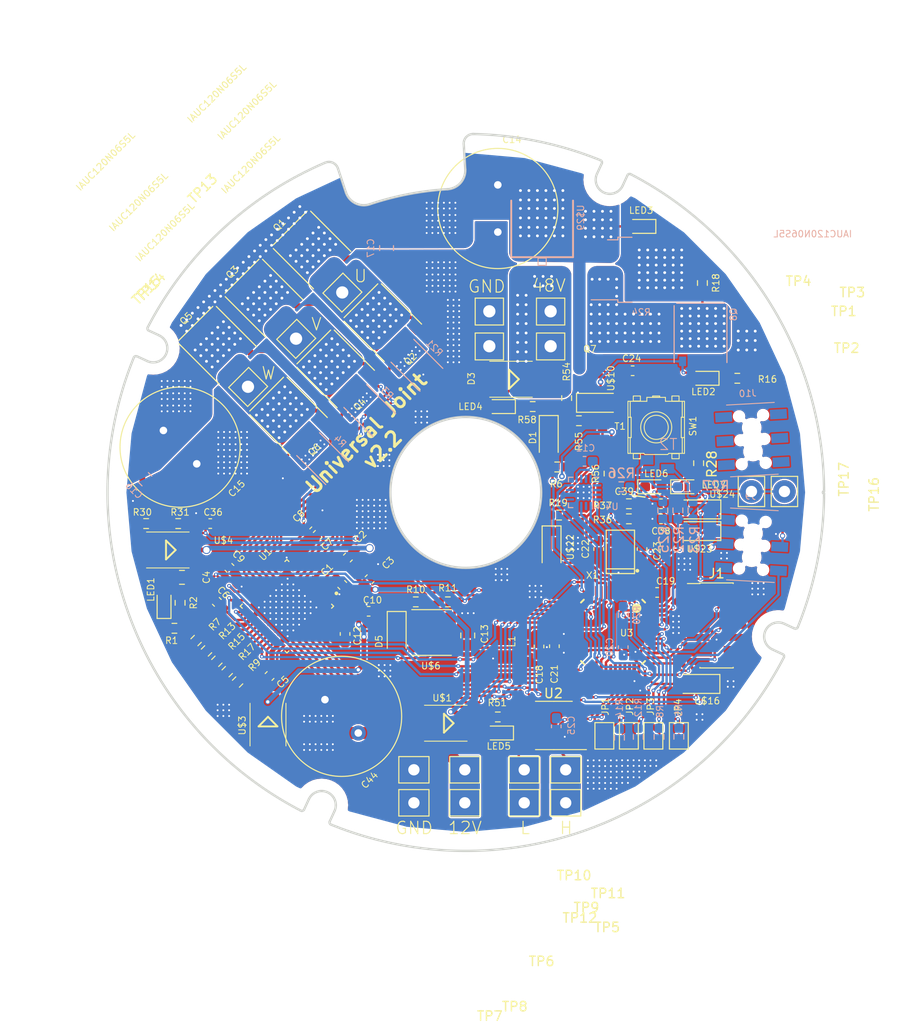
<source format=kicad_pcb>
(kicad_pcb (version 20211014) (generator pcbnew)
  (layers (0 "F.Cu" signal) (31 "B.Cu" signal) (34 "B.Paste" user) (35 "F.Paste" user) (36 "B.SilkS" user "B.Silkscreen") (37 "F.SilkS" user "F.Silkscreen") (38 "B.Mask" user) (39 "F.Mask" user) (44 "Edge.Cuts" user))
  (net 0 "")
  (net 1 "GND")
  (net 2 "+3V3")
  (net 3 "/MOTOR_SUPPLY")
  (net 4 "Net-(Q8-PadP$5)")
  (net 5 "unconnected-(C1-Pad1)")
  (net 6 "unconnected-(C1-Pad2)")
  (net 7 "Net-(C2-Pad1)")
  (net 8 "/VM")
  (net 9 "Net-(C5-Pad1)")
  (net 10 "/SENS_U")
  (net 11 "/SENS_V")
  (net 12 "/12V")
  (net 13 "/SW")
  (net 14 "/CB")
  (net 15 "Net-(C21-Pad2)")
  (net 16 "Net-(C22-Pad2)")
  (net 17 "Net-(C23-Pad2)")
  (net 18 "Net-(C24-Pad2)")
  (net 19 "/VBUS")
  (net 20 "/A")
  (net 21 "/B")
  (net 22 "/UART_RX")
  (net 23 "/UART_TX")
  (net 24 "/48V")
  (net 25 "/MOTOR_U")
  (net 26 "/GHA")
  (net 27 "/GLA")
  (net 28 "/MOTOR_V")
  (net 29 "/GHB")
  (net 30 "/GLB")
  (net 31 "/MOTOR_W")
  (net 32 "/GHC")
  (net 33 "/GLC")
  (net 34 "Net-(Q7-Pad3)")
  (net 35 "/NFAULT")
  (net 36 "/DIP1")
  (net 37 "/BRAKE")
  (net 38 "Net-(C25-Pad2)")
  (net 39 "/MODE")
  (net 40 "/DIP2")
  (net 42 "/DIP3")
  (net 43 "/IDRIVE")
  (net 44 "/DIP4")
  (net 45 "/VDS")
  (net 46 "/GAIN")
  (net 48 "/H1")
  (net 49 "/H2")
  (net 50 "/CURR_FB_U")
  (net 51 "/CURR_FB_W")
  (net 52 "/PWM_1N")
  (net 53 "/PWM_2N")
  (net 54 "/PWM_3N")
  (net 55 "/CS1")
  (net 56 "/CURR_FB_V")
  (net 57 "/TEMP")
  (net 58 "/SPI_SCK")
  (net 59 "/SPI_MISO")
  (net 60 "/SPI_MOSI")
  (net 61 "/PWM_1")
  (net 62 "/PWM_2")
  (net 63 "/PWM_3")
  (net 64 "/FDCAN_RX")
  (net 65 "/FDCAN_TX")
  (net 66 "/SENS_W")
  (net 67 "/SWCLK{slash}JTCK")
  (net 69 "Net-(LED1-Pad1)")
  (net 70 "Net-(LED4-Pad1)")
  (net 71 "/SWDIO{slash}JTMS")
  (net 72 "/JTDI")
  (net 73 "/nRST")
  (net 74 "/SWO{slash}JTDO")
  (net 75 "/CAN_L")
  (net 76 "/CAN_H")
  (net 77 "Net-(D1-Pad1)")
  (net 78 "Net-(LED2-Pad1)")
  (net 79 "Net-(LED3-Pad1)")
  (net 81 "Net-(LED6-Pad1)")
  (net 82 "Net-(LED6-Pad2)")
  (net 83 "/SEC_IN")
  (net 84 "/SEC_OUT")
  (net 87 "Net-(LED7-Pad1)")
  (net 89 "Net-(LED5-Pad1)")
  (net 93 "Net-(R6-Pad2)")
  (net 94 "Net-(Q7-Pad1)")
  (net 95 "Net-(R9-Pad1)")
  (net 96 "Net-(R10-Pad1)")
  (net 97 "Net-(R20-Pad2)")
  (net 98 "Net-(R23-Pad2)")
  (net 99 "Net-(R27-Pad2)")
  (net 100 "Net-(R54-Pad2)")
  (footprint "Connector_Pin:Pin_D1.2mm_L11.3mm_W3.0mm_Flat" (layer "F.Cu") (at 148.4 137.9)
    (fp_text reference "TP6")
    (fp_text value "TestPoint")
  )
  (footprint "Resistor_SMD:R_0603_1608Metric_Pad0.98x0.95mm_HandSolder" (layer "F.Cu") (at 173.6 82.8 -90)
    (fp_text reference "R18")
    (fp_text value "4.6k")
  )
  (footprint "Diode_SMD:D_0603_1608Metric_Pad1.05x0.95mm_HandSolder" (layer "F.Cu") (at 151.9 130.5 180)
    (fp_text reference "LED5")
    (fp_text value "GREEN")
  )
  (footprint "Connector_PinHeader_1.27mm:PinHeader_2x07_P1.27mm_Vertical_SMD" (layer "F.Cu") (at 175.1 119.1)
    (fp_text reference "J1")
    (fp_text value "Conn_02x07_Odd_Even")
  )
  (footprint "UNIVERSAL_JOINT_v2_2:SOT23-EBC" (layer "F.Cu") (at 163 98.9)
    (fp_text reference "T1")
    (fp_text value "2PC4081S,115")
  )
  (footprint "Capacitor_SMD:C_0603_1608Metric_Pad1.08x0.95mm_HandSolder" (layer "F.Cu") (at 169.2 106.2 180)
    (fp_text reference "C39")
    (fp_text value "4.7nF")
  )
  (footprint "Connector_Pin:Pin_D1.3mm_L11.3mm_W2.8mm_Flat" (layer "F.Cu") (at 125.4 93.8 45)
    (fp_text reference "TP15")
    (fp_text value "TestPoint")
  )
  (footprint "Jumper:SolderJumper-2_P1.3mm_Open_TrianglePad1.0x1.5mm" (layer "F.Cu") (at 163.2 130.8 90)
    (fp_text reference "JP1")
    (fp_text value "SolderJumper_2_Open")
  )
  (footprint "Capacitor_SMD:C_0603_1608Metric_Pad1.08x0.95mm_HandSolder" (layer "F.Cu") (at 167.2 111 -90)
    (fp_text reference "C23")
    (fp_text value "22pF")
  )
  (footprint "Resistor_SMD:R_0603_1608Metric_Pad0.98x0.95mm_HandSolder" (layer "F.Cu") (at 163.7 103 90)
    (fp_text reference "R56")
    (fp_text value "10k")
  )
  (footprint "UNIVERSAL_JOINT_v2_2:2.5X2-4-PAD" (layer "F.Cu") (at 164.9 111 90)
    (fp_text reference "X1")
    (fp_text value "LFXTAL069392CUTT")
  )
  (footprint "Capacitor_SMD:C_0603_1608Metric_Pad1.08x0.95mm_HandSolder" (layer "F.Cu") (at 135.7 120 -90)
    (fp_text reference "C12")
    (fp_text value "100nF")
  )
  (footprint "Diode_SMD:D_SOD-123" (layer "F.Cu") (at 157.3 99.1 -90)
    (fp_text reference "D1")
    (fp_text value "ACZRW5242B-G")
  )
  (footprint "Capacitor_SMD:C_0603_1608Metric_Pad1.08x0.95mm_HandSolder" (layer "F.Cu") (at 132.8 109.5 -135)
    (fp_text reference "C7")
    (fp_text value "1nF")
  )
  (footprint "Capacitor_SMD:C_0603_1608Metric_Pad1.08x0.95mm_HandSolder" (layer "F.Cu") (at 169.2 107.8 180)
    (fp_text reference "C38")
    (fp_text value "4.7nF")
  )
  (footprint "UNIVERSAL_JOINT_v2_2:SMB" (layer "F.Cu") (at 116.9 111.1 180)
    (fp_text reference "U$4")
    (fp_text value "SMBJ48A-TR")
  )
  (footprint "Diode_SMD:D_0603_1608Metric_Pad1.05x0.95mm_HandSolder" (layer "F.Cu") (at 152.1 95.9 180)
    (fp_text reference "LED4")
    (fp_text value "GREEN")
  )
  (footprint "Capacitor_SMD:C_0603_1608Metric_Pad1.08x0.95mm_HandSolder" (layer "F.Cu") (at 131.7 108.4 45)
    (fp_text reference "C8")
    (fp_text value "1nF")
  )
  (footprint "UNIVERSAL_JOINT_v2_2:LQFP48-7X7" (layer "F.Cu") (at 164.120653 119.76816 -90)
    (fp_text reference "U3")
    (fp_text value "STM32G431C8T6")
  )
  (footprint "Capacitor_SMD:C_0603_1608Metric_Pad1.08x0.95mm_HandSolder" (layer "F.Cu") (at 166.2 92.1 180)
    (fp_text reference "C24")
    (fp_text value "100nF")
  )
  (footprint "Resistor_SMD:R_0603_1608Metric_Pad0.98x0.95mm_HandSolder" (layer "F.Cu") (at 151.9 128.8 180)
    (fp_text reference "R51")
    (fp_text value "1k")
  )
  (footprint "Connector_Pin:Pin_D1.2mm_L11.3mm_W3.0mm_Flat" (layer "F.Cu") (at 178.8 104.9 90)
    (fp_text reference "TP17")
    (fp_text value "TestPoint")
  )
  (footprint "Diode_SMD:D_0603_1608Metric_Pad1.05x0.95mm_HandSolder" (layer "F.Cu") (at 116.5 116.7 90)
    (fp_text reference "LED1")
    (fp_text value "RED")
  )
  (footprint "Diode_SMD:D_0603_1608Metric_Pad1.05x0.95mm_HandSolder" (layer "F.Cu") (at 168.4 104.4)
    (fp_text reference "LED6")
    (fp_text value "RED")
  )
  (footprint "Connector_Pin:Pin_D1.3mm_L11.3mm_W2.8mm_Flat" (layer "F.Cu") (at 151 89.5)
    (fp_text reference "TP3")
    (fp_text value "TestPoint")
  )
  (footprint "UNIVERSAL_JOINT_v2_2:0603" (layer "F.Cu") (at 154.7 120.87816 90)
    (fp_text reference "L1")
    (fp_text value "10uH")
  )
  (footprint "Capacitor_THT:C_Radial_D12.5mm_H25.0mm_P5.00mm" (layer "F.Cu") (at 116.432233 98.432233 -45)
    (fp_text reference "C15")
    (fp_text value "330uF")
  )
  (footprint "Diode_SMD:D_0603_1608Metric_Pad1.05x0.95mm_HandSolder" (layer "F.Cu") (at 167 76.8 180)
    (fp_text reference "LED3")
    (fp_text value "ORANGE")
  )
  (footprint "Diode_SMD:D_SOD-123" (layer "F.Cu") (at 157.6 110.8 -90)
    (fp_text reference "U$22")
    (fp_text value "RSX101M-30TR")
  )
  (footprint "Diode_SMD:D_0603_1608Metric_Pad1.05x0.95mm_HandSolder" (layer "F.Cu") (at 171.9 104.4)
    (fp_text reference "LED7")
    (fp_text value "GREEN")
  )
  (footprint "UNIVERSAL_JOINT_v2_2:QFN50P700X700X100-49N" (layer "F.Cu") (at 129.532675 117.05766 -135)
    (fp_text reference "U1")
    (fp_text value "DRV8323RHRGZR")
  )
  (footprint "Capacitor_SMD:C_0603_1608Metric_Pad1.08x0.95mm_HandSolder" (layer "F.Cu") (at 162.6 111 90)
    (fp_text reference "C22")
    (fp_text value "22pF")
  )
  (footprint "Connector_Pin:Pin_D1.3mm_L11.3mm_W2.8mm_Flat" (layer "F.Cu") (at 157.5 85.8)
    (fp_text reference "TP2")
    (fp_text value "TestPoint")
  )
  (footprint "Connector_Pin:Pin_D1.2mm_L11.3mm_W3.0mm_Flat" (layer "F.Cu") (at 154.7 137.9)
    (fp_text reference "TP12")
    (fp_text value "TestPoint")
  )
  (footprint "Resistor_SMD:R_0603_1608Metric_Pad0.98x0.95mm_HandSolder" (layer "F.Cu") (at 155.6 95.9)
    (fp_text reference "R58")
    (fp_text value "4.5k")
  )
  (footprint "Resistor_SMD:R_0603_1608Metric_Pad0.98x0.95mm_HandSolder" (layer "F.Cu") (at 177.3 92.9)
    (fp_text reference "R16")
    (fp_text value "1.2k")
  )
  (footprint "Connector_Pin:Pin_D1.2mm_L11.3mm_W3.0mm_Flat" (layer "F.Cu") (at 159.1 134.4)
    (fp_text reference "TP9")
    (fp_text value "TestPoint")
  )
  (footprint "UNIVERSAL_JOINT_v2_2:SO-8FL" (layer "F.Cu") (at 131.994775 79.094775 45)
    (fp_text reference "Q1")
    (fp_text value "IAUC120N06S5L")
  )
  (footprint "Capacitor_SMD:C_0603_1608Metric_Pad1.08x0.95mm_HandSolder" (layer "F.Cu") (at 135.4 114.8 -45)
    (fp_text reference "C1")
    (fp_text value "47nF x 50V")
  )
  (footprint "Capacitor_SMD:C_0603_1608Metric_Pad1.08x0.95mm_HandSolder" (layer "F.Cu") (at 127.68931 124.457753 -135)
    (fp_text reference "C5")
    (fp_text value "100nF")
  )
  (footprint "Resistor_SMD:R_0603_1608Metric_Pad0.98x0.95mm_HandSolder" (layer "F.Cu") (at 124.3 125.1 -135)
    (fp_text reference "R9")
    (fp_text value "10k")
  )
  (footprint "Resistor_SMD:R_0603_1608Metric_Pad0.98x0.95mm_HandSolder" (layer "F.Cu") (at 146.6 116.6 180)
    (fp_text reference "R11")
    (fp_text value "33k")
  )
  (footprint "Resistor_SMD:R_0603_1608Metric_Pad0.98x0.95mm_HandSolder" (layer "F.Cu") (at 165.8 106.2 180)
    (fp_text reference "R37")
    (fp_text value "1k8")
  )
  (footprint "Resistor_SMD:R_0603_1608Metric_Pad0.98x0.95mm_HandSolder" (layer "F.Cu") (at 121 121.8 -135)
    (fp_text reference "R13")
    (fp_text value "75k")
  )
  (footprint "Capacitor_SMD:C_0603_1608Metric_Pad1.08x0.95mm_HandSolder" (layer "F.Cu") (at 168.8 115.6 180)
    (fp_text reference "C19")
    (fp_text value "100nF")
  )
  (footprint "Diode_SMD:D_SOD-123" (layer "F.Cu") (at 173.3 106.8 180)
    (fp_text reference "U$24")
    (fp_text value "RSX101M-30TR")
  )
  (footprint "Resistor_SMD:R_0603_1608Metric_Pad0.98x0.95mm_HandSolder" (layer "F.Cu") (at 143.2 116.6 180)
    (fp_text reference "R10")
    (fp_text value "10k")
  )
  (footprint "Connector_Pin:Pin_D1.3mm_L11.3mm_W2.8mm_Flat" (layer "F.Cu") (at 157.5 89.5)
    (fp_text reference "TP1")
    (fp_text value "TestPoint")
  )
  (footprint "Resistor_SMD:R_0603_1608Metric_Pad0.98x0.95mm_HandSolder" (layer "F.Cu") (at 118.2 116.7 -90)
    (fp_text reference "R2")
    (fp_text value "1k")
  )
  (footprint "Jumper:SolderJumper-2_P1.3mm_Open_TrianglePad1.0x1.5mm" (layer "F.Cu") (at 165.8 130.8 90)
    (fp_text reference "JP2")
    (fp_text value "SolderJumper_2_Open")
  )
  (footprint "Resistor_SMD:R_0603_1608Metric_Pad0.98x0.95mm_HandSolder" (layer "F.Cu") (at 173.2 101.9 90)
    (fp_text reference "R28")
    (fp_text value "80R")
  )
  (footprint "UNIVERSAL_JOINT_v2_2:BEADC4040X120N" (layer "F.Cu") (at 144.873053 119.84656 180)
    (fp_text reference "U$6")
    (fp_text value "SRN4012TA-150M")
  )
  (footprint "Capacitor_THT:C_Radial_D12.5mm_H25.0mm_P5.00mm" (layer "F.Cu") (at 151.9 72.4 -90)
    (fp_text reference "C14")
    (fp_text value "330uF")
  )
  (footprint "Capacitor_SMD:C_0603_1608Metric_Pad1.08x0.95mm_HandSolder" (layer "F.Cu") (at 122.1 116.6 135)
    (fp_text reference "C6")
    (fp_text value "100nF")
  )
  (footprint "Capacitor_SMD:C_0603_1608Metric_Pad1.08x0.95mm_HandSolder" (layer "F.Cu") (at 156.270653 121.32816 -90)
    (fp_text reference "C18")
    (fp_text value "100nF")
  )
  (footprint "Resistor_SMD:R_0603_1608Metric_Pad0.98x0.95mm_HandSolder" (layer "F.Cu") (at 165.8 107.8 180)
    (fp_text reference "R36")
    (fp_text value "1k8")
  )
  (footprint "Connector_Pin:Pin_D1.2mm_L11.3mm_W3.0mm_Flat" (layer "F.Cu") (at 182.3 104.9 90)
    (fp_text reference "TP16")
    (fp_text value "TestPoint")
  )
  (footprint "Connector_Pin:Pin_D1.2mm_L11.3mm_W3.0mm_Flat" (layer "F.Cu") (at 154.7 134.4)
    (fp_text reference "TP11")
    (fp_text value "TestPoint")
  )
  (footprint "Diode_SMD:D_SOD-123" (layer "F.Cu") (at 173.2 125.3 180)
    (fp_text reference "U$16")
    (fp_text value "RSX101M-30TR")
  )
  (footprint "Connector_Pin:Pin_D1.2mm_L11.3mm_W3.0mm_Flat" (layer "F.Cu") (at 159.1 137.9)
    (fp_text reference "TP10")
    (fp_text value "TestPoint")
  )
  (footprint "Capacitor_SMD:C_0805_2012Metric_Pad1.18x1.45mm_HandSolder" (layer "F.Cu") (at 118.4 114)
    (fp_text reference "C4")
    (fp_text value "10uF")
  )
  (footprint "UNIVERSAL_JOINT_v2_2:SOT23" (layer "F.Cu") (at 161.5 92.5 180)
    (fp_text reference "Q7")
    (fp_text value "ZXTP19100CFFCT")
  )
  (footprint "Capacitor_SMD:C_0603_1608Metric_Pad1.08x0.95mm_HandSolder" (layer "F.Cu") (at 123.435297 112.997553 135)
    (fp_text reference "C9")
    (fp_text value "1nF")
  )
  (footprint "Connector_Pin:Pin_D1.2mm_L11.3mm_W3.0mm_Flat" (layer "F.Cu") (at 143 134.4)
    (fp_text reference "TP8")
    (fp_text value "TestPoint")
  )
  (footprint "UNIVERSAL_JOINT_v2_2:SMB" (layer "F.Cu") (at 127.523453 129.60956 -90)
    (fp_text reference "U$3")
    (fp_text value "16V")
  )
  (footprint "Capacitor_SMD:C_0603_1608Metric_Pad1.08x0.95mm_HandSolder" (layer "F.Cu") (at 136 111.9 45)
    (fp_text reference "C2")
    (fp_text value "1uF")
  )
  (footprint "Resistor_SMD:R_0603_1608Metric_Pad0.98x0.95mm_HandSolder" (layer "F.Cu") (at 123.2 124 -135)
    (fp_text reference "R17")
    (fp_text value "0")
  )
  (footprint "Capacitor_SMD:C_0603_1608Metric_Pad1.08x0.95mm_HandSolder" (layer "F.Cu") (at 138.3 114.2 45)
    (fp_text reference "C3")
    (fp_text value "100nF")
  )
  (footprint "Resistor_SMD:R_0603_1608Metric_Pad0.98x0.95mm_HandSolder" (layer "F.Cu") (at 158.4 107.4 180)
    (fp_text reference "R19")
    (fp_text value "100k")
  )
  (footprint "UNIVERSAL_JOINT_v2_2:SO-8FL" (layer "F.Cu") (at 129.5 96.7 45)
    (fp_text reference "Q6")
    (fp_text value "IAUC120N06S5L")
  )
  (footprint "UNIVERSAL_JOINT_v2_2:SMB" (layer "F.Cu") (at 153.3 93 180)
    (fp_text reference "D3")
    (fp_text value "SMBJ48A-TR")
  )
  (footprint "UNIVERSAL_JOINT_v2_2:SKHMPXE010" (layer "F.Cu") (at 168.7 98.1 90)
    (fp_text reference "SW1")
    (fp_text value "SKHMPE010")
  )
  (footprint "UNIVERSAL_JOINT_v2_2:SO-8FL" (layer "F.Cu") (at 121.994775 89.194775 45)
    (fp_text reference "Q5")
    (fp_text value "IAUC120N06S5L")
  )
  (footprint "Connector_Pin:Pin_D1.3mm_L11.3mm_W2.8mm_Flat" (layer "F.Cu") (at 151 85.8)
    (fp_text reference "TP4")
    (fp_text value "TestPoint")
  )
  (footprint "Capacitor_SMD:C_0603_1608Metric_Pad1.08x0.95mm_HandSolder" (layer "F.Cu") (at 121.4 108.3 180)
    (fp_text reference "C36")
    (fp_text value "4.7n x 10V")
  )
  (footprint "Resistor_SMD:R_0603_1608Metric_Pad0.98x0.95mm_HandSolder" (layer "F.Cu") (at 159.2 95 -90)
    (fp_text reference "R54")
    (fp_text value "10k")
  )
  (footprint "Diode_SMD:D_SOD-123" (layer "F.Cu") (at 141.172253 119.87096 -90)
    (fp_text reference "D5")
    (fp_text value "MBR1H100SFT3G")
  )
  (footprint "Jumper:SolderJumper-2_P1.3mm_Open_TrianglePad1.0x1.5mm" (layer "F.Cu") (at 171.1 130.8 90)
    (fp_text reference "JP4")
    (fp_text value "SolderJumper_2_Open")
  )
  (footprint "Diode_SMD:D_SOD-123" (layer "F.Cu") (at 173.3 109.1 180)
    (fp_text reference "U$23")
    (fp_text value "RSX101M-30TR")
  )
  (footprint "Resistor_SMD:R_0603_1608Metric_Pad0.98x0.95mm_HandSolder" (layer "F.Cu") (at 118 108.3 180)
    (fp_text reference "R31")
    (fp_text value "9k31")
  )
  (footprint "Diode_SMD:D_SOD-123" (layer "F.Cu") (at 162.5 95.5)
    (fp_text reference "U$10")
    (fp_text value "STPS0560Z")
  )
  (footprint "Capacitor_SMD:C_0805_2012Metric_Pad1.18x1.45mm_HandSolder" (layer "F.Cu") (at 148.710653 120.16216 90)
    (fp_text reference "C13")
    (fp_text value "22u")
  )
  (footprint "Resistor_SMD:R_0603_1608Metric_Pad0.98x0.95mm_HandSolder" (layer "F.Cu") (at 117.6 119.4)
    (fp_text reference "R1")
    (fp_text value "130R")
  )
  (footprint "Connector_Pin:Pin_D1.2mm_L11.3mm_W3.0mm_Flat" (layer "F.Cu") (at 143 137.9)
    (fp_text reference "TP7")
    (fp_text value "TestPoint")
  )
  (footprint "Capacitor_SMD:C_0603_1608Metric_Pad1.08x0.95mm_HandSolder" (layer "F.Cu") (at 138.2 117.6)
    (fp_text reference "C10")
    (fp_text value "1uF")
  )
  (footprint "Connector_Pin:Pin_D1.3mm_L11.3mm_W2.8mm_Flat" (layer "F.Cu") (at 130.5 88.7 45)
    (fp_text reference "TP14")
    (fp_text value "TestPoint")
  )
  (footprint "Connector_Pin:Pin_D1.2mm_L11.3mm_W3.0mm_Flat" (layer "F.Cu") (at 148.4 134.4)
    (fp_text reference "TP5")
    (fp_text value "TestPoint")
  )
  (footprint "Resistor_SMD:R_0603_1608Metric_Pad0.98x0.95mm_HandSolder" (layer "F.Cu") (at 158.2 102.3)
    (fp_text reference "R6")
    (fp_text value "1k")
  )
  (footprint "Capacitor_THT:C_Radial_D12.5mm_H25.0mm_P5.00mm" (layer "F.Cu") (at 137.1 130.5 135)
    (fp_text reference "C44")
    (fp_text value "330uF")
  )
  (footprint "Resistor_SMD:R_0603_1608Metric_Pad0.98x0.95mm_HandSolder" (layer "F.Cu") (at 114.6 108.3 180)
    (fp_text reference "R30")
    (fp_text value "169k")
  )
  (footprint "Diode_SMD:D_0603_1608Metric_Pad1.05x0.95mm_HandSolder" (layer "F.Cu") (at 173.7 92.9 180)
    (fp_text reference "LED2")
    (fp_text value "BLUE")
  )
  (footprint "Capacitor_SMD:C_0603_1608Metric_Pad1.08x0.95mm_HandSolder" (layer "F.Cu") (at 157.9 121.3 90)
    (fp_text reference "C21")
    (fp_text value "1uF")
  )
  (footprint "Connector_Pin:Pin_D1.3mm_L11.3mm_W2.8mm_Flat" (layer "F.Cu") (at 135.4 83.8 45)
    (fp_text reference "TP13")
    (fp_text value "TestPoint")
  )
  (footprint "UNIVERSAL_JOINT_v2_2:SO-8FL" (layer "F.Cu") (at 126.894775 84.194775 45)
    (fp_text reference "Q3")
    (fp_text value "IAUC120N06S5L")
  )
  (footprint "Jumper:SolderJumper-2_P1.3mm_Open_TrianglePad1.0x1.5mm" (layer "F.Cu") (at 168.4 130.8 90)
    (fp_text reference "JP3")
    (fp_text value "SolderJumper_2_Open")
  )
  (footprint "UNIVERSAL_JOINT_v2_2:SO-8FL" (layer "F.Cu") (at 139.5 86.8 45)
    (fp_text reference "Q2")
    (fp_text value "IAUC120N06S5L")
  )
  (footprint "Resistor_SMD:R_0603_1608Metric_Pad0.98x0.95mm_HandSolder" (layer "F.Cu") (at 119.9 120.7 -135)
    (fp_text reference "R7")
    (fp_text value "0")
  )
  (footprint "UNIVERSAL_JOINT_v2_2:SO-8FL" (layer "F.Cu") (at 134.5 91.7 45)
    (fp_text reference "Q4")
    (fp_text value "IAUC120N06S5L")
  )
  (footprint "Resistor_SMD:R_0603_1608Metric_Pad0.98x0.95mm_HandSolder" (layer "F.Cu") (at 160.5 97.4 180)
    (fp_text reference "R55")
    (fp_text value "22k")
  )
  (footprint "UNIVERSAL_JOINT_v2_2:SMB" (layer "F.Cu") (at 146.381253 129.46276 180)
    (fp_text reference "U$1")
    (fp_text value "SMBJ48A-TR")
  )
  (footprint "Resistor_SMD:R_0603_1608Metric_Pad0.98x0.95mm_HandSolder" (layer "F.Cu") (at 122.1 122.9 -135)
    (fp_text reference "R15")
    (fp_text value "75k")
  )
  (footprint "Package_SO:SOIC-8_3.9x4.9mm_P1.27mm" (layer "F.Cu") (at 157.845 129.7 180)
    (fp_text reference "U2")
    (fp_text value "TCAN332G")
  )
  (footprint "Resistor_SMD:R_0603_1608Metric_Pad0.98x0.95mm_HandSolder" (layer "B.Cu") (at 165 104.4 180)
    (fp_text reference "R26")
    (fp_text value "130R")
  )
  (footprint "Resistor_SMD:R_2512_6332Metric_Pad1.40x3.35mm_HandSolder" (layer "B.Cu") (at 143.320101 91.520101 135)
    (fp_text reference "R21")
    (fp_text value "10mR")
  )
  (footprint "Package_DFN_QFN:HVQFN-16-1EP_3x3mm_P0.5mm_EP1.5x1.5mm" (layer "B.Cu") (at 161 105 180)
    (fp_text reference "U4")
    (fp_text value "MA730")
  )
  (footprint "Resistor_SMD:R_0603_1608Metric_Pad0.98x0.95mm_HandSolder" (layer "B.Cu") (at 165.2 118 90)
    (fp_text reference "R20")
    (fp_text value "100k")
  )
  (footprint "Resistor_SMD:R_0603_1608Metric_Pad0.98x0.95mm_HandSolder" (layer "B.Cu") (at 171.9 104.4 180)
    (fp_text reference "R27")
    (fp_text value "200R")
  )
  (footprint "UNIVERSAL_JOINT_v2_2:DPACK" (layer "B.Cu") (at 156.6 77.9 180)
    (fp_text reference "U$29")
    (fp_text value "MBRD10100CT")
  )
  (footprint "Capacitor_SMD:C_0603_1608Metric_Pad1.08x0.95mm_HandSolder" (layer "B.Cu") (at 161.1 101.7)
    (fp_text reference "C11")
    (fp_text value "1uF")
  )
  (footprint "Capacitor_SMD:C_0603_1608Metric_Pad1.08x0.95mm_HandSolder" (layer "B.Cu") (at 158.1 129.8 90)
    (fp_text reference "C25")
    (fp_text value "100nF")
  )
  (footprint "Resistor_SMD:R_0603_1608Metric_Pad0.98x0.95mm_HandSolder" (layer "B.Cu") (at 169 130.9125 -90)
    (fp_text reference "R8")
    (fp_text value "100k")
  )
  (footprint "Capacitor_SMD:C_0603_1608Metric_Pad1.08x0.95mm_HandSolder" (layer "B.Cu") (at 165.2 121.4 -90)
    (fp_text reference "C20")
    (fp_text value "100nF")
  )
  (footprint "Resistor_SMD:R_2512_6332Metric_Pad1.40x3.35mm_HandSolder" (layer "B.Cu") (at 133.320101 101.420101 135)
    (fp_text reference "R4")
    (fp_text value "10mR")
  )
  (footprint "M20-7810345:M207810345" (layer "B.Cu") (at 178.9 110.6 -93.17)
    (fp_text reference "J9")
    (fp_text value "HEADER_MALE_2X3_2.54_SMT" hide)
  )
  (footprint "M20-7810345:M207810345" (layer "B.Cu") (at 178.9 99.4 -86.83)
    (fp_text reference "J10")
    (fp_text value "n.m." hide)
  )
  (footprint "Resistor_SMD:R_0603_1608Metric_Pad0.98x0.95mm_HandSolder" (layer "B.Cu") (at 166.8 130.9125 -90)
    (fp_text reference "R12")
    (fp_text value "100k")
  )
  (footprint "Capacitor_SMD:C_0805_2012Metric_Pad1.18x1.45mm_HandSolder" (layer "B.Cu") (at 140.1 79.1 -90)
    (fp_text reference "C17")
    (fp_text value "100nF")
  )
  (footprint "Capacitor_SMD:C_0805_2012Metric_Pad1.18x1.45mm_HandSolder" (layer "B.Cu") (at 114.5 103.6 -45)
    (fp_text reference "C16")
    (fp_text value "100nF")
  )
  (footprint "Resistor_SMD:R_0603_1608Metric_Pad0.98x0.95mm_HandSolder" (layer "B.Cu") (at 169.4 106.9 90)
    (fp_text reference "R25")
    (fp_text value "200R")
  )
  (footprint "Resistor_SMD:R_2512_6332Metric_Pad1.40x3.35mm_HandSolder" (layer "B.Cu") (at 138.320101 96.320101 135)
    (fp_text reference "R3")
    (fp_text value "10mR")
  )
  (footprint "Resistor_SMD:R_0603_1608Metric_Pad0.98x0.95mm_HandSolder" (layer "B.Cu") (at 171 106.9 -90)
    (fp_text reference "R22")
    (fp_text value "5,23k")
  )
  (footprint "Resistor_SMD:R_0603_1608Metric_Pad0.98x0.95mm_HandSolder" (layer "B.Cu") (at 171.1 130.9 -90)
    (fp_text reference "R5")
    (fp_text value "100k")
  )
  (footprint "UNIVERSAL_JOINT_v2_2:SO-8FL" (layer "B.Cu") (at 173.4 87.92925 180)
    (fp_text reference "Q8")
    (fp_text value "IAUC120N06S5L")
  )
  (footprint "Resistor_SMD:R_0603_1608Metric_Pad0.98x0.95mm_HandSolder" (layer "B.Cu") (at 164.8 131 -90)
    (fp_text reference "R14")
    (fp_text value "100k")
  )
  (footprint "Resistor_SMD:R_0603_1608Metric_Pad0.98x0.95mm_HandSolder" (layer "B.Cu") (at 172.6 106.9 90)
    (fp_text reference "R23")
    (fp_text value "13,7k")
  )
  (footprint "Package_TO_SOT_SMD:TO-252-2" (layer "B.Cu") (at 167.1 81.4)
    (fp_text reference "R24")
    (fp_text value "47R")
  )
  (footprint "UNIVERSAL_JOINT_v2_2:SOT23-EBC" (layer "B.Cu") (at 168.8 102.5 90)
    (fp_text reference "T2")
    (fp_text value "2PC4081S,115")
  )
  (gr_line (start 166.2 105.3) (end 167.5 105.5) (layer "F.SilkS") (width 0.15))
  (gr_arc (start 114.883094 87.848531) (mid 114.751268 87.702563) (end 114.765819 87.506418) (layer "Edge.Cuts") (width 0.25))
  (gr_arc (start 182.118211 122.147788) (mid 182.250037 122.293756) (end 182.235486 122.489901) (layer "Edge.Cuts") (width 0.25))
  (gr_line (start 148.444937 70.739775) (end 148.284238 68.066423) (layer "Edge.Cuts") (width 0.25))
  (gr_arc (start 115.981417 88.354864) (mid 116.715642 90.345069) (end 114.725437 91.079294) (layer "Edge.Cuts") (width 0.25))
  (gr_line (start 131.857357 137.517396) (end 131.351024 138.615718) (layer "Edge.Cuts") (width 0.25))
  (gr_line (start 114.725437 91.079294) (end 113.627115 90.57296) (layer "Edge.Cuts") (width 0.25))
  (gr_arc (start 114.765819 87.506418) (mid 122.661534 77.135282) (end 133.59751 70.042525) (layer "Edge.Cuts") (width 0.25))
  (gr_circle (center 148.500653 104.99816) (end 156.500653 104.99816) (layer "Edge.Cuts") (width 0.25) (fill none))
  (gr_arc (start 113.290806 90.705968) (mid 113.430506 90.567517) (end 113.627115 90.57296) (layer "Edge.Cuts") (width 0.25))
  (gr_line (start 134.581787 138.773375) (end 134.075453 139.871697) (layer "Edge.Cuts") (width 0.25))
  (gr_line (start 181.019889 121.641455) (end 182.118211 122.147788) (layer "Edge.Cuts") (width 0.25))
  (gr_arc (start 165.992394 71.263327) (mid 180.938792 85.205052) (end 186.500447 104.87316) (layer "Edge.Cuts") (width 0.25))
  (gr_arc (start 148.444937 70.739776) (mid 147.945063 72.18659) (end 146.568547 72.856178) (layer "Edge.Cuts") (width 0.25))
  (gr_arc (start 138.315425 74.451455) (mid 142.389706 73.383347) (end 146.568547 72.856178) (layer "Edge.Cuts") (width 0.25))
  (gr_arc (start 131.008911 138.732994) (mid 112.849382 118.150609) (end 113.290806 90.705969) (layer "Edge.Cuts") (width 0.25))
  (gr_arc (start 134.208461 140.208006) (mid 134.07001 140.068306) (end 134.075453 139.871697) (layer "Edge.Cuts") (width 0.25))
  (gr_arc (start 186.500448 105.12316) (mid 186.375653 104.99816) (end 186.500447 104.87316) (layer "Edge.Cuts") (width 0.25))
  (gr_line (start 115.981416 88.354864) (end 114.883094 87.848531) (layer "Edge.Cuts") (width 0.25))
  (gr_line (start 135.785492 73.186767) (end 134.938354 70.646099) (layer "Edge.Cuts") (width 0.25))
  (gr_arc (start 183.710499 119.290351) (mid 183.570799 119.428802) (end 183.37419 119.423359) (layer "Edge.Cuts") (width 0.25))
  (gr_arc (start 133.597509 70.042525) (mid 134.400173 70.050538) (end 134.938354 70.646099) (layer "Edge.Cuts") (width 0.25))
  (gr_arc (start 131.351024 138.615718) (mid 131.205056 138.747544) (end 131.008911 138.732993) (layer "Edge.Cuts") (width 0.25))
  (gr_arc (start 186.500447 105.123159) (mid 185.784566 112.340488) (end 183.710499 119.29035) (layer "Edge.Cuts") (width 0.25))
  (gr_line (start 162.419518 71.222944) (end 162.925852 70.124622) (layer "Edge.Cuts") (width 0.25))
  (gr_arc (start 149.303565 67.006643) (mid 156.175283 67.781227) (end 162.792843 69.788313) (layer "Edge.Cuts") (width 0.25))
  (gr_line (start 165.143948 72.478923) (end 165.650281 71.380601) (layer "Edge.Cuts") (width 0.25))
  (gr_arc (start 182.235486 122.489902) (mid 161.653101 140.649431) (end 134.208462 140.208006) (layer "Edge.Cuts") (width 0.25))
  (gr_arc (start 162.792844 69.788313) (mid 162.931295 69.928013) (end 162.925852 70.124622) (layer "Edge.Cuts") (width 0.25))
  (gr_arc (start 138.315426 74.451455) (mid 136.788534 74.343077) (end 135.785492 73.186767) (layer "Edge.Cuts") (width 0.25))
  (gr_arc (start 165.650281 71.380601) (mid 165.796249 71.248775) (end 165.992394 71.263326) (layer "Edge.Cuts") (width 0.25))
  (gr_arc (start 148.284238 68.066424) (mid 148.561707 67.313203) (end 149.303565 67.006643) (layer "Edge.Cuts") (width 0.25))
  (gr_arc (start 181.019888 121.641455) (mid 180.285663 119.65125) (end 182.275868 118.917025) (layer "Edge.Cuts") (width 0.25))
  (gr_arc (start 131.857357 137.517395) (mid 133.847562 136.78317) (end 134.581787 138.773375) (layer "Edge.Cuts") (width 0.25))
  (gr_line (start 182.275868 118.917025) (end 183.37419 119.423359) (layer "Edge.Cuts") (width 0.25))
  (gr_arc (start 165.143948 72.478924) (mid 163.153743 73.213149) (end 162.419518 71.222944) (layer "Edge.Cuts") (width 0.25))
  (gr_text "H" (at 159.9 139.8) (layer "F.SilkS") (effects (font (size 1.308608 1.308608) (thickness 0.113792)) (justify right top)))
  (gr_text "12V" (at 150.3 139.8) (layer "F.SilkS") (effects (font (size 1.308608 1.308608) (thickness 0.113792)) (justify right top)))
  (gr_text "W" (at 128.4 91.6) (layer "F.SilkS") (effects (font (size 1.308608 1.308608) (thickness 0.113792)) (justify right top)))
  (gr_text "GND" (at 152.8 82.4) (layer "F.SilkS") (effects (font (size 1.308608 1.308608) (thickness 0.113792)) (justify right top)))
  (gr_text "V" (at 133.3 86.4) (layer "F.SilkS") (effects (font (size 1.308608 1.308608) (thickness 0.113792)) (justify right top)))
  (gr_text "48V" (at 159.2 82.3) (layer "F.SilkS") (effects (font (size 1.308608 1.308608) (thickness 0.113792)) (justify right top)))
  (gr_text "Universal Joint\nv2.2" (at 138.8 99.6 45) (layer "F.SilkS") (effects (font (size 1.5 1.5) (thickness 0.3))))
  (gr_text "GND" (at 145.1 139.8) (layer "F.SilkS") (effects (font (size 1.308608 1.308608) (thickness 0.113792)) (justify right top)))
  (gr_text "U" (at 138.1 81.3) (layer "F.SilkS") (effects (font (size 1.308608 1.308608) (thickness 0.113792)) (justify right top)))
  (gr_text "L" (at 155.4 139.8) (layer "F.SilkS") (effects (font (size 1.308608 1.308608) (thickness 0.113792)) (justify right top)))
  (segment (start 134.170328 115.601988) (end 133.694 116.078316) (width 0.254) (layer "F.Cu") (net 1))
  (segment (start 135.1 115.8) (end 134.901988 115.601988) (width 0.254) (layer "F.Cu") (net 1))
  (segment (start 129.5 111.9) (end 129.515685 111.9) (width 0.254) (layer "F.Cu") (net 1))
  (segment (start 124.980503 114.98036) (end 124.726253 114.98036) (width 0.254) (layer "F.Cu") (net 1))
  (segment (start 129.5 111.9) (end 129.5 111.949669) (width 0.254) (layer "F.Cu") (net 1))
  (segment (start 125.724907 115.724763) (end 124.980503 114.98036) (width 0.254) (layer "F.Cu") (net 1))
  (segment (start 129.515685 111.9) (end 130.158466 112.542781) (width 0.254) (layer "F.Cu") (net 1))
  (segment (start 127.850453 121.921863) (end 127.850453 123.05756) (width 0.254) (layer "F.Cu") (net 1))
  (segment (start 129.5 111.949669) (end 128.906888 112.542781) (width 0.254) (layer "F.Cu") (net 1))
  (segment (start 127.012253 123.89576) (end 127.012253 124.699935) (width 0.254) (layer "F.Cu") (net 1))
  (segment (start 134.901988 115.601988) (end 134.170328 115.601988) (width 0.254) (layer "F.Cu") (net 1))
  (segment (start 128.553335 121.218981) (end 127.850453 121.921863) (width 0.254) (layer "F.Cu") (net 1))
  (segment (start 127.012253 124.699935) (end 127.229691 124.917372) (width 0.254) (layer "F.Cu") (net 1))
  (segment (start 127.850453 123.05756) (end 127.012253 123.89576) (width 0.254) (layer "F.Cu") (net 1))
  (via (at 165.0808 134.5904) (size 0.4032) (drill 0.2) (layers "F.Cu" "B.Cu") (net 1))
  (via (at 130.822253 119.01896) (size 0.4032) (drill 0.2) (layers "F.Cu" "B.Cu") (net 1))
  (via (at 159.1808 111) (size 0.4032) (drill 0.2) (layers "F.Cu" "B.Cu") (net 1))
  (via (at 147.2 86.9904) (size 0.4032) (drill 0.2) (layers "F.Cu" "B.Cu") (net 1))
  (via (at 138.1712 108.8) (size 0.4032) (drill 0.2) (layers "F.Cu" "B.Cu") (net 1))
  (via (at 163.8904 134.6) (size 0.4032) (drill 0.2) (layers "F.Cu" "B.Cu") (net 1))
  (via (at 146.8 81.9) (size 0.4032) (drill 0.2) (layers "F.Cu" "B.Cu") (net 1))
  (via (at 128.993453 117.19016) (size 0.4032) (drill 0.2) (layers "F.Cu" "B.Cu") (net 1))
  (via (at 122.252 99.8904) (size 0.4032) (drill 0.2) (layers "F.Cu" "B.Cu") (net 1))
  (via (at 124.0808 101.8) (size 0.4032) (drill 0.2) (layers "F.Cu" "B.Cu") (net 1))
  (via (at 162.6712 135.8) (size 0.4032) (drill 0.2) (layers "F.Cu" "B.Cu") (net 1))
  (via (at 177.4 88.9) (size 0.6) (drill 0.3) (layers "F.Cu" "B.Cu") (net 1))
  (via (at 175.5904 112) (size 0.4032) (drill 0.2) (layers "F.Cu" "B.Cu") (net 1))
  (via (at 139.3904 108.1904) (size 0.4032) (drill 0.2) (layers "F.Cu" "B.Cu") (net 1))
  (via (at 169.6 81.7) (size 0.6) (drill 0.3) (layers "F.Cu" "B.Cu") (net 1))
  (via (at 146.6 90.5904) (size 0.4032) (drill 0.2) (layers "F.Cu" "B.Cu") (net 1))
  (via (at 139.3904 108.8) (size 0.4032) (drill 0.2) (layers "F.Cu" "B.Cu") (net 1))
  (via (at 167.8 83.3) (size 0.6) (drill 0.3) (layers "F.Cu" "B.Cu") (net 1))
  (via (at 163.2808 135.2096) (size 0.4032) (drill 0.2) (layers "F.Cu" "B.Cu") (net 1))
  (via (at 160.4 105.6) (size 0.4) (drill 0.2) (layers "F.Cu" "B.Cu") (net 1))
  (via (at 124.0808 103) (size 0.4032) (drill 0.2) (layers "F.Cu" "B.Cu") (net 1))
  (via (at 139.2808 123.8904) (size 0.4032) (drill 0.2) (layers "F.Cu" "B.Cu") (net 1))
  (via (at 137.985053 116.88536) (size 0.4032) (drill 0.2) (layers "F.Cu" "B.Cu") (net 1))
  (via (at 160.4 110.3904) (size 0.4032) (drill 0.2) (layers "F.Cu" "B.Cu") (net 1))
  (via (at 165.7 135.2) (size 0.4032) (drill 0.2) (layers "F.Cu" "B.Cu") (net 1))
  (via (at 124.6904 102.3904) (size 0.4032) (drill 0.2) (layers "F.Cu" "B.Cu") (net 1))
  (via (at 167.8 80.9) (size 0.6) (drill 0.3) (layers "F.Cu" "B.Cu") (net 1))
  (via (at 128.993453 119.01896) (size 0.4032) (drill 0.2) (layers "F.Cu" "B.Cu") (net 1))
  (via (at 143.1808 96.9904) (size 0.4032) (drill 0.2) (layers "F.Cu" "B.Cu") (net 1))
  (via (at 133.1808 128.6904) (size 0.4032) (drill 0.2) (layers "F.Cu" "B.Cu") (net 1))
  (via (at 122.8616 100.5) (size 0.4032) (drill 0.2) (layers "F.Cu" "B.Cu") (net 1))
  (via (at 122.252 99.2) (size 0.4032) (drill 0.2) (layers "F.Cu" "B.Cu") (net 1))
  (via (at 129.603053 114.75176) (size 0.4032) (drill 0.2) (layers "F.Cu" "B.Cu") (net 1))
  (via (at 146.8 80.6) (size 0.4032) (drill 0.2) (layers "F.Cu" "B.Cu") (net 1))
  (via (at 166.3 133.3904) (size 0.4032) (drill 0.2) (layers "F.Cu" "B.Cu") (net 1))
  (via (at 143.1808 97.6) (size 0.4032) (drill 0.2) (layers "F.Cu" "B.Cu") (net 1))
  (via (at 168.3 106.2) (size 0.4) (drill 0.2) (layers "F.Cu" "B.Cu") (net 1))
  (via (at 125.3 99.8904) (size 0.4032) (drill 0.2) (layers "F.Cu" "B.Cu") (net 1))
  (via (at 147.8 86.9904) (size 0.4032) (drill 0.2) (layers "F.Cu" "B.Cu") (net 1))
  (via (at 161.452 135.2096) (size 0.4032) (drill 0.2) (layers "F.Cu" "B.Cu") (net 1))
  (via (at 146.6 88.1904) (size 0.4032) (drill 0.2) (layers "F.Cu" "B.Cu") (net 1))
  (via (at 171.0808 113.2) (size 0.4032) (drill 0.2) (layers "F.Cu" "B.Cu") (net 1))
  (via (at 147.8 86.4) (size 0.4032) (drill 0.2) (layers "F.Cu" "B.Cu") (net 1))
  (via (at 170.5 80.9) (size 0.6) (drill 0.3) (layers "F.Cu" "B.Cu") (net 1))
  (via (at 160.4 105) (size 0.4) (drill 0.2) (layers "F.Cu" "B.Cu") (net 1))
  (via (at 144.3616 83.7096) (size 0.4032) (drill 0.2) (layers "F.Cu" "B.Cu") (net 1))
  (via (at 124.6904 101.1904) (size 0.4032) (drill 0.2) (layers "F.Cu" "B.Cu") (net 1))
  (via (at 175.1 120.6) (size 0.4) (drill 0.2) (layers "F.Cu" "B.Cu") (net 1))
  (via (at 125.3 99.2) (size 0.4032) (drill 0.2) (layers "F.Cu" "B.Cu") (net 1))
  (via (at 145.5808 81.9) (size 0.4032) (drill 0.2) (layers "F.Cu" "B.Cu") (net 1))
  (via (at 177.4 87.9) (size 0.6) (drill 0.3) (layers "F.Cu" "B.Cu") (net 1))
  (via (at 130.212653 115.97096) (size 0.4032) (drill 0.2) (layers "F.Cu" "B.Cu") (net 1))
  (via (at 146.6 89.3904) (size 0.4032) (drill 0.2) (layers "F.Cu" "B.Cu") (net 1))
  (via (at 166.9 80.1) (size 0.6) (drill 0.3) (layers "F.Cu" "B.Cu") (net 1))
  (via (at 146.8 83.7096) (size 0.4032) (drill 0.2) (layers "F.Cu" "B.Cu") (net 1))
  (via (at 128.993453 115.36136) (size 0.4032) (drill 0.2) (layers "F.Cu" "B.Cu") (net 1))
  (via (at 122.252 103) (size 0.4032) (drill 0.2) (layers "F.Cu" "B.Cu") (net 1))
  (via (at 128.993453 116.58056) (size 0.4032) (drill 0.2) (layers "F.Cu" "B.Cu") (net 1))
  (via (at 123.4712 102.3904) (size 0.4032) (drill 0.2) (layers "F.Cu" "B.Cu") (net 1))
  (via (at 181.4 109.4) (size 0.4032) (drill 0.2) (layers "F.Cu" "B.Cu") (net 1))
  (via (at 129.603053 115.36136) (size 0.4032) (drill 0.2) (layers "F.Cu" "B.Cu") (net 1))
  (via (at 139.7904 102.2) (size 0.4032) (drill 0.2) (layers "F.Cu" "B.Cu") (net 1))
  (via (at 124.0808 100.5) (size 0.4032) (drill 0.2) (layers "F.Cu" "B.Cu") (net 1))
  (via (at 160.4 111) (size 0.4032) (drill 0.2) (layers "F.Cu" "B.Cu") (net 1))
  (via (at 178.3 87.9) (size 0.6) (drill 0.3) (layers "F.Cu" "B.Cu") (net 1))
  (via (at 129.603053 117.19016) (size 0.4032) (drill 0.2) (layers "F.Cu" "B.Cu") (net 1))
  (via (at 139.8904 124.5) (size 0.4032) (drill 0.2) (layers "F.Cu" "B.Cu") (net 1))
  (via (at 146.1904 83.7096) (size 0.4032) (drill 0.2) (layers "F.Cu" "B.Cu") (net 1))
  (via (at 171.4 81.7) (size 0.6) (drill 0.3) (layers "F.Cu" "B.Cu") (net 1))
  (via (at 162.0616 135.8) (size 0.4032) (drill 0.2) (layers "F.Cu" "B.Cu") (net 1))
  (via (at 146.8 82.5096) (size 0.4032) (drill 0.2) (layers "F.Cu" "B.Cu") (net 1))
  (via (at 130.212653 115.36136) (size 0.4032) (drill 0.2) (layers "F.Cu" "B.Cu") (net 1))
  (via (at 158.9 121.99006) (size 0.4032) (drill 0.2) (layers "F.Cu" "B.Cu") (net 1))
  (via (at 131.9616 131.6904) (size 0.4032) (drill 0.2) (layers "F.Cu" "B.Cu") (net 1))
  (via (at 161.6 105) (size 0.4) (drill 0.2) (layers "F.Cu" "B.Cu") (net 1))
  (via (at 130.822253 116.58056) (size 0.4032) (drill 0.2) (layers "F.Cu" "B.Cu") (net 1))
  (via (at 124.6904 100.5) (size 0.4032) (drill 0.2) (layers "F.Cu" "B.Cu") (net 1))
  (via (at 139.3904 106.9904) (size 0.4032) (drill 0.2) (layers "F.Cu" "B.Cu") (net 1))
  (via (at 122.1808 127.5) (size 0.4032) (drill 0.2) (layers "F.Cu" "B.Cu") (net 1))
  (via (at 151.6808 113.6904) (size 0.4032) (drill 0.2) (layers "F.Cu" "B.Cu") (net 1))
  (via (at 123.4712 100.5) (size 0.4032) (drill 0.2) (layers "F.Cu" "B.Cu") (net 1))
  (via (at 167.5096 134.5904) (size 0.4032) (drill 0.2) (layers "F.Cu" "B.Cu") (net 1))
  (via (at 144.3616 83.1) (size 0.4032) (drill 0.2) (layers "F.Cu" "B.Cu") (net 1))
  (via (at 180.1 115.8) (size 0.4032) (drill 0.2) (layers "F.Cu" "B.Cu") (net 1))
  (via (at 171.1 119.3) (size 0.4032) (drill 0.2) (layers "F.Cu" "B.Cu") (net 1))
  (via (at 147.8 89.3904) (size 0.4032) (drill 0.2) (layers "F.Cu" "B.Cu") (net 1))
  (via (at 131.431853 118.40936) (size 0.4032) (drill 0.2) (layers "F.Cu" "B.Cu") (net 1))
  (via (at 162.6712 135.2096) (size 0.4032) (drill 0.2) (layers "F.Cu" "B.Cu") (net 1))
  (via (at 128.383853 117.79976) (size 0.4032) (drill 0.2) (layers "F.Cu" "B.Cu") (net 1))
  (via (at 133.1808 129.3) (size 0.4032) (drill 0.2) (layers "F.Cu" "B.Cu") (net 1))
  (via (at 171.1 118.7) (size 0.4032) (drill 0.2) (layers "F.Cu" "B.Cu") (net 1))
  (via (at 161.6 104.4) (size 0.4) (drill 0.2) (layers "F.Cu" "B.Cu") (net 1))
  (via (at 131.352 132.3) (size 0.4032) (drill 0.2) (layers "F.Cu" "B.Cu") (net 1))
  (via (at 136.952 107.6) (size 0.4032) (drill 0.2) (layers "F.Cu" "B.Cu") (net 1))
  (via (at 148.119653 117.79976) (size 0.4032) (drill 0.2) (layers "F.Cu" "B.Cu") (net 1))
  (via (at 171.1 118.1096) (size 0.4032) (drill 0.2) (layers "F.Cu" "B.Cu") (net 1))
  (via (at 178.8904 115.2) (size 0.4032) (drill 0.2) (layers "F.Cu" "B.Cu") (net 1))
  (via (at 125.3 102.3904) (size 0.4032) (drill 0.2) (layers "F.Cu" "B.Cu") (net 1))
  (via (at 161.452 134.0096) (size 0.4032) (drill 0.2) (layers "F.Cu" "B.Cu") (net 1))
  (via (at 167.1 118) (size 0.4032) (drill 0.2) (layers "F.Cu" "B.Cu") (net 1))
  (via (at 146.6 88.8) (size 0.4032) (drill 0.2) (layers "F.Cu" "B.Cu") (net 1))
  (via (at 160.4 109.8) (size 0.4032) (drill 0.2) (layers "F.Cu" "B.Cu") (net 1))
  (via (at 138.7808 106.4) (size 0.4032) (drill 0.2) (layers "F.Cu" "B.Cu") (net 1))
  (via (at 144.9712 80.6) (size 0.4032) (drill 0.2) (layers "F.Cu" "B.Cu") (net 1))
  (via (at 146.1904 82.5096) (size 0.4032) (drill 0.2) (layers "F.Cu" "B.Cu") (net 1))
  (via (at 138.7808 105.7904) (size 0.4032) (drill 0.2) (layers "F.Cu" "B.Cu") (net 1))
  (via (at 147.4096 81.9) (size 0.4032) (drill 0.2) (layers "F.Cu" "B.Cu") (net 1))
  (via (at 168.0904 133.4) (size 0.4032) (drill 0.2) (layers "F.Cu" "B.Cu") (net 1))
  (via (at 139.1808 101) (size 0.4032) (drill 0.2) (layers "F.Cu" "B.Cu") (net 1))
  (via (at 140.4 101) (size 0.4032) (drill 0.2) (layers "F.Cu" "B.Cu") (net 1))
  (via (at 147.8 87.6) (size 0.4032) (drill 0.2) (layers "F.Cu" "B.Cu") (net 1))
  (via (at 137.5616 106.9904) (size 0.4032) (drill 0.2) (layers "F.Cu" "B.Cu") (net 1))
  (via (at 155.8904 115.4904) (size 0.4032) (drill 0.2) (layers "F.Cu" "B.Cu") (net 1))
  (via (at 139.7904 101) (size 0.4032) (drill 0.2) (layers "F.Cu" "B.Cu") (net 1))
  (via (at 122.7904 127.5) (size 0.4032) (drill 0.2) (layers "F.Cu" "B.Cu") (net 1))
  (via (at 125.3 100.5) (size 0.4032) (drill 0.2) (layers "F.Cu" "B.Cu") (net 1))
  (via (at 173.6 128.5096) (size 0.4032) (drill 0.2) (layers "F.Cu" "B.Cu") (net 1))
  (via (at 127.774253 117.19016) (size 0.4032) (drill 0.2) (layers "F.Cu" "B.Cu") (net 1))
  (via (at 179.2 88.9) (size 0.6) (drill 0.3) (layers "F.Cu" "B.Cu") (net 1))
  (via (at 165.0808 133.9808) (size 0.4032) (drill 0.2) (layers "F.Cu" "B.Cu") (net 1))
  (via (at 122.252 98.5904) (size 0.4032) (drill 0.2) (layers "F.Cu" "B.Cu") (net 1))
  (via (at 147.2 90.5904) (size 0.4032) (drill 0.2) (layers "F.Cu" "B.Cu") (net 1))
  (via (at 143.1808 96.4) (size 0.4032) (drill 0.2) (layers "F.Cu" "B.Cu") (net 1))
  (via (at 147.4096 82.5096) (size 0.4032) (drill 0.2) (layers "F.Cu" "B.Cu") (net 1))
  (via (at 178.3 89.9) (size 0.6) (drill 0.3) (layers "F.Cu" "B.Cu") (net 1))
  (via (at 146.1904 80.6) (size 0.4032) (drill 0.2) (layers "F.Cu" "B.Cu") (net 1))
  (via (at 144.4 96.4) (size 0.4032) (drill 0.2) (layers "F.Cu" "B.Cu") (net 1))
  (via (at 128.993453 119.62856) (size 0.4032) (drill 0.2) (layers "F.Cu" "B.Cu") (net 1))
  (via (at 152.9 113.6904) (size 0.4032) (drill 0.2) (layers "F.Cu" "B.Cu") (net 1))
  (via (at 123.4712 101.8) (size 0.4032) (drill 0.2) (layers "F.Cu" "B.Cu") (net 1))
  (via (at 169.6 79.3) (size 0.6) (drill 0.3) (layers "F.Cu" "B.Cu") (net 1))
  (via (at 140 106.9904) (size 0.4032) (drill 0.2) (layers "F.Cu" "B.Cu") (net 1))
  (via (at 170.5 119.3) (size 0.4032) (drill 0.2) (layers "F.Cu" "B.Cu") (net 1))
  (via (at 170.5 118.7) (size 0.4032) (drill 0.2) (layers "F.Cu" "B.Cu") (net 1))
  (via (at 147.8 85.7904) (size 0.4032) (drill 0.2) (layers "F.Cu" "B.Cu") (net 1))
  (via (at 149.338853 117.79976) (size 0.4032) (drill 0.2) (layers "F.Cu" "B.Cu") (net 1))
  (via (at 155.8904 116.1) (size 0.4032) (drill 0.2) (layers "F.Cu" "B.Cu") (net 1))
  (via (at 127.164653 116.58056) (size 0.4032) (drill 0.2) (layers "F.Cu" "B.Cu") (net 1))
  (via (at 129.603053 116.58056) (size 0.4032) (drill 0.2) (layers "F.Cu" "B.Cu") (net 1))
  (via (at 145.5808 83.7096) (size 0.4032) (drill 0.2) (layers "F.Cu" "B.Cu") (net 1))
  (via (at 137.5616 108.1904) (size 0.4032) (drill 0.2) (layers "F.Cu" "B.Cu") (net 1))
  (via (at 132.5712 131.6904) (size 0.4032) (drill 0.2) (layers "F.Cu" "B.Cu") (net 1))
  (via (at 132.651053 117.19016) (size 0.4032) (drill 0.2) (layers "F.Cu" "B.Cu") (net 1))
  (via (at 124.6904 101.8) (size 0.4032) (drill 0.2) (layers "F.Cu" "B.Cu") (net 1))
  (via (at 138.7808 107.6) (size 0.4032) (drill 0.2) (layers "F.Cu" "B.Cu") (net 1))
  (via (at 170.5 81.7) (size 0.6) (drill 0.3) (layers "F.Cu" "B.Cu") (net 1))
  (via (at 129.603053 118.40936) (size 0.4032) (drill 0.2) (layers "F.Cu" "B.Cu") (net 1))
  (via (at 129.603053 119.62856) (size 0.4032) (drill 0.2) (layers "F.Cu" "B.Cu") (net 1))
  (via (at 163.2808 134.0096) (size 0.4032) (drill 0.2) (layers "F.Cu" "B.Cu") (net 1))
  (via (at 147.2 85.7904) (size 0.4032) (drill 0.2) (layers "F.Cu" "B.Cu") (net 1))
  (via (at 169.6 80.1) (size 0.6) (drill 0.3) (layers "F.Cu" "B.Cu") (net 1))
  (via (at 167 126) (size 0.4032) (drill 0.2) (layers "F.Cu" "B.Cu") (net 1))
  (via (at 151.6808 114.3) (size 0.4032) (drill 0.2) (layers "F.Cu" "B.Cu") (net 1))
  (via (at 162.0616 134.0096) (size 0.4032) (drill 0.2) (layers "F.Cu" "B.Cu") (net 1))
  (via (at 172.3 112.5904) (size 0.4032) (drill 0.2) (layers "F.Cu" "B.Cu") (net 1))
  (via (at 171.6904 112.5904) (size 0.4032) (drill 0.2) (layers "F.Cu" "B.Cu") (net 1))
  (via (at 168.7 80.1) (size 0.6) (drill 0.3) (layers "F.Cu" "B.Cu") (net 1))
  (via (at 164.5 135.2096) (size 0.4032) (drill 0.2) (layers "F.Cu" "B.Cu") (net 1))
  (via (at 165.0904 135.7904) (size 0.4032) (drill 0.2) (layers "F.Cu" "B.Cu") (net 1))
  (via (at 144.4 96.9904) (size 0.4032) (drill 0.2) (layers "F.Cu" "B.Cu") (net 1))
  (via (at 123.4712 101.1904) (size 0.4032) (drill 0.2) (layers "F.Cu" "B.Cu") (net 1))
  (via (at 166.3 135.1904) (size 0.4032) (drill 0.2) (layers "F.Cu" "B.Cu") (net 1))
  (via (at 134.4 132.3) (size 0.4032) (drill 0.2) (layers "F.Cu" "B.Cu") (net 1))
  (via (at 166.9 83.3) (size 0.6) (drill 0.3) (layers "F.Cu" "B.Cu") (net 1))
  (via (at 124.6904 99.8904) (size 0.4032) (drill 0.2) (layers "F.Cu" "B.Cu") (net 1))
  (via (at 160.4 94.4) (size 0.4) (drill 0.2) (layers "F.Cu" "B.Cu") (net 1))
  (via (at 133.1808 132.3) (size 0.4032) (drill 0.2) (layers "F.Cu" "B.Cu") (net 1))
  (via (at 160.4 104.4) (size 0.4) (drill 0.2) (layers "F.Cu" "B.Cu") (net 1))
  (via (at 123.4712 98.5904) (size 0.4032) (drill 0.2) (layers "F.Cu" "B.Cu") (net 1))
  (via (at 134.4 129.3) (size 0.4032) (drill 0.2) (layers "F.Cu" "B.Cu") (net 1))
  (via (at 135.1 115.8) (size 0.4032) (drill 0.2) (layers "F.Cu" "B.Cu") (net 1))
  (via (at 130.212653 114.75176) (size 0.4032) (drill 0.2) (layers "F.Cu" "B.Cu") (net 1))
  (via (at 161 105.6) (size 0.4) (drill 0.2) (layers "F.Cu" "B.Cu") (net 1))
  (via (at 147.2 89.3904) (size 0.4032) (drill 0.2) (layers "F.Cu" "B.Cu") (net 1))
  (via (at 122.8616 102.3904) (size 0.4032) (drill 0.2) (layers "F.Cu" "B.Cu") (net 1))
  (via (at 163.2808 134.6) (size 0.4032) (drill 0.2) (layers "F.Cu" "B.Cu") (net 1))
  (via (at 166.9096 135.2) (size 0.4032) (drill 0.2) (layers "F.Cu" "B.Cu") (net 1))
  (via (at 167.8 79.3) (size 0.6) (drill 0.3) (layers "F.Cu" "B.Cu") (net 1))
  (via (at 147.8 91.2) (size 0.4032) (drill 0.2) (layers "F.Cu" "B.Cu") (net 1))
  (via (at 176.2904 125.6) (size 0.4032) (drill 0.2) (layers "F.Cu" "B.Cu") (net 1))
  (via (at 128.383853 119.01896) (size 0.4032) (drill 0.2) (layers "F.Cu" "B.Cu") (net 1))
  (via (at 131.9616 129.3) (size 0.4032) (drill 0.2) (layers "F.Cu" "B.Cu") (net 1))
  (via (at 166.9 79.3) (size 0.6) (drill 0.3) (layers "F.Cu" "B.Cu") (net 1))
  (via (at 129.603053 117.79976) (size 0.4032) (drill 0.2) (layers "F.Cu" "B.Cu") (net 1))
  (via (at 159.7904 110.3904) (size 0.4032) (drill 0.2) (layers "F.Cu" "B.Cu") (net 1))
  (via (at 123.4 128.0904) (size 0.4032) (drill 0.2) (layers "F.Cu" "B.Cu") (net 1))
  (via (at 145.5808 82.5096) (size 0.4032) (drill 0.2) (layers "F.Cu" "B.Cu") (net 1))
  (via (at 161.452 133.4) (size 0.4032) (drill 0.2) (layers "F.Cu" "B.Cu") (net 1))
  (via (at 172.9904 129.1) (size 0.4032) (drill 0.2) (layers "F.Cu" "B.Cu") (net 1))
  (via (at 127.774253 115.97096) (size 0.4032) (drill 0.2) (layers "F.Cu" "B.Cu") (net 1))
  (via (at 129.5 111.9) (size 0.4032) (drill 0.2) (layers "F.Cu" "B.Cu") (net 1))
  (via (at 162.6712 134.6) (size 0.4032) (drill 0.2) (layers "F.Cu" "B.Cu") (net 1))
  (via (at 137.5616 106.4) (size 0.4032) (drill 0.2) (layers "F.Cu" "B.Cu") (net 1))
  (via (at 133.1808 131.6904) (size 0.4032) (drill 0.2) (layers "F.Cu" "B.Cu") (net 1))
  (via (at 166.8904 133.4) (size 0.4032) (drill 0.2) (layers "F.Cu" "B.Cu") (net 1))
  (via (at 131.431853 117.79976) (size 0.4032) (drill 0.2) (layers "F.Cu" "B.Cu") (net 1))
  (via (at 162.0616 134.6) (size 0.4032) (drill 0.2) (layers "F.Cu" "B.Cu") (net 1))
  (via (at 122.1808 128.0904) (size 0.4032) (drill 0.2) (layers "F.Cu" "B.Cu") (net 1))
  (via (at 144.9712 83.1) (size 0.4032) (drill 0.2) (layers "F.Cu" "B.Cu") (net 1))
  (via (at 166.9 82.5) (size 0.6) (drill 0.3) (layers "F.Cu" "B.Cu") (net 1))
  (via (at 125.3 101.8) (size 0.4032) (drill 0.2) (layers "F.Cu" "B.Cu") (net 1))
  (via (at 147.2 86.4) (size 0.4032) (drill 0.2) (layers "F.Cu" "B.Cu") (net 1))
  (via (at 170.5 79.3) (size 0.6) (drill 0.3) (layers "F.Cu" "B.Cu") (net 1))
  (via (at 166.9 81.7) (size 0.6) (drill 0.3) (layers "F.Cu" "B.Cu") (net 1))
  (via (at 147.2 87.6) (size 0.4032) (drill 0.2) (layers "F.Cu" "B.Cu") (net 1))
  (via (at 147.8 90.5904) (size 0.4032) (drill 0.2) (layers "F.Cu" "B.Cu") (net 1))
  (via (at 122.8616 101.8) (size 0.4032) (drill 0.2) (layers "F.Cu" "B.Cu") (net 1))
  (via (at 147.2 88.1904) (size 0.4032) (drill 0.2) (layers "F.Cu" "B.Cu") (net 1))
  (via (at 164.5 135.8) (size 0.4032) (drill 0.2) (layers "F.Cu" "B.Cu") (net 1))
  (via (at 171.4 80.1) (size 0.6) (drill 0.3) (layers "F.Cu" "B.Cu") (net 1))
  (via (at 127.774253 116.58056) (size 0.4032) (drill 0.2) (layers "F.Cu" "B.Cu") (net 1))
  (via (at 173.6 129.1) (size 0.4032) (drill 0.2) (layers "F.Cu" "B.Cu") (net 1))
  (via (at 140 106.4) (size 0.4032) (drill 0.2) (layers "F.Cu" "B.Cu") (net 1))
  (via (at 133.7904 128.6904) (size 0.4032) (drill 0.2) (layers "F.Cu" "B.Cu") (net 1))
  (via (at 163.2808 136.4096) (size 0.4032) (drill 0.2) (layers "F.Cu" "B.Cu") (net 1))
  (via (at 140.5 124.5) (size 0.4032) (drill 0.2) (layers "F.Cu" "B.Cu") (net 1))
  (via (at 180.0904 115.2) (size 0.4032) (drill 0.2) (layers "F.Cu" "B.Cu") (net 1))
  (via (at 166.9 134.5904) (size 0.4032) (drill 0.2) (layers "F.Cu" "B.Cu") (net 1))
  (via (at 163.8904 133.4) (size 0.4032) (drill 0.2) (layers "F.Cu" "B.Cu") (net 1))
  (via (at 156.5 116.1) (size 0.4032) (drill 0.2) (layers "F.Cu" "B.Cu") (net 1))
  (via (at 145.5808 80.6) (size 0.4032) (drill 0.2) (layers "F.Cu" "B.Cu") (net 1))
  (via (at 139.8904 123.3) (size 0.4032) (drill 0.2) (layers "F.Cu" "B.Cu") (net 1))
  (via (at 146.1904 81.9) (size 0.4032) (drill 0.2) (layers "F.Cu" "B.Cu") (net 1))
  (via (at 130.212653 118.40936) (size 0.4032) (drill 0.2) (layers "F.Cu" "B.Cu") (net 1))
  (via (at 175.5904 111.4096) (size 0.4032) (drill 0.2) (layers "F.Cu" "B.Cu") (net 1))
  (via (at 124.0808 102.3904) (size 0.4032) (drill 0.2) (layers "F.Cu" "B.Cu") (net 1))
  (via (at 163.8904 134.0096) (size 0.4032) (drill 0.2) (layers "F.Cu" "B.Cu") (net 1))
  (via (at 147.4096 81.2096) (size 0.4032) (drill 0.2) (layers "F.Cu" "B.Cu") (net 1))
  (via (at 171.6904 113.2) (size 0.4032) (drill 0.2) (layers "F.Cu" "B.Cu") (net 1))
  (via (at 129.603053 114.14216) (size 0.4032) (drill 0.2) (layers "F.Cu" "B.Cu") (net 1))
  (via (at 161.452 134.6) (size 0.4032) (drill 0.2) (layers "F.Cu" "B.Cu") (net 1))
  (via (at 168.7 81.7) (size 0.6) (drill 0.3) (layers "F.Cu" "B.Cu") (net 1))
  (via (at 140 108.8) (size 0.4032) (drill 0.2) (layers "F.Cu" "B.Cu") (net 1))
  (via (at 172.3 113.2) (size 0.4032) (drill 0.2) (layers "F.Cu" "B.Cu") (net 1))
  (via (at 132.5712 132.3) (size 0.4032) (drill 0.2) (layers "F.Cu" "B.Cu") (net 1))
  (via (at 147.2 85.2) (size 0.4032) (drill 0.2) (layers "F.Cu" "B.Cu") (net 1))
  (via (at 139.7904 101.5904) (size 0.4032) (drill 0.2) (layers "F.Cu" "B.Cu") (net 1))
  (via (at 144.3616 82.5096) (size 0.4032) (drill 0.2) (layers "F.Cu" "B.Cu") (net 1))
  (via (at 161 104.4) (size 0.4) (drill 0.2) (layers "F.Cu" "B.Cu") (net 1))
  (via (at 163.2808 135.8) (size 0.4032) (drill 0.2) (layers "F.Cu" "B.Cu") (net 1))
  (via (at 131.431853 117.19016) (size 0.4032) (drill 0.2) (layers "F.Cu" "B.Cu") (net 1))
  (via (at 139.3904 107.6) (size 0.4032) (drill 0.2) (layers "F.Cu" "B.Cu") (net 1))
  (via (at 165.7 135.7904) (size 0.4032) (drill 0.2) (layers "F.Cu" "B.Cu") (net 1))
  (via (at 128.383853 115.36136) (size 0.4032) (drill 0.2) (layers "F.Cu" "B.Cu") (net 1))
  (via (at 122.252 101.8) (size 0.4032) (drill 0.2) (layers "F.Cu" "B.Cu") (net 1))
  (via (at 157.1 121.4) (size 0.4032) (drill 0.2) (layers "F.Cu" "B.Cu") (net 1))
  (via (at 152.2904 113.1) (size 0.4032) (drill 0.2) (layers "F.Cu" "B.Cu") (net 1))
  (via (at 122.8616 98.5904) (size 0.4032) (drill 0.2) (layers "F.Cu" "B.Cu") (net 1))
  (via (at 146.6 86.9904) (size 0.4032) (drill 0.2) (layers "F.Cu" "B.Cu") (net 1))
  (via (at 159.1808 109.8) (size 0.4032) (drill 0.2) (layers "F.Cu" "B.Cu") (net 1))
  (via (at 172.9904 128.5096) (size 0.4032) (drill 0.2) (layers "F.Cu" "B.Cu") (net 1))
  (via (at 124.6904 98.5904) (size 0.4032) (drill 0.2) (layers "F.Cu" "B.Cu") (net 1))
  (via (at 164.5 134.0096) (size 0.4032) (drill 0.2) (layers "F.Cu" "B.Cu") (net 1))
  (via (at 152.2904 113.6904) (size 0.4032) (drill 0.2) (layers "F.Cu" "B.Cu") (net 1))
  (via (at 139.3904 106.4) (size 0.4032) (drill 0.2) (layers "F.Cu" "B.Cu") (net 1))
  (via (at 138.7808 108.1904) (size 0.4032) (drill 0.2) (layers "F.Cu" "B.Cu") (net 1))
  (via (at 164.5 134.6) (size 0.4032) (drill 0.2) (layers "F.Cu" "B.Cu") (net 1))
  (via (at 162.6712 133.4) (size 0.4032) (drill 0.2) (layers "F.Cu" "B.Cu") (net 1))
  (via (at 152.9 113.1) (size 0.4032) (drill 0.2) (layers "F.Cu" "B.Cu") (net 1))
  (via (at 162.0616 133.4) (size 0.4032) (drill 0.2) (layers "F.Cu" "B.Cu") (net 1))
  (via (at 146.6 91.2) (size 0.4032) (drill 0.2) (layers "F.Cu" "B.Cu") (net 1))
  (via (at 171.0808 112.5904) (size 0.4032) (drill 0.2) (layers "F.Cu" "B.Cu") (net 1))
  (via (at 137.5616 105.7904) (size 0.4032) (drill 0.2) (layers "F.Cu" "B.Cu") (net 1))
  (via (at 123.4712 99.2) (size 0.4032) (drill 0.2) (layers "F.Cu" "B.Cu") (net 1))
  (via (at 178.3 88.9) (size 0.6) (drill 0.3) (layers "F.Cu" "B.Cu") (net 1))
  (via (at 145.5808 83.1) (size 0.4032) (drill 0.2) (layers "F.Cu" "B.Cu") (net 1))
  (via (at 155.8904 114.9) (size 0.4032) (drill 0.2) (layers "F.Cu" "B.Cu") (net 1))
  (via (at 164.5 133.4) (size 0.4032) (drill 0.2) (layers "F.Cu" "B.Cu") (net 1))
  (via (at 130.822253 118.40936) (size 0.4032) (drill 0.2) (layers "F.Cu" "B.Cu") (net 1))
  (via (at 145.5808 81.2096) (size 0.4032) (drill 0.2) (layers "F.Cu" "B.Cu") (net 1))
  (via (at 131.9616 128.6904) (size 0.4032) (drill 0.2) (layers "F.Cu" "B.Cu") (net 1))
  (via (at 122.8616 99.8904) (size 0.4032) (drill 0.2) (layers "F.Cu" "B.Cu") (net 1))
  (via (at 168.7 79.3) (size 0.6) (drill 0.3) (layers "F.Cu" "B.Cu") (net 1))
  (via (at 137.5616 107.6) (size 0.4032) (drill 0.2) (layers "F.Cu" "B.Cu") (net 1))
  (via (at 124.0808 99.8904) (size 0.4032) (drill 0.2) (layers "F.Cu" "B.Cu") (net 1))
  (via (at 124.0808 98.5904) (size 0.4032) (drill 0.2) (layers "F.Cu" "B.Cu") (net 1))
  (via (at 167.5 133.4) (size 0.4032) (drill 0.2) (layers "F.Cu" "B.Cu") (net 1))
  (via (at 140 105.7904) (size 0.4032) (drill 0.2) (layers "F.Cu" "B.Cu") (net 1))
  (via (at 132.041453 116.58056) (size 0.4032) (drill 0.2) (layers "F.Cu" "B.Cu") (net 1))
  (via (at 139.1808 102.2) (size 0.4032) (drill 0.2) (layers "F.Cu" "B.Cu") (net 1))
  (via (at 170.5 80.1) (size 0.6) (drill 0.3) (layers "F.Cu" "B.Cu") (net 1))
  (via (at 146.1904 81.2096) (size 0.4032) (drill 0.2) (layers "F.Cu" "B.Cu") (net 1))
  (via (at 176.9 125.0096) (size 0.4032) (drill 0.2) (layers "F.Cu" "B.Cu") (net 1))
  (via (at 127.164653 117.19016) (size 0.4032) (drill 0.2) (layers "F.Cu" "B.Cu") (net 1))
  (via (at 128.383853 117.19016) (size 0.4032) (drill 0.2) (layers "F.Cu" "B.Cu") (net 1))
  (via (at 136.952 108.1904) (size 0.4032) (drill 0.2) (layers "F.Cu" "B.Cu") (net 1))
  (via (at 146.1904 83.1) (size 0.4032) (drill 0.2) (layers "F.Cu" "B.Cu") (net 1))
  (via (at 165.6904 134.5904) (size 0.4032) (drill 0.2) (layers "F.Cu" "B.Cu") (net 1))
  (via (at 122.7904 128.7) (size 0.4032) (drill 0.2) (layers "F.Cu" "B.Cu") (net 1))
  (via (at 179.2 89.9) (size 0.6) (drill 0.3) (layers "F.Cu" "B.Cu") (net 1))
  (via (at 162.0616 136.4096) (size 0.4032) (drill 0.2) (layers "F.Cu" "B.Cu") (net 1))
  (via (at 171.1 119.9) (size 0.4032) (drill 0.2) (layers "F.Cu" "B.Cu") (net 1))
  (via (at 166.3 133.9808) (size 0.4032) (drill 0.2) (layers "F.Cu" "B.Cu") (net 1))
  (via (at 140 107.6) (size 0.4032) (drill 0.2) (layers "F.Cu" "B.Cu") (net 1))
  (via (at 130.212653 117.79976) (size 0.4032) (drill 0.2) (layers "F.Cu" "B.Cu") (net 1))
  (via (at 139.1808 101.5904) (size 0.4032) (drill 0.2) (layers "F.Cu" "B.Cu") (net 1))
  (via (at 147.8 88.8) (size 0.4032) (drill 0.2) (layers "F.Cu" "B.Cu") (net 1))
  (via (at 162.6712 136.4096) (size 0.4032) (drill 0.2) (layers "F.Cu" "B.Cu") (net 1))
  (via (at 146.6 86.4) (size 0.4032) (drill 0.2) (layers "F.Cu" "B.Cu") (net 1))
  (via (at 125.3 103) (size 0.4032) (drill 0.2) (layers "F.Cu" "B.Cu") (net 1))
  (via (at 171.4 79.3) (size 0.6) (drill 0.3) (layers "F.Cu" "B.Cu") (net 1))
  (via (at 147.2 90) (size 0.4032) (drill 0.2) (layers "F.Cu" "B.Cu") (net 1))
  (via (at 131.352 129.3) (size 0.4032) (drill 0.2) (layers "F.Cu" "B.Cu") (net 1))
  (via (at 125.3 98.5904) (size 0.4032) (drill 0.2) (layers "F.Cu" "B.Cu") (net 1))
  (via (at 171.4 83.3) (size 0.6) (drill 0.3) (layers "F.Cu" "B.Cu") (net 1))
  (via (at 140 108.1904) (size 0.4032) (drill 0.2) (layers "F.Cu" "B.Cu") (net 1))
  (via (at 146.6 85.7904) (size 0.4032) (drill 0.2) (layers "F.Cu" "B.Cu") (net 1))
  (via (at 166.8904 133.9904) (size 0.4032) (drill 0.2) (layers "F.Cu" "B.Cu") (net 1))
  (via (at 130.212653 117.19016) (size 0.4032) (drill 0.2) (layers "F.Cu" "B.Cu") (net 1))
  (via (at 133.7904 132.3) (size 0.4032) (drill 0.2) (layers "F.Cu" "B.Cu") (net 1))
  (via (at 172.3 112) (size 0.4032) (drill 0.2) (layers "F.Cu" "B.Cu") (net 1))
  (via (at 151.4 122.6) (size 0.4) (drill 0.2) (layers "F.Cu" "B.Cu") (net 1))
  (via (at 122.7904 128.0904) (size 0.4032) (drill 0.2) (layers "F.Cu" "B.Cu") (net 1))
  (via (at 170.5 83.3) (size 0.6) (drill 0.3) (layers "F.Cu" "B.Cu") (net 1))
  (via (at 144 92.5) (size 0.4) (drill 0.2) (layers "F.Cu" "B.Cu") (net 1))
  (via (at 140.5 123.3) (size 0.4032) (drill 0.2) (layers "F.Cu" "B.Cu") (net 1))
  (via (at 171.0808 112) (size 0.4032) (drill 0.2) (layers "F.Cu" "B.Cu") (net 1))
  (via (at 168.7 80.9) (size 0.6) (drill 0.3) (layers "F.Cu" "B.Cu") (net 1))
  (via (at 146.6 87.6) (size 0.4032) (drill 0.2) (layers "F.Cu" "B.Cu") (net 1))
  (via (at 138.1712 106.9904) (size 0.4032) (drill 0.2) (layers "F.Cu" "B.Cu") (net 1))
  (via (at 122.252 102.3904) (size 0.4032) (drill 0.2) (layers "F.Cu" "B.Cu") (net 1))
  (via (at 129.603053 119.01896) (size 0.4032) (drill 0.2) (layers "F.Cu" "B.Cu") (net 1))
  (via (at 176.9 125.6) (size 0.4032) (drill 0.2) (layers "F.Cu" "B.Cu") (net 1))
  (via (at 139.2 112.6) (size 0.4032) (drill 0.2) (layers "F.Cu" "B.Cu") (net 1))
  (via (at 163.8904 135.2096) (size 0.4032) (drill 0.2) (layers "F.Cu" "B.Cu") (net 1))
  (via (at 136.952 106.9904) (size 0.4032) (drill 0.2) (layers "F.Cu" "B.Cu") (net 1))
  (via (at 170.5 82.5) (size 0.6) (drill 0.3) (layers "F.Cu" "B.Cu") (net 1))
  (via (at 168.3 107.8) (size 0.4) (drill 0.2) (layers "F.Cu" "B.Cu") (net 1))
  (via (at 127.164653 117.79976) (size 0.4032) (drill 0.2) (layers "F.Cu" "B.Cu") (net 1))
  (via (at 176.2 112) (size 0.4032) (drill 0.2) (layers "F.Cu" "B.Cu") (net 1))
  (via (at 139.2808 123.3) (size 0.4032) (drill 0.2) (layers "F.Cu" "B.Cu") (net 1))
  (via (at 168.7 82.5) (size 0.6) (drill 0.3) (layers "F.Cu" "B.Cu") (net 1))
  (via (at 143.7904 96.4) (size 0.4032) (drill 0.2) (layers "F.Cu" "B.Cu") (net 1))
  (via (at 162.0616 135.2096) (size 0.4032) (drill 0.2) (layers "F.Cu" "B.Cu") (net 1))
  (via (at 143.7904 96.9904) (size 0.4032) (drill 0.2) (layers "F.Cu" "B.Cu") (net 1))
  (via (at 146.8 83.1) (size 0.4032) (drill 0.2) (layers "F.Cu" "B.Cu") (net 1))
  (via (at 113.2 105.9) (size 0.4032) (drill 0.2) (layers "F.Cu" "B.Cu") (net 1))
  (via (at 179.5 115.2) (size 0.4032) (drill 0.2) (layers "F.Cu" "B.Cu") (net 1))
  (via (at 155.2808 115.4904) (size 0.4032) (drill 0.2) (layers "F.Cu" "B.Cu") (net 1))
  (via (at 122.8616 99.2) (size 0.4032) (drill 0.2) (layers "F.Cu" "B.Cu") (net 1))
  (via (at 129.603053 115.97096) (size 0.4032) (drill 0.2) (layers "F.Cu" "B.Cu") (net 1))
  (via (at 166.5 121.9) (size 0.4032) (drill 0.2) (layers "F.Cu" "B.Cu") (net 1))
  (via (at 127.774253 118.40936) (size 0.4032) (drill 0.2) (layers "F.Cu" "B.Cu") (net 1))
  (via (at 128.993453 114.75176) (size 0.4032) (drill 0.2) (layers "F.Cu" "B.Cu") (net 1))
  (via (at 147.2 88.8) (size 0.4032) (drill 0.2) (layers "F.Cu" "B.Cu") (net 1))
  (via (at 122.252 100.5) (size 0.4032) (drill 0.2) (layers "F.Cu" "B.Cu") (net 1))
  (via (at 124.6904 99.2) (size 0.4032) (drill 0.2) (layers "F.Cu" "B.Cu") (net 1))
  (via (at 122.8616 103) (size 0.4032) (drill 0.2) (layers "F.Cu" "B.Cu") (net 1))
  (via (at 151.6808 113.1) (size 0.4032) (drill 0.2) (layers "F.Cu" "B.Cu") (net 1))
  (via (at 124.6904 103) (size 0.4032) (drill 0.2) (layers "F.Cu" "B.Cu") (net 1))
  (via (at 123.4712 103) (size 0.4032) (drill 0.2) (layers "F.Cu" "B.Cu") (net 1))
  (via (at 155.2808 116.1) (size 0.4032) (drill 0.2) (layers "F.Cu" "B.Cu") (net 1))
  (via (at 136.952 105.7904) (size 0.4032) (drill 0.2) (layers "F.Cu" "B.Cu") (net 1))
  (via (at 165.9 127.9) (size 0.4032) (drill 0.2) (layers "F.Cu" "B.Cu") (net 1))
  (via (at 137.5616 108.8) (size 0.4032) (drill 0.2) (layers "F.Cu" "B.Cu") (net 1))
  (via (at 167.8 80.1) (size 0.6) (drill 0.3) (layers "F.Cu" "B.Cu") (net 1))
  (via (at 147.2 84.5904) (size 0.4032) (drill 0.2) (layers "F.Cu" "B.Cu") (net 1))
  (via (at 126.555053 117.19016) (size 0.4032) (drill 0.2) (layers "F.Cu" "B.Cu") (net 1))
  (via (at 146.6 85.2) (size 0.4032) (drill 0.2) (layers "F.Cu" "B.Cu") (net 1))
  (via (at 139.8904 123.8904) (size 0.4032) (drill 0.2) (layers "F.Cu" "B.Cu") (net 1))
  (via (at 165.6904 133.9808) (size 0.4032) (drill 0.2) (layers "F.Cu" "B.Cu") (net 1))
  (via (at 159.1808 110.3904) (size 0.4032) (drill 0.2) (layers "F.Cu" "B.Cu") (net 1))
  (via (at 138.1712 107.6) (size 0.4032) (drill 0.2) (layers "F.Cu" "B.Cu") (net 1))
  (via (at 130.822253 117.79976) (size 0.4032) (drill 0.2) (layers "F.Cu" "B.Cu") (net 1))
  (via (at 166.394153 125) (size 0.4) (drill 0.2) (layers "F.Cu" "B.Cu") (net 1))
  (via (at 134.4 128.6904) (size 0.4032) (drill 0.2) (layers "F.Cu" "B.Cu") (net 1))
  (via (at 178.889659 115.807205) (size 0.4032) (drill 0.2) (layers "F.Cu" "B.Cu") (net 1))
  (via (at 133.7904 129.3) (size 0.4032) (drill 0.2) (layers "F.Cu" "B.Cu") (net 1))
  (via (at 161.452 136.4096) (size 0.4032) (drill 0.2) (layers "F.Cu" "B.Cu") (net 1))
  (via (at 161.452 135.8) (size 0.4032) (drill 0.2) (layers "F.Cu" "B.Cu") (net 1))
  (via (at 133.7904 131.6904) (size 0.4032) (drill 0.2) (layers "F.Cu" "B.Cu") (net 1))
  (via (at 131.431853 115.97096) (size 0.4032) (drill 0.2) (layers "F.Cu" "B.Cu") (net 1))
  (via (at 128.383853 118.40936) (size 0.4032) (drill 0.2) (layers "F.Cu" "B.Cu") (net 1))
  (via (at 144.4 97.6) (size 0.4032) (drill 0.2) (layers "F.Cu" "B.Cu") (net 1))
  (via (at 179.2 87.9) (size 0.6) (drill 0.3) (layers "F.Cu" "B.Cu") (net 1))
  (via (at 132.5712 128.6904) (size 0.4032) (drill 0.2) (layers "F.Cu" "B.Cu") (net 1))
  (via (at 123.4 128.7) (size 0.4032) (drill 0.2) (layers "F.Cu" "B.Cu") (net 1))
  (via (at 169.6 80.9) (size 0.6) (drill 0.3) (layers "F.Cu" "B.Cu") (net 1))
  (via (at 156.5 115.4904) (size 0.4032) (drill 0.2) (layers "F.Cu" "B.Cu") (net 1))
  (via (at 167.8 82.5) (size 0.6) (drill 0.3) (layers "F.Cu" "B.Cu") (net 1))
  (via (at 148.729253 117.79976) (size 0.4032) (drill 0.2) (layers "F.Cu" "B.Cu") (net 1))
  (via (at 147.4096 83.7096) (size 0.4032) (drill 0.2) (layers "F.Cu" "B.Cu") (net 1))
  (via (at 139.2808 124.5) (size 0.4032) (drill 0.2) (layers "F.Cu" "B.Cu") (net 1))
  (via (at 168.7 83.3) (size 0.6) (drill 0.3) (layers "F.Cu" "B.Cu") (net 1))
  (via (at 144.3616 80.6) (size 0.4032) (drill 0.2) (layers "F.Cu" "B.Cu") (net 1))
  (via (at 143.7904 97.6) (size 0.4032) (drill 0.2) (layers "F.Cu" "B.Cu") (net 1))
  (via (at 128.993453 117.79976) (size 0.4032) (drill 0.2) (layers "F.Cu" "B.Cu") (net 1))
  (via (at 144.9712 83.7096) (size 0.4032) (drill 0.2) (layers "F.Cu" "B.Cu") (net 1))
  (via (at 122.1808 128.7) (size 0.4032) (drill 0.2) (layers "F.Cu" "B.Cu") (net 1))
  (via (at 136.952 108.8) (size 0.4032) (drill 0.2) (layers "F.Cu" "B.Cu") (net 1))
  (via (at 122.252 101.1904) (size 0.4032) (drill 0.2) (layers "F.Cu" "B.Cu") (net 1))
  (via (at 123.4 127.5) (size 0.4032) (drill 0.2) (layers "F.Cu" "B.Cu") (net 1))
  (via (at 130.822253 117.19016) (size 0.4032) (drill 0.2) (layers "F.Cu" "B.Cu") (net 1))
  (via (at 139.3904 105.7904) (size 0.4032) (drill 0.2) (layers "F.Cu" "B.Cu") (net 1))
  (via (at 163.2808 133.4) (size 0.4032) (drill 0.2) (layers "F.Cu" "B.Cu") (net 1))
  (via (at 132.041453 117.19016) (size 0.4032) (drill 0.2) (layers "F.Cu" "B.Cu") (net 1))
  (via (at 132.041453 117.79976) (size 0.4032) (drill 0.2) (layers "F.Cu" "B.Cu") (net 1))
  (via (at 168.0904 133.9904) (size 0.4032) (drill 0.2) (layers "F.Cu" "B.Cu") (net 1))
  (via (at 119.9 107.2) (size 0.4032) (drill 0.2) (layers "F.Cu" "B.Cu") (net 1))
  (via (at 124.726253 114.98036) (size 0.4032) (drill 0.2) (layers "F.Cu" "B.Cu") (net 1))
  (via (at 131.352 128.6904) (size 0.4032) (drill 0.2) (layers "F.Cu" "B.Cu") (net 1))
  (via (at 163.8904 135.8) (size 0.4032) (drill 0.2) (layers "F.Cu" "B.Cu") (net 1))
  (via (at 144.3616 81.2096) (size 0.4032) (drill 0.2) (layers "F.Cu" "B.Cu") (net 1))
  (via (at 155.2808 114.9) (size 0.4032) (drill 0.2) (layers "F.Cu" "B.Cu") (net 1))
  (via (at 168.7 133.4) (size 0.4032) (drill 0.2) (layers "F.Cu" "B.Cu") (net 1))
  (via (at 171.4 82.5) (size 0.6) (drill 0.3) (layers "F.Cu" "B.Cu") (net 1))
  (via (at 129.1 103.5) (size 0.4) (drill 0.2) (layers "F.Cu" "B.Cu") (net 1))
  (via (at 179.499259 115.807205) (size 0.4032) (drill 0.2) (layers "F.Cu" "B.Cu") (net 1))
  (via (at 147.8 85.2) (size 0.4032) (drill 0.2) (layers "F.Cu" "B.Cu") (net 1))
  (via (at 166.9 80.9) (size 0.6) (drill 0.3) (layers "F.Cu" "B.Cu") (net 1))
  (via (at 147.4096 83.1) (size 0.4032) (drill 0.2) (layers "F.Cu" "B.Cu") (net 1))
  (via (at 167.5 133.9904) (size 0.4032) (drill 0.2) (layers "F.Cu" "B.Cu") (net 1))
  (via (at 127.774253 117.79976) (size 0.4032) (drill 0.2) (layers "F.Cu" "B.Cu") (net 1))
  (via (at 130.212653 116.58056) (size 0.4032) (drill 0.2) (layers "F.Cu" "B.Cu") (net 1))
  (via (at 165.6904 133.3904) (size 0.4032) (drill 0.2) (layers "F.Cu" "B.Cu") (net 1))
  (via (at 128.993453 118.40936) (size 0.4032) (drill 0.2) (layers "F.Cu" "B.Cu") (net 1))
  (via (at 159.7904 109.8) (size 0.4032) (drill 0.2) (layers "F.Cu" "B.Cu") (net 1))
  (via (at 159 130.9) (size 0.4) (drill 0.2) (layers "F.Cu" "B.Cu") (net 1))
  (via (at 124.0808 99.2) (size 0.4032) (drill 0.2) (layers "F.Cu" "B.Cu") (net 1))
  (via (at 122.8616 101.1904) (size 0.4032) (drill 0.2) (layers "F.Cu" "B.Cu") (net 1))
  (via (at 165.0808 133.3904) (size 0.4032) (drill 0.2) (layers "F.Cu" "B.Cu") (net 1))
  (via (at 164.7 113.5) (size 0.4032) (drill 0.2) (layers "F.Cu" "B.Cu") (net 1))
  (via (at 138.1712 106.4) (size 0.4032) (drill 0.2) (layers "F.Cu" "B.Cu") (net 1))
  (via (at 156.5 114.9) (size 0.4032) (drill 0.2) (layers "F.Cu" "B.Cu") (net 1))
  (via (at 169.6 83.3) (size 0.6) (drill 0.3) (layers "F.Cu" "B.Cu") (net 1))
  (via (at 131.352 131.6904) (size 0.4032) (drill 0.2) (layers "F.Cu" "B.Cu") (net 1))
  (via (at 165.0904 135.2) (size 0.4032) (drill 0.2) (layers "F.Cu" "B.Cu") (net 1))
  (via (at 178.8904 114.6096) (size 0.4032) (drill 0.2) (layers "F.Cu" "B.Cu") (net 1))
  (via (at 169.6 82.5) (size 0.6) (drill 0.3) (layers "F.Cu" "B.Cu") (net 1))
  (via (at 164.5 136.4096) (size 0.4032) (drill 0.2) (layers "F.Cu" "B.Cu") (net 1))
  (via (at 130.212653 119.62856) (size 0.4032) (drill 0.2) (layers "F.Cu" "B.Cu") (net 1))
  (via (at 179.5 114.6096) (size 0.4032) (drill 0.2) (layers "F.Cu" "B.Cu") (net 1))
  (via (at 147.8 90) (size 0.4032) (drill 0.2) (layers "F.Cu" "B.Cu") (net 1))
  (via (at 144.3616 81.9) (size 0.4032) (drill 0.2) (layers "F.Cu" "B.Cu") (net 1))
  (via (at 146.6 84.5904) (size 0.4032) (drill 0.2) (layers "F.Cu" "B.Cu") (net 1))
  (via (at 152.2904 114.3) (size 0.4032) (drill 0.2) (layers "F.Cu" "B.Cu") (net 1))
  (via (at 146.6 90) (size 0.4032) (drill 0.2) (layers "F.Cu" "B.Cu") (net 1))
  (via (at 177.4 89.9) (size 0.6) (drill 0.3) (layers "F.Cu" "B.Cu") (net 1))
  (via (at 163.8904 136.4096) (size 0.4032) (drill 0.2) (layers "F.Cu" "B.Cu") (net 1))
  (via (at 147.8 84.5904) (size 0.4032) (drill 0.2) (layers "F.Cu" "B.Cu") (net 1))
  (via (at 136.952 106.4) (size 0.4032) (drill 0.2) (layers "F.Cu" "B.Cu") (net 1))
  (via (at 144.9712 81.2096) (size 0.4032) (drill 0.2) (layers "F.Cu" "B.Cu") (net 1))
  (via (at 158.9 120) (size 0.4032) (drill 0.2) (layers "F.Cu" "B.Cu") (net 1))
  (via (at 132.5712 129.3) (size 0.4032) (drill 0.2) (layers "F.Cu" "B.Cu") (net 1))
  (via (at 133.3 106.9) (size 0.4032) (drill 0.2) (layers "F.Cu" "B.Cu") (net 1))
  (via (at 125.3 101.1904) (size 0.4032) (drill 0.2) (layers "F.Cu" "B.Cu") (net 1))
  (via (at 147.4096 80.6) (size 0.4032) (drill 0.2) (layers "F.Cu" "B.Cu") (net 1))
  (via (at 128.383853 116.58056) (size 0.4032) (drill 0.2) (layers "F.Cu" "B.Cu") (net 1))
  (via (at 170.5 118.1096) (size 0.4032) (drill 0.2) (layers "F.Cu" "B.Cu") (net 1))
  (via (at 161 105) (size 0.4) (drill 0.2) (layers "F.Cu" "B.Cu") (net 1))
  (via (at 176.2904 125.0096) (size 0.4032) (drill 0.2) (layers "F.Cu" "B.Cu") (net 1))
  (via (at 124.0808 101.1904) (size 0.4032) (drill 0.2) (layers "F.Cu" "B.Cu") (net 1))
  (via (at 130.822253 115.36136) (size 0.4032) (drill 0.2) (layers "F.Cu" "B.Cu") (net 1))
  (via (at 138.1712 108.1904) (size 0.4032) (drill 0.2) (layers "F.Cu" "B.Cu") (net 1))
  (via (at 159.7904 111) (size 0.4032) (drill 0.2) (layers "F.Cu" "B.Cu") (net 1))
  (via (at 131.431853 116.58056) (size 0.4032) (drill 0.2) (layers "F.Cu" "B.Cu") (net 1))
  (via (at 130.212653 119.01896) (size 0.4032) (drill 0.2) (layers "F.Cu" "B.Cu") (net 1))
  (via (at 161.6 105.6) (size 0.4) (drill 0.2) (layers "F.Cu" "B.Cu") (net 1))
  (via (at 171.6904 112) (size 0.4032) (drill 0.2) (layers "F.Cu" "B.Cu") (net 1))
  (via (at 147.8 88.1904) (size 0.4032) (drill 0.2) (layers "F.Cu" "B.Cu") (net 1))
  (via (at 152.9 114.3) (size 0.4032) (drill 0.2) (layers "F.Cu" "B.Cu") (net 1))
  (via (at 170.5 119.9) (size 0.4032) (drill 0.2) (layers "F.Cu" "B.Cu") (net 1))
  (via (at 129.603053 120.23816) (size 0.4032) (drill 0.2) (layers "F.Cu" "B.Cu") (net 1))
  (via (at 130.822253 115.97096) (size 0.4032) (drill 0.2) (layers "F.Cu" "B.Cu") (net 1))
  (via (at 144.9712 82.5096) (size 0.4032) (drill 0.2) (layers "F.Cu" "B.Cu") (net 1))
  (via (at 140.5 123.8904) (size 0.4032) (drill 0.2) (layers "F.Cu" "B.Cu") (net 1))
  (via (at 123.4712 99.8904) (size 0.4032) (drill 0.2) (layers "F.Cu" "B.Cu") (net 1))
  (via (at 147.2 91.2) (size 0.4032) (drill 0.2) (layers "F.Cu" "B.Cu") (net 1))
  (via (at 140.4 101.5904) (size 0.4032) (drill 0.2) (layers "F.Cu" "B.Cu") (net 1))
  (via (at 140.4 102.2) (size 0.4032) (drill 0.2) (layers "F.Cu" "B.Cu") (net 1))
  (via (at 128.383853 115.97096) (size 0.4032) (drill 0.2) (layers "F.Cu" "B.Cu") (net 1))
  (via (at 138.7808 108.8) (size 0.4032) (drill 0.2) (layers "F.Cu" "B.Cu") (net 1))
  (via (at 180.0904 114.6096) (size 0.4032) (drill 0.2) (layers "F.Cu" "B.Cu") (net 1))
  (via (at 144.9712 81.9) (size 0.4032) (drill 0.2) (layers "F.Cu" "B.Cu") (net 1))
  (via (at 138.1712 105.7904) (size 0.4032) (drill 0.2) (layers "F.Cu" "B.Cu") (net 1))
  (via (at 138.7808 106.9904) (size 0.4032) (drill 0.2) (layers "F.Cu" "B.Cu") (net 1))
  (via (at 176.2 111.4096) (size 0.4032) (drill 0.2) (layers "F.Cu" "B.Cu") (net 1))
  (via (at 162.6712 134.0096) (size 0.4032) (drill 0.2) (layers "F.Cu" "B.Cu") (net 1))
  (via (at 167.8 81.7) (size 0.6) (drill 0.3) (layers "F.Cu" "B.Cu") (net 1))
  (via (at 128.993453 115.97096) (size 0.4032) (drill 0.2) (layers "F.Cu" "B.Cu") (net 1))
  (via (at 168.7 133.9904) (size 0.4032) (drill 0.2) (layers "F.Cu" "B.Cu") (net 1))
  (via (at 166.3 134.5904) (size 0.4032) (drill 0.2) (layers "F.Cu" "B.Cu") (net 1))
  (via (at 131.9616 132.3) (size 0.4032) (drill 0.2) (layers "F.Cu" "B.Cu") (net 1))
  (via (at 171.4 80.9) (size 0.6) (drill 0.3) (layers "F.Cu" "B.Cu") (net 1))
  (via (at 134.4 131.6904) (size 0.4032) (drill 0.2) (layers "F.Cu" "B.Cu") (net 1))
  (via (at 146.8 81.2096) (size 0.4032) (drill 0.2) (layers "F.Cu" "B.Cu") (net 1))
  (segment (start 158.4375 131) (end 158.1 130.6625) (width 0.25) (layer "B.Cu") (net 1))
  (segment (start 122 113.7) (end 119.975 115.725) (width 0.254) (layer "F.Cu") (net 2))
  (segment (start 146.320253 119.84656) (end 146.320253 120.68476) (width 0.254) (layer "F.Cu") (net 2))
  (segment (start 166.885791 117.5) (end 167.367631 117.01816) (width 0.254) (layer "F.Cu") (net 2))
  (segment (start 173.8 109.1) (end 173.4 109.5) (width 0.25) (layer "F.Cu") (net 2))
  (segment (start 151.24264 121.45736) (end 150.100853 121.45736) (width 0.254) (layer "F.Cu") (net 2))
  (segment (start 168.100653 115.61816) (end 168.130653 115.64816) (width 0.254) (layer "F.Cu") (net 2))
  (segment (start 147.3125 116.6) (end 147.3125 118.854313) (width 0.254) (layer "F.Cu") (net 2))
  (segment (start 148.4 116.5) (end 147.4125 116.5) (width 0.254) (layer "F.Cu") (net 2))
  (segment (start 159.414133 123.07468) (end 159.970653 122.51816) (width 0.254) (layer "F.Cu") (net 2))
  (segment (start 157.4875 106.638611) (end 157.4875 107.4) (width 0.254) (layer "F.Cu") (net 2))
  (segment (start 173.8 106.8) (end 173.4 107.2) (width 0.25) (layer "F.Cu") (net 2))
  (segment (start 159.2 132.4) (end 162.325 132.4) (width 0.254) (layer "F.Cu") (net 2))
  (segment (start 161.6 121.7) (end 164.6 121.7) (width 0.254) (layer "F.Cu") (net 2))
  (segment (start 167.367631 117.01816) (end 168.270653 117.01816) (width 0.254) (layer "F.Cu") (net 2))
  (segment (start 165.1 117.5) (end 166.885791 117.5) (width 0.254) (layer "F.Cu") (net 2))
  (segment (start 154.559853 121.45736) (end 151.24264 121.45736) (width 0.254) (layer "F.Cu") (net 2))
  (segment (start 156.270653 122.19066) (end 157.154673 123.07468) (width 0.254) (layer "F.Cu") (net 2))
  (segment (start 165.9 122.2) (end 166.870653 123.170653) (width 0.254) (layer "F.Cu") (net 2))
  (segment (start 166.591531 125.476511) (end 166.870653 125.197389) (width 0.254) (layer "F.Cu") (net 2))
  (segment (start 124.886394 118.52196) (end 125.371353 118.037) (width 0.254) (layer "F.Cu") (net 2))
  (segment (start 160.38 129) (end 160.315 129.065) (width 0.254) (layer "F.Cu") (net 2))
  (segment (start 141.318952 122.566188) (end 144.377397 122.566188) (width 0.254) (layer "F.Cu") (net 2))
  (segment (start 148.710653 121.11216) (end 149.760253 121.11676) (width 0.254) (layer "F.Cu") (net 2))
  (segment (start 144.377397 122.566188) (end 146.320253 120.623332) (width 0.254) (layer "F.Cu") (net 2))
  (segment (start 168.130653 115.64816) (end 168.270653 115.78816) (width 0.254) (layer "F.Cu") (net 2))
  (segment (start 161.7 129) (end 160.38 129) (width 0.254) (layer "F.Cu") (net 2))
  (segment (start 146.320253 120.623332) (end 146.320253 119.84656) (width 0.254) (layer "F.Cu") (net 2))
  (segment (start 165.3 122.2) (end 164.8 121.7) (width 0.254) (layer "F.Cu") (net 2))
  (segment (start 147.4125 116.5) (end 147.3125 116.6) (width 0.254) (layer "F.Cu") (net 2))
  (segment (start 157.154673 123.07468) (end 159.414133 123.07468) (width 0.254) (layer "F.Cu") (net 2))
  (segment (start 164.7 117.9) (end 165.1 117.5) (width 0.254) (layer "F.Cu") (net 2))
  (segment (start 124.024453 118.52196) (end 124.886394 118.52196) (width 0.254) (layer "F.Cu") (net 2))
  (segment (start 166.870653 123.170653) (end 166.870653 123.91816) (width 0.254) (layer "F.Cu") (net 2))
  (segment (start 166.870653 115.61816) (end 168.100653 115.61816) (width 0.254) (layer "F.Cu") (net 2))
  (segment (start 174.65 106.8) (end 173.8 106.8) (width 0.25) (layer "F.Cu") (net 2))
  (segment (start 170.47652 115.22348) (end 170.47652 116.056994) (width 0.254) (layer "F.Cu") (net 2))
  (segment (start 164.8 121.7) (end 164.7 121.6) (width 0.254) (layer "F.Cu") (net 2))
  (segment (start 162.91315 128.70994) (end 166.146579 125.476511) (width 0.254) (layer "F.Cu") (net 2))
  (segment (start 159 129.1) (end 158.5 129.6) (width 0.254) (layer "F.Cu") (net 2))
  (segment (start 166.146579 125.476511) (end 166.591531 125.476511) (width 0.254) (layer "F.Cu") (net 2))
  (segment (start 161.750653 102.6) (end 161.526111 102.6) (width 0.254) (layer "F.Cu") (net 2))
  (segment (start 162.325 132.4) (end 163.2 131.525) (width 0.254) (layer "F.Cu") (net 2))
  (segment (start 157.4875 111.1125) (end 153.23334 115.36666) (width 0.254) (layer "F.Cu") (net 2))
  (segment (start 161.526111 102.6) (end 157.4875 106.638611) (width 0.254) (layer "F.Cu") (net 2))
  (segment (start 166.870653 125.197389) (end 166.870653 123.91816) (width 0.254) (layer "F.Cu") (net 2))
  (segment (start 147.3125 118.854313) (end 146.320253 119.84656) (width 0.254) (layer "F.Cu") (net 2))
  (segment (start 153.23334 115.36666) (end 149.9 115.36666) (width 0.254) (layer "F.Cu") (net 2))
  (segment (start 158.5 131.7) (end 159.2 132.4) (width 0.254) (layer "F.Cu") (net 2))
  (segment (start 146.752253 121.11676) (end 146.320253 120.68476) (width 0.254) (layer "F.Cu") (net 2))
  (segment (start 164.7 121.6) (end 164.7 117.9) (width 0.254) (layer "F.Cu") (net 2))
  (segment (start 174.65 109.1) (end 173.8 109.1) (width 0.25) (layer "F.Cu") (net 2))
  (segment (start 165.3 122.2) (end 165.9 122.2) (width 0.254) (layer "F.Cu") (net 2))
  (segment (start 163.2 131.525) (end 171.1 131.525) (width 0.254) (layer "F.Cu") (net 2))
  (segment (start 168.270653 115.78816) (end 168.270653 117.01816) (width 0.254) (layer "F.Cu") (net 2))
  (segment (start 160.315 129.065) (end 159.035 129.065) (width 0.254) (layer "F.Cu") (net 2))
  (segment (start 126.868833 122.4) (end 126.868833 121.48927) (width 0.254) (layer "F.Cu") (net 2))
  (segment (start 173.4 114.14216) (end 171.55784 114.14216) (width 0.254) (layer "F.Cu") (net 2))
  (segment (start 149.760253 121.11676) (end 150.100853 121.45736) (width 0.254) (layer "F.Cu") (net 2))
  (segment (start 164.8 121.7) (end 164.6 121.7) (width 0.254) (layer "F.Cu") (net 2))
  (segment (start 122.559619 117.057126) (end 122.559619 114.259619) (width 0.254) (layer "F.Cu") (net 2))
  (segment (start 171.55784 114.14216) (end 170.47652 115.22348) (width 0.254) (layer "F.Cu") (net 2))
  (segment (start 162.91315 128.81315) (end 162.91315 128.70994) (width 0.254) (layer "F.Cu") (net 2))
  (segment (start 156.270653 122.19066) (end 155.808153 121.72816) (width 0.254) (layer "F.Cu") (net 2))
  (segment (start 126.868833 121.48927) (end 127.846228 120.511875) (width 0.254) (layer "F.Cu") (net 2))
  (segment (start 157.4875 107.4) (end 157.4875 111.1125) (width 0.254) (layer "F.Cu") (net 2))
  (segment (start 160.78184 122.51816) (end 161.6 121.7) (width 0.254) (layer "F.Cu") (net 2))
  (segment (start 119.975 115.725) (end 116.8 115.725) (width 0.254) (layer "F.Cu") (net 2))
  (segment (start 148.710653 121.11216) (end 146.752253 121.11676) (width 0.254) (layer "F.Cu") (net 2))
  (segment (start 170.47652 116.056994) (end 169.515354 117.01816) (width 0.254) (layer "F.Cu") (net 2))
  (segment (start 158.5 129.6) (end 158.5 131.7) (width 0.254) (layer "F.Cu") (net 2))
  (segment (start 122.559619 114.259619) (end 122 113.7) (width 0.254) (layer "F.Cu") (net 2))
  (segment (start 124.024453 118.52196) (end 122.559619 117.057126) (width 0.254) (layer "F.Cu") (net 2))
  (segment (start 159.035 129.065) (end 159 129.1) (width 0.254) (layer "F.Cu") (net 2))
  (segment (start 169.515354 117.01816) (end 168.270653 117.01816) (width 0.254) (layer "F.Cu") (net 2))
  (segment (start 154.830653 121.72816) (end 154.559853 121.45736) (width 0.254) (layer "F.Cu") (net 2))
  (segment (start 159.970653 122.51816) (end 160.78184 122.51816) (width 0.254) (layer "F.Cu") (net 2))
  (segment (start 155.808153 121.72816) (end 154.830653 121.72816) (width 0.254) (layer "F.Cu") (net 2))
  (via (at 148.4 116.5) (size 0.4032) (drill 0.2) (layers "F.Cu" "B.Cu") (net 2))
  (via (at 165.3 122.2) (size 0.4) (drill 0.2) (layers "F.Cu" "B.Cu") (net 2))
  (via (at 159 129.1) (size 0.4) (drill 0.2) (layers "F.Cu" "B.Cu") (net 2))
  (via (at 141.318952 122.566188) (size 0.4032) (drill 0.2) (layers "F.Cu" "B.Cu") (net 2))
  (via (at 173.4 109.5) (size 0.4) (drill 0.2) (layers "F.Cu" "B.Cu") (net 2))
  (via (at 173.4 107.2) (size 0.4) (drill 0.2) (layers "F.Cu" "B.Cu") (net 2))
  (via (at 161.7 129) (size 0.4) (drill 0.2) (layers "F.Cu" "B.Cu") (net 2))
  (via (at 149.9 115.36666) (size 0.4032) (drill 0.2) (layers "F.Cu" "B.Cu") (net 2))
  (via (at 122 113.7) (size 0.4) (drill 0.2) (layers "F.Cu" "B.Cu") (net 2))
  (via (at 173.4 114.14216) (size 0.4032) (drill 0.2) (layers "F.Cu" "B.Cu") (net 2))
  (via (at 162.91315 128.81315) (size 0.4) (drill 0.2) (layers "F.Cu" "B.Cu") (net 2))
  (via (at 126.868833 122.4) (size 0.4032) (drill 0.2) (layers "F.Cu" "B.Cu") (net 2))
  (via (at 161.750653 102.6) (size 0.4032) (drill 0.2) (layers "F.Cu" "B.Cu") (net 2))
  (segment (start 161.88685 128.81315) (end 161.7 129) (width 0.254) (layer "B.Cu") (net 2))
  (segment (start 160.652413 102.6) (end 160.250653 103.00176) (width 0.254) (layer "B.Cu") (net 2))
  (segment (start 138.496875 114.5) (end 138.628924 114.632049) (width 0.254) (layer "B.Cu") (net 2))
  (segment (start 162.91315 128.81315) (end 161.88685 128.81315) (width 0.254) (layer "B.Cu") (net 2))
  (segment (start 174.687028 114.14216) (end 175.853994 112.975194) (width 0.254) (layer "B.Cu") (net 2))
  (segment (start 148.4 116.5) (end 149.53334 115.36666) (width 0.254) (layer "B.Cu") (net 2))
  (segment (start 173.4 107.2) (end 173.4 109.5) (width 0.254) (layer "B.Cu") (net 2))
  (segment (start 122 113.7) (end 122.085951 113.614049) (width 0.254) (layer "B.Cu") (net 2))
  (segment (start 160.250653 103.00176) (end 160.250653 103.54816) (width 0.254) (layer "B.Cu") (net 2))
  (segment (start 173.4 114.14216) (end 174.687028 114.14216) (width 0.254) (layer "B.Cu") (net 2))
  (segment (start 146.532049 114.632049) (end 148.4 116.5) (width 0.254) (layer "B.Cu") (net 2))
  (segment (start 141.318952 122.531426) (end 141.248086 122.46056) (width 0.254) (layer "B.Cu") (net 2))
  (segment (start 135.714049 113.614049) (end 136.6 114.5) (width 0.254) (layer "B.Cu") (net 2))
  (segment (start 159 129.1) (end 158.2625 129.1) (width 0.254) (layer "B.Cu") (net 2))
  (segment (start 158.2625 129.1) (end 158.1 128.9375) (width 0.254) (layer "B.Cu") (net 2))
  (segment (start 122.085951 113.614049) (end 135.714049 113.614049) (width 0.254) (layer "B.Cu") (net 2))
  (segment (start 161.750653 101.56816) (end 161.750653 102.6) (width 0.254) (layer "B.Cu") (net 2))
  (segment (start 161.750653 102.6) (end 161.774453 102.5762) (width 0.254) (layer "B.Cu") (net 2))
  (segment (start 141.248086 122.46056) (end 126.929393 122.46056) (width 0.254) (layer "B.Cu") (net 2))
  (segment (start 173.4 114.14216) (end 173.4 109.5) (width 0.254) (layer "B.Cu") (net 2))
  (segment (start 161.750653 102.6) (end 160.652413 102.6) (width 0.254) (layer "B.Cu") (net 2))
  (segment (start 141.318952 122.566188) (end 141.318952 122.531426) (width 0.254) (layer "B.Cu") (net 2))
  (segment (start 149.53334 115.36666) (end 149.9 115.36666) (width 0.254) (layer "B.Cu") (net 2))
  (segment (start 161.774453 102.5762) (end 161.774453 101.69616) (width 0.254) (layer "B.Cu") (net 2))
  (segment (start 136.6 114.5) (end 138.496875 114.5) (width 0.254) (layer "B.Cu") (net 2))
  (segment (start 138.628924 114.632049) (end 146.532049 114.632049) (width 0.254) (layer "B.Cu") (net 2))
  (segment (start 126.929393 122.46056) (end 126.868833 122.4) (width 0.254) (layer "B.Cu") (net 2))
  (segment (start 114.2 110.537507) (end 114.640653 110.97816) (width 0.6096) (layer "F.Cu") (net 3))
  (segment (start 114.2 100.664466) (end 114.2 110.537507) (width 0.6096) (layer "F.Cu") (net 3))
  (segment (start 116.432233 98.432233) (end 114.2 100.664466) (width 0.6096) (layer "F.Cu") (net 3))
  (segment (start 164.1 76.8) (end 163.9 77) (width 0.25) (layer "F.Cu") (net 3))
  (segment (start 166.125 76.8) (end 164.1 76.8) (width 0.25) (layer "F.Cu") (net 3))
  (via (at 118.0808 95.7904) (size 0.4032) (drill 0.2) (layers "F.Cu" "B.Cu") (net 3))
  (via (at 129.7 75.9) (size 0.6) (drill 0.3) (layers "F.Cu" "B.Cu") (net 3))
  (via (at 116.8616 96.4) (size 0.4032) (drill 0.2) (layers "F.Cu" "B.Cu") (net 3))
  (via (at 128.4 82.6) (size 0.6) (drill 0.3) (layers "F.Cu" "B.Cu") (net 3))
  (via (at 131.5 75.3) (size 0.6) (drill 0.3) (layers "F.Cu" "B.Cu") (net 3))
  (via (at 121.6 91.7) (size 0.6) (drill 0.3) (layers "F.Cu" "B.Cu") (net 3))
  (via (at 146.7904 77.5) (size 0.4032) (drill 0.2) (layers "F.Cu" "B.Cu") (net 3))
  (via (at 132.3 81.1) (size 0.6) (drill 0.3) (layers "F.Cu" "B.Cu") (net 3))
  (via (at 134.1 79.3) (size 0.6) (drill 0.3) (layers "F.Cu" "B.Cu") (net 3))
  (via (at 117.4712 93.1904) (size 0.4032) (drill 0.2) (layers "F.Cu" "B.Cu") (net 3))
  (via (at 118.0808 93.1904) (size 0.4032) (drill 0.2) (layers "F.Cu" "B.Cu") (net 3))
  (via (at 156.1 74) (size 0.6) (drill 0.3) (layers "F.Cu" "B.Cu") (net 3))
  (via (at 122.2 89.9) (size 0.6) (drill 0.3) (layers "F.Cu" "B.Cu") (net 3))
  (via (at 124 88.1) (size 0.6) (drill 0.3) (layers "F.Cu" "B.Cu") (net 3))
  (via (at 145.5712 77.5) (size 0.4032) (drill 0.2) (layers "F.Cu" "B.Cu") (net 3))
  (via (at 127.9 78.8) (size 0.6) (drill 0.3) (layers "F.Cu" "B.Cu") (net 3))
  (via (at 146.7904 76.8904) (size 0.4032) (drill 0.2) (layers "F.Cu" "B.Cu") (net 3))
  (via (at 120.4 89.3) (size 0.6) (drill 0.3) (layers "F.Cu" "B.Cu") (net 3))
  (via (at 130.3 76.5) (size 0.6) (drill 0.3) (layers "F.Cu" "B.Cu") (net 3))
  (via (at 121 89.9) (size 0.6) (drill 0.3) (layers "F.Cu" "B.Cu") (net 3))
  (via (at 125.5 80) (size 0.6) (drill 0.3) (layers "F.Cu" "B.Cu") (net 3))
  (via (at 162.1 75.2) (size 0.6) (drill 0.3) (layers "F.Cu" "B.Cu") (net 3))
  (via (at 131.1 79.9) (size 0.6) (drill 0.3) (layers "F.Cu" "B.Cu") (net 3))
  (via (at 144.352 77.5) (size 0.4032) (drill 0.2) (layers "F.Cu" "B.Cu") (net 3))
  (via (at 126.6 85.6) (size 0.6) (drill 0.3) (layers "F.Cu" "B.Cu") (net 3))
  (via (at 132.9 79.3) (size 0.6) (drill 0.3) (layers "F.Cu" "B.Cu") (net 3))
  (via (at 161.2 76.1) (size 0.6) (drill 0.3) (layers "F.Cu" "B.Cu") (net 3))
  (via (at 129.6 83.8) (size 0.6) (drill 0.3) (layers "F.Cu" "B.Cu") (net 3))
  (via (at 134.7 78.7) (size 0.6) (drill 0.3) (layers "F.Cu" "B.Cu") (net 3))
  (via (at 116.252 93.1904) (size 0.4032) (drill 0.2) (layers "F.Cu" "B.Cu") (net 3))
  (via (at 122.2 91.1) (size 0.6) (drill 0.3) (layers "F.Cu" "B.Cu") (net 3))
  (via (at 157 75.9) (size 0.6) (drill 0.3) (layers "F.Cu" "B.Cu") (net 3))
  (via (at 117.4712 93.8) (size 0.4032) (drill 0.2) (layers "F.Cu" "B.Cu") (net 3))
  (via (at 123.1 82.4) (size 0.6) (drill 0.3) (layers "F.Cu" "B.Cu") (net 3))
  (via (at 147.4 77.5) (size 0.4032) (drill 0.2) (layers "F.Cu" "B.Cu") (net 3))
  (via (at 146.7904 74.2904) (size 0.4032) (drill 0.2) (layers "F.Cu" "B.Cu") (net 3))
  (via (at 131.1 78.7) (size 0.6) (drill 0.3) (layers "F.Cu" "B.Cu") (net 3))
  (via (at 156.1 77.8) (size 0.6) (drill 0.3) (layers "F.Cu" "B.Cu") (net 3))
  (via (at 120.1 86.6) (size 0.6) (drill 0.3) (layers "F.Cu" "B.Cu") (net 3))
  (via (at 126 83.8) (size 0.6) (drill 0.3) (layers "F.Cu" "B.Cu") (net 3))
  (via (at 146.1808 76.8904) (size 0.4032) (drill 0.2) (layers "F.Cu" "B.Cu") (net 3))
  (via (at 163.9 77) (size 0.6) (drill 0.3) (layers "F.Cu" "B.Cu") (net 3))
  (via (at 121.9 83.6) (size 0.6) (drill 0.3) (layers "F.Cu" "B.Cu") (net 3))
  (via (at 117.4712 94.4904) (size 0.4032) (drill 0.2) (layers "F.Cu" "B.Cu") (net 3))
  (via (at 154.3 73) (size 0.6) (drill 0.3) (layers "F.Cu" "B.Cu") (net 3))
  (via (at 158.8 74.9) (size 0.6) (drill 0.3) (layers "F.Cu" "B.Cu") (net 3))
  (via (at 157.9 76.9) (size 0.6) (drill 0.3) (layers "F.Cu" "B.Cu") (net 3))
  (via (at 156.1 75.9) (size 0.6) (drill 0.3) (layers "F.Cu" "B.Cu") (net 3))
  (via (at 121.6 90.5) (size 0.6) (drill 0.3) (layers "F.Cu" "B.Cu") (net 3))
  (via (at 146.7904 75.5904) (size 0.4032) (drill 0.2) (layers "F.Cu" "B.Cu") (net 3))
  (via (at 158.8 73) (size 0.6) (drill 0.3) (layers "F.Cu" "B.Cu") (net 3))
  (via (at 116.8616 94.4904) (size 0.4032) (drill 0.2) (layers "F.Cu" "B.Cu") (net 3))
  (via (at 130.9 74.7) (size 0.6) (drill 0.3) (layers "F.Cu" "B.Cu") (net 3))
  (via (at 155.2 74) (size 0.6) (drill 0.3) (layers "F.Cu" "B.Cu") (net 3))
  (via (at 127.8 83.2) (size 0.6) (drill 0.3) (layers "F.Cu" "B.Cu") (net 3))
  (via (at 123.4 87.5) (size 0.6) (drill 0.3) (layers "F.Cu" "B.Cu") (net 3))
  (via (at 118.0808 96.4) (size 0.4032) (drill 0.2) (layers "F.Cu" "B.Cu") (net 3))
  (via (at 121 88.7) (size 0.6) (drill 0.3) (layers "F.Cu" "B.Cu") (net 3))
  (via (at 127.8 82) (size 0.6) (drill 0.3) (layers "F.Cu" "B.Cu") (net 3))
  (via (at 157 73) (size 0.6) (drill 0.3) (layers "F.Cu" "B.Cu") (net 3))
  (via (at 128.5 77.1) (size 0.6) (drill 0.3) (layers "F.Cu" "B.Cu") (net 3))
  (via (at 118.0808 93.8) (size 0.4032) (drill 0.2) (layers "F.Cu" "B.Cu") (net 3))
  (via (at 132.3 77.5) (size 0.6) (drill 0.3) (layers "F.Cu" "B.Cu") (net 3))
  (via (at 131.7 79.3) (size 0.6) (drill 0.3) (layers "F.Cu" "B.Cu") (net 3))
  (via (at 128.4 83.8) (size 0.6) (drill 0.3) (layers "F.Cu" "B.Cu") (net 3))
  (via (at 129 84.4) (size 0.6) (drill 0.3) (layers "F.Cu" "B.Cu") (net 3))
  (via (at 120.7 86) (size 0.6) (drill 0.3) (layers "F.Cu" "B.Cu") (net 3))
  (via (at 162.1 76.1) (size 0.6) (drill 0.3) (layers "F.Cu" "B.Cu") (net 3))
  (via (at 127.2 82.6) (size 0.6) (drill 0.3) (layers "F.Cu" "B.Cu") (net 3))
  (via (at 163 77) (size 0.6) (drill 0.3) (layers "F.Cu" "B.Cu") (net 3))
  (via (at 144.9616 74.9) (size 0.4032) (drill 0.2) (layers "F.Cu" "B.Cu") (net 3))
  (via (at 120.7 84.8) (size 0.6) (drill 0.3) (layers "F.Cu" "B.Cu") (net 3))
  (via (at 147.4 74.2904) (size 0.4032) (drill 0.2) (layers "F.Cu" "B.Cu") (net 3))
  (via (at 124 89.3) (size 0.6) (drill 0.3) (layers "F.Cu" "B.Cu") (net 3))
  (via (at 116.252 94.4904) (size 0.4032) (drill 0.2) (layers "F.Cu" "B.Cu") (net 3))
  (via (at 147.4 74.9) (size 0.4032) (drill 0.2) (layers "F.Cu" "B.Cu") (net 3))
  (via (at 144.9616 77.5) (size 0.4032) (drill 0.2) (layers "F.Cu" "B.Cu") (net 3))
  (via (at 122.8 90.5) (size 0.6) (drill 0.3) (layers "F.Cu" "B.Cu") (net 3))
  (via (at 116.8616 93.1904) (size 0.4032) (drill 0.2) (layers "F.Cu" "B.Cu") (net 3))
  (via (at 129.7 77.1) (size 0.6) (drill 0.3) (layers "F.Cu" "B.Cu") (net 3))
  (via (at 133.5 78.7) (size 0.6) (drill 0.3) (layers "F.Cu" "B.Cu") (net 3))
  (via (at 154.3 75.9) (size 0.6) (drill 0.3) (layers "F.Cu" "B.Cu") (net 3))
  (via (at 130.9 75.9) (size 0.6) (drill 0.3) (layers "F.Cu" "B.Cu") (net 3))
  (via (at 131.7 80.5) (size 0.6) (drill 0.3) (layers "F.Cu" "B.Cu") (net 3))
  (via (at 122.2 87.5) (size 0.6) (drill 0.3) (layers "F.Cu" "B.Cu") (net 3))
  (via (at 127.2 86.2) (size 0.6) (drill 0.3) (layers "F.Cu" "B.Cu") (net 3))
  (via (at 162.1 77.9) (size 0.6) (drill 0.3) (layers "F.Cu" "B.Cu") (net 3))
  (via (at 127.9 77.7) (size 0.6) (drill 0.3) (layers "F.Cu" "B.Cu") (net 3))
  (via (at 127.2 85) (size 0.6) (drill 0.3) (layers "F.Cu" "B.Cu") (net 3))
  (via (at 157 74.9) (size 0.6) (drill 0.3) (layers "F.Cu" "B.Cu") (net 3))
  (via (at 118.6904 93.1904) (size 0.4032) (drill 0.2) (layers "F.Cu" "B.Cu") (net 3))
  (via (at 126.7 80) (size 0.6) (drill 0.3) (layers "F.Cu" "B.Cu") (net 3))
  (via (at 145.5712 76.2) (size 0.4032) (drill 0.2) (layers "F.Cu" "B.Cu") (net 3))
  (via (at 155.2 77.8) (size 0.6) (drill 0.3) (layers "F.Cu" "B.Cu") (net 3))
  (via (at 163.9 77.9) (size 0.6) (drill 0.3) (layers "F.Cu" "B.Cu") (net 3))
  (via (at 158.8 75.9) (size 0.6) (drill 0.3) (layers "F.Cu" "B.Cu") (net 3))
  (via (at 145.5712 75.5904) (size 0.4032) (drill 0.2) (layers "F.Cu" "B.Cu") (net 3))
  (via (at 144.9616 74.2904) (size 0.4032) (drill 0.2) (layers "F.Cu" "B.Cu") (net 3))
  (via (at 125.4 84.4) (size 0.6) (drill 0.3) (layers "F.Cu" "B.Cu") (net 3))
  (via (at 123.1 83.6) (size 0.6) (drill 0.3) (layers "F.Cu" "B.Cu") (net 3))
  (via (at 118.6904 95.1) (size 0.4032) (drill 0.2) (layers "F.Cu" "B.Cu") (net 3))
  (via (at 129.1 77.7) (size 0.6) (drill 0.3) (layers "F.Cu" "B.Cu") (net 3))
  (via (at 145.5712 74.9) (size 0.4032) (drill 0.2) (layers "F.Cu" "B.Cu") (net 3))
  (via (at 123.4 89.9) (size 0.6) (drill 0.3) (layers "F.Cu" "B.Cu") (net 3))
  (via (at 123.7 81.8) (size 0.6) (drill 0.3) (layers "F.Cu" "B.Cu") (net 3))
  (via (at 155.2 75.9) (size 0.6) (drill 0.3) (layers "F.Cu" "B.Cu") (net 3))
  (via (at 145.5712 74.2904) (size 0.4032) (drill 0.2) (layers "F.Cu" "B.Cu") (net 3))
  (via (at 156.1 74.9) (size 0.6) (drill 0.3) (layers "F.Cu" "B.Cu") (net 3))
  (via (at 121.6 89.3) (size 0.6) (drill 0.3) (layers "F.Cu" "B.Cu") (net 3))
  (via (at 124.3 81.2) (size 0.6) (drill 0.3) (layers "F.Cu" "B.Cu") (net 3))
  (via (at 154.3 77.8) (size 0.6) (drill 0.3) (layers "F.Cu" "B.Cu") (net 3))
  (via (at 130.5 79.3) (size 0.6) (drill 0.3) (layers "F.Cu" "B.Cu") (net 3))
  (via (at 121.3 85.4) (size 0.6) (drill 0.3) (layers "F.Cu" "B.Cu") (net 3))
  (via (at 157 74) (size 0.6) (drill 0.3) (layers "F.Cu" "B.Cu") (net 3))
  (via (at 124.8 85) (size 0.6) (drill 0.3) (layers "F.Cu" "B.Cu") (net 3))
  (via (at 154.3 74.9) (size 0.6) (drill 0.3) (layers "F.Cu" "B.Cu") (net 3))
  (via (at 118.6904 96.4) (size 0.4032) (drill 0.2) (layers "F.Cu" "B.Cu") (net 3))
  (via (at 146.1808 77.5) (size 0.4032) (drill 0.2) (layers "F.Cu" "B.Cu") (net 3))
  (via (at 147.4 76.2) (size 0.4032) (drill 0.2) (layers "F.Cu" "B.Cu") (net 3))
  (via (at 133.5 77.5) (size 0.6) (drill 0.3) (layers "F.Cu" "B.Cu") (net 3))
  (via (at 144.352 74.9) (size 0.4032) (drill 0.2) (layers "F.Cu" "B.Cu") (net 3))
  (via (at 122.5 83) (size 0.6) (drill 0.3) (layers "F.Cu" "B.Cu") (net 3))
  (via (at 120.1 85.4) (size 0.6) (drill 0.3) (layers "F.Cu" "B.Cu") (net 3))
  (via (at 162.1 77) (size 0.6) (drill 0.3) (layers "F.Cu" "B.Cu") (net 3))
  (via (at 122.8 89.3) (size 0.6) (drill 0.3) (layers "F.Cu" "B.Cu") (net 3))
  (via (at 118.3 87.3) (size 0.6) (drill 0.3) (layers "F.Cu" "B.Cu") (net 3))
  (via (at 117.4712 95.1) (size 0.4032) (drill 0.2) (layers "F.Cu" "B.Cu") (net 3))
  (via (at 126.1 80.6) (size 0.6) (drill 0.3) (layers "F.Cu" "B.Cu") (net 3))
  (via (at 157.9 73) (size 0.6) (drill 0.3) (layers "F.Cu" "B.Cu") (net 3))
  (via (at 155.2 76.9) (size 0.6) (drill 0.3) (layers "F.Cu" "B.Cu") (net 3))
  (via (at 126.6 83.2) (size 0.6) (drill 0.3) (layers "F.Cu" "B.Cu") (net 3))
  (via (at 119.3 93.8) (size 0.4032) (drill 0.2) (layers "F.Cu" "B.Cu") (net 3))
  (via (at 124.6 88.7) (size 0.6) (drill 0.3) (layers "F.Cu" "B.Cu") (net 3))
  (via (at 129.1 76.5) (size 0.6) (drill 0.3) (layers "F.Cu" "B.Cu") (net 3))
  (via (at 119.3 95.7904) (size 0.4032) (drill 0.2) (layers "F.Cu" "B.Cu") (net 3))
  (via (at 131.7 78.1) (size 0.6) (drill 0.3) (layers "F.Cu" "B.Cu") (net 3))
  (via (at 127.3 78.2) (size 0.6) (drill 0.3) (layers "F.Cu" "B.Cu") (net 3))
  (via (at 146.1808 74.9) (size 0.4032) (drill 0.2) (layers "F.Cu" "B.Cu") (net 3))
  (via (at 158.8 76.9) (size 0.6) (drill 0.3) (layers "F.Cu" "B.Cu") (net 3))
  (via (at 124.9 80.6) (size 0.6) (drill 0.3) (layers "F.Cu" "B.Cu") (net 3))
  (via (at 145.5712 76.8904) (size 0.4032) (drill 0.2) (layers "F.Cu" "B.Cu") (net 3))
  (via (at 127.8 85.6) (size 0.6) (drill 0.3) (layers "F.Cu" "B.Cu") (net 3))
  (via (at 116.8616 95.1) (size 0.4032) (drill 0.2) (layers "F.Cu" "B.Cu") (net 3))
  (via (at 157 76.9) (size 0.6) (drill 0.3) (layers "F.Cu" "B.Cu") (net 3))
  (via (at 122.8 86.9) (size 0.6) (drill 0.3) (layers "F.Cu" "B.Cu") (net 3))
  (via (at 146.1808 74.2904) (size 0.4032) (drill 0.2) (layers "F.Cu" "B.Cu") (net 3))
  (via (at 118.0808 95.1) (size 0.4032) (drill 0.2) (layers "F.Cu" "B.Cu") (net 3))
  (via (at 116.252 95.7904) (size 0.4032) (drill 0.2) (layers "F.Cu" "B.Cu") (net 3))
  (via (at 144.352 74.2904) (size 0.4032) (drill 0.2) (layers "F.Cu" "B.Cu") (net 3))
  (via (at 147.4 76.8904) (size 0.4032) (drill 0.2) (layers "F.Cu" "B.Cu") (net 3))
  (via (at 130.3 75.3) (size 0.6) (drill 0.3) (layers "F.Cu" "B.Cu") (net 3))
  (via (at 118.6904 93.8) (size 0.4032) (drill 0.2) (layers "F.Cu" "B.Cu") (net 3))
  (via (at 128.5 78.3) (size 0.6) (drill 0.3) (layers "F.Cu" "B.Cu") (net 3))
  (via (at 163 77.9) (size 0.6) (drill 0.3) (layers "F.Cu" "B.Cu") (net 3))
  (via (at 126.1 79.4) (size 0.6) (drill 0.3) (layers "F.Cu" "B.Cu") (net 3))
  (via (at 157.9 77.8) (size 0.6) (drill 0.3) (layers "F.Cu" "B.Cu") (net 3))
  (via (at 154.3 76.9) (size 0.6) (drill 0.3) (layers "F.Cu" "B.Cu") (net 3))
  (via (at 129.9 79.9) (size 0.6) (drill 0.3) (layers "F.Cu" "B.Cu") (net 3))
  (via (at 121.6 88.1) (size 0.6) (drill 0.3) (layers "F.Cu" "B.Cu") (net 3))
  (via (at 116.8616 93.8) (size 0.4032) (drill 0.2) (layers "F.Cu" "B.Cu") (net 3))
  (via (at 131.1 81.1) (size 0.6) (drill 0.3) (layers "F.Cu" "B.Cu") (net 3))
  (via (at 163.9 75.2) (size 0.6) (drill 0.3) (layers "F.Cu" "B.Cu") (net 3))
  (via (at 132.9 80.5) (size 0.6) (drill 0.3) (layers "F.Cu" "B.Cu") (net 3))
  (via (at 155.2 74.9) (size 0.6) (drill 0.3) (layers "F.Cu" "B.Cu") (net 3))
  (via (at 154.3 74) (size 0.6) (drill 0.3) (layers "F.Cu" "B.Cu") (net 3))
  (via (at 117.4712 95.7904) (size 0.4032) (drill 0.2) (layers "F.Cu" "B.Cu") (net 3))
  (via (at 146.7904 74.9) (size 0.4032) (drill 0.2) (layers "F.Cu" "B.Cu") (net 3))
  (via (at 116.252 93.8) (size 0.4032) (drill 0.2) (layers "F.Cu" "B.Cu") (net 3))
  (via (at 129 83.2) (size 0.6) (drill 0.3) (layers "F.Cu" "B.Cu") (net 3))
  (via (at 119.3 95.1) (size 0.4032) (drill 0.2) (layers "F.Cu" "B.Cu") (net 3))
  (via (at 125.5 81.2) (size 0.6) (drill 0.3) (layers "F.Cu" "B.Cu") (net 3))
  (via (at 121 91.1) (size 0.6) (drill 0.3) (layers "F.Cu" "B.Cu") (net 3))
  (via (at 116.8616 95.7904) (size 0.4032) (drill 0.2) (layers "F.Cu" "B.Cu") (net 3))
  (via (at 157.9 74.9) (size 0.6) (drill 0.3) (layers "F.Cu" "B.Cu") (net 3))
  (via (at 144.9616 75.5904) (size 0.4032) (drill 0.2) (layers "F.Cu" "B.Cu") (net 3))
  (via (at 126 85) (size 0.6) (drill 0.3) (layers "F.Cu" "B.Cu") (net 3))
  (via (at 146.7904 76.2) (size 0.4032) (drill 0.2) (layers "F.Cu" "B.Cu") (net 3))
  (via (at 121.3 84.2) (size 0.6) (drill 0.3) (layers "F.Cu" "B.Cu") (net 3))
  (via (at 119.5 87.3) (size 0.6) (drill 0.3) (layers "F.Cu" "B.Cu") (net 3))
  (via (at 123.7 83) (size 0.6) (drill 0.3) (layers "F.Cu" "B.Cu") (net 3))
  (via (at 123.4 88.7) (size 0.6) (drill 0.3) (layers "F.Cu" "B.Cu") (net 3))
  (via (at 126.6 84.4) (size 0.6) (drill 0.3) (layers "F.Cu" "B.Cu") (net 3))
  (via (at 119.3 96.4) (size 0.4032) (drill 0.2) (layers "F.Cu" "B.Cu") (net 3))
  (via (at 132.9 76.9) (size 0.6) (drill 0.3) (layers "F.Cu" "B.Cu") (net 3))
  (via (at 125.4 85.6) (size 0.6) (drill 0.3) (layers "F.Cu" "B.Cu") (net 3))
  (via (at 132.9 78.1) (size 0.6) (drill 0.3) (layers "F.Cu" "B.Cu") (net 3))
  (via (at 119.3 94.4904) (size 0.4032) (drill 0.2) (layers "F.Cu" "B.Cu") (net 3))
  (via (at 146.1808 75.5904) (size 0.4032) (drill 0.2) (layers "F.Cu" "B.Cu") (net 3))
  (via (at 132.3 79.9) (size 0.6) (drill 0.3) (layers "F.Cu" "B.Cu") (net 3))
  (via (at 127.2 83.8) (size 0.6) (drill 0.3) (layers "F.Cu" "B.Cu") (net 3))
  (via (at 126.6 86.8) (size 0.6) (drill 0.3) (layers "F.Cu" "B.Cu") (net 3))
  (via (at 126.7 78.8) (size 0.6) (drill 0.3) (layers "F.Cu" "B.Cu") (net 3))
  (via (at 119.5 86) (size 0.6) (drill 0.3) (layers "F.Cu" "B.Cu") (net 3))
  (via (at 116.252 96.4) (size 0.4032) (drill 0.2) (layers "F.Cu" "B.Cu") (net 3))
  (via (at 132.3 78.7) (size 0.6) (drill 0.3) (layers "F.Cu" "B.Cu") (net 3))
  (via (at 128.4 85) (size 0.6) (drill 0.3) (layers "F.Cu" "B.Cu") (net 3))
  (via (at 157.9 75.9) (size 0.6) (drill 0.3) (layers "F.Cu" "B.Cu") (net 3))
  (via (at 130.5 80.5) (size 0.6) (drill 0.3) (layers "F.Cu" "B.Cu") (net 3))
  (via (at 163 75.2) (size 0.6) (drill 0.3) (layers "F.Cu" "B.Cu") (net 3))
  (via (at 134.1 78.1) (size 0.6) (drill 0.3) (layers "F.Cu" "B.Cu") (net 3))
  (via (at 117.4712 96.4) (size 0.4032) (drill 0.2) (layers "F.Cu" "B.Cu") (net 3))
  (via (at 144.352 76.8904) (size 0.4032) (drill 0.2) (layers "F.Cu" "B.Cu") (net 3))
  (via (at 126 86.2) (size 0.6) (drill 0.3) (layers "F.Cu" "B.Cu") (net 3))
  (via (at 161.2 77) (size 0.6) (drill 0.3) (layers "F.Cu" "B.Cu") (net 3))
  (via (at 161.2 77.9) (size 0.6) (drill 0.3) (layers "F.Cu" "B.Cu") (net 3))
  (via (at 144.352 76.2) (size 0.4032) (drill 0.2) (layers "F.Cu" "B.Cu") (net 3))
  (via (at 122.2 88.7) (size 0.6) (drill 0.3) (layers "F.Cu" "B.Cu") (net 3))
  (via (at 158.8 77.8) (size 0.6) (drill 0.3) (layers "F.Cu" "B.Cu") (net 3))
  (via (at 121.9 84.8) (size 0.6) (drill 0.3) (layers "F.Cu" "B.Cu") (net 3))
  (via (at 158.8 74) (size 0.6) (drill 0.3) (layers "F.Cu" "B.Cu") (net 3))
  (via (at 161.2 75.2) (size 0.6) (drill 0.3) (layers "F.Cu" "B.Cu") (net 3))
  (via (at 120.4 90.5) (size 0.6) (drill 0.3) (layers "F.Cu" "B.Cu") (net 3))
  (via (at 146.1808 76.2) (size 0.4032) (drill 0.2) (layers "F.Cu" "B.Cu") (net 3))
  (via (at 119.3 93.1904) (size 0.4032) (drill 0.2) (layers "F.Cu" "B.Cu") (net 3))
  (via (at 133.5 79.9) (size 0.6) (drill 0.3) (layers "F.Cu" "B.Cu") (net 3))
  (via (at 118.0808 94.4904) (size 0.4032) (drill 0.2) (layers "F.Cu" "B.Cu") (net 3))
  (via (at 144.352 75.5904) (size 0.4032) (drill 0.2) (layers "F.Cu" "B.Cu") (net 3))
  (via (at 116.252 95.1) (size 0.4032) (drill 0.2) (layers "F.Cu" "B.Cu") (net 3))
  (via (at 155.2 73) (size 0.6) (drill 0.3) (layers "F.Cu" "B.Cu") (net 3))
  (via (at 127.3 79.4) (size 0.6) (drill 0.3) (layers "F.Cu" "B.Cu") (net 3))
  (via (at 147.4 75.5904) (size 0.4032) (drill 0.2) (layers "F.Cu" "B.Cu") (net 3))
  (via (at 144.9616 76.8904) (size 0.4032) (drill 0.2) (layers "F.Cu" "B.Cu") (net 3))
  (via (at 118.9 86.7) (size 0.6) (drill 0.3) (layers "F.Cu" "B.Cu") (net 3))
  (via (at 157 77.8) (size 0.6) (drill 0.3) (layers "F.Cu" "B.Cu") (net 3))
  (via (at 144.9616 76.2) (size 0.4032) (drill 0.2) (layers "F.Cu" "B.Cu") (net 3))
  (via (at 163 76.1) (size 0.6) (drill 0.3) (layers "F.Cu" "B.Cu") (net 3))
  (via (at 163.9 76.1) (size 0.6) (drill 0.3) (layers "F.Cu" "B.Cu") (net 3))
  (via (at 124.3 82.4) (size 0.6) (drill 0.3) (layers "F.Cu" "B.Cu") (net 3))
  (via (at 122.8 88.1) (size 0.6) (drill 0.3) (layers "F.Cu" "B.Cu") (net 3))
  (via (at 156.1 73) (size 0.6) (drill 0.3) (layers "F.Cu" "B.Cu") (net 3))
  (via (at 118.6904 94.4904) (size 0.4032) (drill 0.2) (layers "F.Cu" "B.Cu") (net 3))
  (via (at 124.9 81.8) (size 0.6) (drill 0.3) (layers "F.Cu" "B.Cu") (net 3))
  (via (at 119.8 89.9) (size 0.6) (drill 0.3) (layers "F.Cu" "B.Cu") (net 3))
  (via (at 156.1 76.9) (size 0.6) (drill 0.3) (layers "F.Cu" "B.Cu") (net 3))
  (via (at 131.7 81.7) (size 0.6) (drill 0.3) (layers "F.Cu" "B.Cu") (net 3))
  (via (at 118.9 87.9) (size 0.6) (drill 0.3) (layers "F.Cu" "B.Cu") (net 3))
  (via (at 118.6904 95.7904) (size 0.4032) (drill 0.2) (layers "F.Cu" "B.Cu") (net 3))
  (via (at 127.8 84.4) (size 0.6) (drill 0.3) (layers "F.Cu" "B.Cu") (net 3))
  (via (at 122.5 84.2) (size 0.6) (drill 0.3) (layers "F.Cu" "B.Cu") (net 3))
  (via (at 157.9 74) (size 0.6) (drill 0.3) (layers "F.Cu" "B.Cu") (net 3))
  (segment (start 173.6 85.1) (end 173.2 85.5) (width 0.25) (layer "F.Cu") (net 4))
  (segment (start 173.6 83.7125) (end 173.6 85.1) (width 0.25) (layer "F.Cu") (net 4))
  (via (at 162.7 89) (size 0.6) (drill 0.3) (layers "F.Cu" "B.Cu") (net 4))
  (via (at 166.3 88.1) (size 0.6) (drill 0.3) (layers "F.Cu" "B.Cu") (net 4))
  (via (at 174.1 87.1) (size 0.6) (drill 0.3) (layers "F.Cu" "B.Cu") (net 4))
  (via (at 167.2 87.1) (size 0.6) (drill 0.3) (layers "F.Cu" "B.Cu") (net 4))
  (via (at 174.1 86.3) (size 0.6) (drill 0.3) (layers "F.Cu" "B.Cu") (net 4))
  (via (at 167.2 88.1) (size 0.6) (drill 0.3) (layers "F.Cu" "B.Cu") (net 4))
  (via (at 163.6 89) (size 0.6) (drill 0.3) (layers "F.Cu" "B.Cu") (net 4))
  (via (at 175 85.5) (size 0.6) (drill 0.3) (layers "F.Cu" "B.Cu") (net 4))
  (via (at 164.5 85.1) (size 0.6) (drill 0.3) (layers "F.Cu" "B.Cu") (net 4))
  (via (at 164.5 88.1) (size 0.6) (drill 0.3) (layers "F.Cu" "B.Cu") (net 4))
  (via (at 173.2 88.7) (size 0.6) (drill 0.3) (layers "F.Cu" "B.Cu") (net 4))
  (via (at 163.6 88.1) (size 0.6) (drill 0.3) (layers "F.Cu" "B.Cu") (net 4))
  (via (at 166.3 89) (size 0.6) (drill 0.3) (layers "F.Cu" "B.Cu") (net 4))
  (via (at 161.8 89) (size 0.6) (drill 0.3) (layers "F.Cu" "B.Cu") (net 4))
  (via (at 168.1 87.1) (size 0.6) (drill 0.3) (layers "F.Cu" "B.Cu") (net 4))
  (via (at 162.7 87.1) (size 0.6) (drill 0.3) (layers "F.Cu" "B.Cu") (net 4))
  (via (at 175 88.7) (size 0.6) (drill 0.3) (layers "F.Cu" "B.Cu") (net 4))
  (via (at 174.1 87.9) (size 0.6) (drill 0.3) (layers "F.Cu" "B.Cu") (net 4))
  (via (at 164.5 83.3) (size 0.6) (drill 0.3) (layers "F.Cu" "B.Cu") (net 4))
  (via (at 161.8 86.1) (size 0.6) (drill 0.3) (layers "F.Cu" "B.Cu") (net 4))
  (via (at 164.5 87.1) (size 0.6) (drill 0.3) (layers "F.Cu" "B.Cu") (net 4))
  (via (at 162.7 82.4) (size 0.6) (drill 0.3) (layers "F.Cu" "B.Cu") (net 4))
  (via (at 165.4 88.1) (size 0.6) (drill 0.3) (layers "F.Cu" "B.Cu") (net 4))
  (via (at 171.4 86.3) (size 0.6) (drill 0.3) (layers "F.Cu" "B.Cu") (net 4))
  (via (at 168.1 89) (size 0.6) (drill 0.3) (layers "F.Cu" "B.Cu") (net 4))
  (via (at 172.3 87.9) (size 0.6) (drill 0.3) (layers "F.Cu" "B.Cu") (net 4))
  (via (at 175 89.5) (size 0.6) (drill 0.3) (layers "F.Cu" "B.Cu") (net 4))
  (via (at 163.6 87.1) (size 0.6) (drill 0.3) (layers "F.Cu" "B.Cu") (net 4))
  (via (at 172.3 88.7) (size 0.6) (drill 0.3) (layers "F.Cu" "B.Cu") (net 4))
  (via (at 172.3 87.1) (size 0.6) (drill 0.3) (layers "F.Cu" "B.Cu") (net 4))
  (via (at 171.4 88.7) (size 0.6) (drill 0.3) (layers "F.Cu" "B.Cu") (net 4))
  (via (at 165.4 86.1) (size 0.6) (drill 0.3) (layers "F.Cu" "B.Cu") (net 4))
  (via (at 168.1 88.1) (size 0.6) (drill 0.3) (layers "F.Cu" "B.Cu") (net 4))
  (via (at 169 87.1) (size 0.6) (drill 0.3) (layers "F.Cu" "B.Cu") (net 4))
  (via (at 171.4 87.1) (size 0.6) (drill 0.3) (layers "F.Cu" "B.Cu") (net 4))
  (via (at 172.3 89.5) (size 0.6) (drill 0.3) (layers "F.Cu" "B.Cu") (net 4))
  (via (at 169 88.1) (size 0.6) (drill 0.3) (layers "F.Cu" "B.Cu") (net 4))
  (via (at 168.1 86.1) (size 0.6) (drill 0.3) (layers "F.Cu" "B.Cu") (net 4))
  (via (at 163.6 85.1) (size 0.6) (drill 0.3) (layers "F.Cu" "B.Cu") (net 4))
  (via (at 175 87.1) (size 0.6) (drill 0.3) (layers "F.Cu" "B.Cu") (net 4))
  (via (at 173.2 85.5) (size 0.6) (drill 0.3) (layers "F.Cu" "B.Cu") (net 4))
  (via (at 161.8 88.1) (size 0.6) (drill 0.3) (layers "F.Cu" "B.Cu") (net 4))
  (via (at 162.7 85.1) (size 0.6) (drill 0.3) (layers "F.Cu" "B.Cu") (net 4))
  (via (at 166.3 86.1) (size 0.6) (drill 0.3) (layers "F.Cu" "B.Cu") (net 4))
  (via (at 167.2 86.1) (size 0.6) (drill 0.3) (layers "F.Cu" "B.Cu") (net 4))
  (via (at 175.9 86.3) (size 0.6) (drill 0.3) (layers "F.Cu" "B.Cu") (net 4))
  (via (at 164.5 84.2) (size 0.6) (drill 0.3) (layers "F.Cu" "B.Cu") (net 4))
  (via (at 175.9 87.9) (size 0.6) (drill 0.3) (layers "F.Cu" "B.Cu") (net 4))
  (via (at 165.4 87.1) (size 0.6) (drill 0.3) (layers "F.Cu" "B.Cu") (net 4))
  (via (at 164.5 89) (size 0.6) (drill 0.3) (layers "F.Cu" "B.Cu") (net 4))
  (via (at 174.1 85.5) (size 0.6) (drill 0.3) (layers "F.Cu" "B.Cu") (net 4))
  (via (at 164.5 82.4) (size 0.6) (drill 0.3) (layers "F.Cu" "B.Cu") (net 4))
  (via (at 166.3 87.1) (size 0.6) (drill 0.3) (layers "F.Cu" "B.Cu") (net 4))
  (via (at 163.6 82.4) (size 0.6) (drill 0.3) (layers "F.Cu" "B.Cu") (net 4))
  (via (at 169 86.1) (size 0.6) (drill 0.3) (layers "F.Cu" "B.Cu") (net 4))
  (via (at 163.6 86.1) (size 0.6) (drill 0.3) (layers "F.Cu" "B.Cu") (net 4))
  (via (at 175.9 89.5) (size 0.6) (drill 0.3) (layers "F.Cu" "B.Cu") (net 4))
  (via (at 173.2 87.1) (size 0.6) (drill 0.3) (layers "F.Cu" "B.Cu") (net 4))
  (via (at 175 87.9) (size 0.6) (drill 0.3) (layers "F.Cu" "B.Cu") (net 4))
  (via (at 162.7 86.1) (size 0.6) (drill 0.3) (layers "F.Cu" "B.Cu") (net 4))
  (via (at 167.2 89) (size 0.6) (drill 0.3) (layers "F.Cu" "B.Cu") (net 4))
  (via (at 169 89) (size 0.6) (drill 0.3) (layers "F.Cu" "B.Cu") (net 4))
  (via (at 175.9 88.7) (size 0.6) (drill 0.3) (layers "F.Cu" "B.Cu") (net 4))
  (via (at 173.2 89.5) (size 0.6) (drill 0.3) (layers "F.Cu" "B.Cu") (net 4))
  (via (at 172.3 86.3) (size 0.6) (drill 0.3) (layers "F.Cu" "B.Cu") (net 4))
  (via (at 171.4 87.9) (size 0.6) (drill 0.3) (layers "F.Cu" "B.Cu") (net 4))
  (via (at 164.5 86.1) (size 0.6) (drill 0.3) (layers "F.Cu" "B.Cu") (net 4))
  (via (at 161.9 82.4) (size 0.6) (drill 0.3) (layers "F.Cu" "B.Cu") (net 4))
  (via (at 175.9 87.1) (size 0.6) (drill 0.3) (layers "F.Cu" "B.Cu") (net 4))
  (via (at 174.1 88.7) (size 0.6) (drill 0.3) (layers "F.Cu" "B.Cu") (net 4))
  (via (at 165.4 89) (size 0.6) (drill 0.3) (layers "F.Cu" "B.Cu") (net 4))
  (via (at 173.2 87.9) (size 0.6) (drill 0.3) (layers "F.Cu" "B.Cu") (net 4))
  (via (at 161.8 87.1) (size 0.6) (drill 0.3) (layers "F.Cu" "B.Cu") (net 4))
  (via (at 173.2 86.3) (size 0.6) (drill 0.3) (layers "F.Cu" "B.Cu") (net 4))
  (via (at 171.4 89.5) (size 0.6) (drill 0.3) (layers "F.Cu" "B.Cu") (net 4))
  (via (at 175.9 85.5) (size 0.6) (drill 0.3) (layers "F.Cu" "B.Cu") (net 4))
  (via (at 161.8 85.1) (size 0.6) (drill 0.3) (layers "F.Cu" "B.Cu") (net 4))
  (via (at 174.1 89.5) (size 0.6) (drill 0.3) (layers "F.Cu" "B.Cu") (net 4))
  (via (at 162.7 88.1) (size 0.6) (drill 0.3) (layers "F.Cu" "B.Cu") (net 4))
  (via (at 171.4 85.5) (size 0.6) (drill 0.3) (layers "F.Cu" "B.Cu") (net 4))
  (via (at 172.3 85.5) (size 0.6) (drill 0.3) (layers "F.Cu" "B.Cu") (net 4))
  (via (at 175 86.3) (size 0.6) (drill 0.3) (layers "F.Cu" "B.Cu") (net 4))
  (segment (start 132.986892 115.37121) (end 134.167982 114.19012) (width 0.25) (layer "F.Cu") (net 5))
  (segment (start 134.167982 114.19012) (end 134.79012 114.19012) (width 0.25) (layer "F.Cu") (net 5))
  (segment (start 133.864741 115.200468) (end 135.800468 115.200468) (width 0.25) (layer "F.Cu") (net 6))
  (segment (start 135.800468 115.200468) (end 136.00988 115.40988) (width 0.25) (layer "F.Cu") (net 6))
  (segment (start 133.340445 115.724764) (end 133.864741 115.200468) (width 0.25) (layer "F.Cu") (net 6))
  (segment (start 134.848343 112.802652) (end 135.258467 112.802652) (width 0.25) (layer "F.Cu") (net 7))
  (segment (start 132.633338 115.017657) (end 134.848343 112.802652) (width 0.25) (layer "F.Cu") (net 7))
  (segment (start 136.5 111.6) (end 136.500653 111.600653) (width 0.4064) (layer "F.Cu") (net 8))
  (segment (start 119.3 111.1) (end 121 111.1) (width 0.508) (layer "F.Cu") (net 8))
  (segment (start 135.000653 111.49816) (end 132.2 114.298813) (width 0.4064) (layer "F.Cu") (net 8))
  (segment (start 138.182916 115.28516) (end 138.899453 115.28516) (width 0.508) (layer "F.Cu") (net 8))
  (segment (start 117.45 112.75) (end 117.45 114) (width 0.254) (layer "F.Cu") (net 8))
  (segment (start 136.5 111.6) (end 136.39816 111.49816) (width 0.4064) (layer "F.Cu") (net 8))
  (segment (start 136.39816 111.49816) (end 135.000653 111.49816) (width 0.4064) (layer "F.Cu") (net 8))
  (segment (start 137.770466 114.87271) (end 138.182916 115.28516) (width 0.508) (layer "F.Cu") (net 8))
  (segment (start 147.377353 128.25886) (end 148.581253 129.46276) (width 0.508) (layer "F.Cu") (net 8))
  (segment (start 119.2 111) (end 117.45 112.75) (width 0.254) (layer "F.Cu") (net 8))
  (segment (start 136.5 111.6) (end 137.2 110.9) (width 0.508) (layer "F.Cu") (net 8))
  (segment (start 137.2 110.9) (end 138.3 110.9) (width 0.508) (layer "F.Cu") (net 8))
  (segment (start 119.2 111) (end 119.3 111.1) (width 0.508) (layer "F.Cu") (net 8))
  (segment (start 132.2 114.298813) (end 132.2 114.6) (width 0.4064) (layer "F.Cu") (net 8))
  (segment (start 136.500653 111.600653) (end 136.500653 113.602897) (width 0.4064) (layer "F.Cu") (net 8))
  (segment (start 146.9 128.25886) (end 147.377353 128.25886) (width 0.508) (layer "F.Cu") (net 8))
  (segment (start 136.500653 113.602897) (end 137.770466 114.87271) (width 0.4064) (layer "F.Cu") (net 8))
  (via (at 138.899453 115.28516) (size 0.6532) (drill 0.45) (layers "F.Cu" "B.Cu") (net 8))
  (via (at 138.3 110.9) (size 0.8532) (drill 0.65) (layers "F.Cu" "B.Cu") (net 8))
  (via (at 146.9 128.25886) (size 0.5532) (drill 0.35) (layers "F.Cu" "B.Cu") (net 8))
  (via (at 121 111.1) (size 0.8532) (drill 0.65) (layers "F.Cu" "B.Cu") (net 8))
  (segment (start 121.2 110.9) (end 121 111.1) (width 0.508) (layer "B.Cu") (net 8))
  (segment (start 146.9 128.25886) (end 147.04114 128.25886) (width 0.508) (layer "B.Cu") (net 8))
  (segment (start 144.38516 115.28516) (end 138.899453 115.28516) (width 0.508) (layer "B.Cu") (net 8))
  (segment (start 148.646489 126.653511) (end 148.646489 119.546489) (width 0.508) (layer "B.Cu") (net 8))
  (segment (start 148.646489 119.546489) (end 144.38516 115.28516) (width 0.508) (layer "B.Cu") (net 8))
  (segment (start 147.04114 128.25886) (end 148.646489 126.653511) (width 0.508) (layer "B.Cu") (net 8))
  (segment (start 138.3 110.9) (end 121.2 110.9) (width 0.508) (layer "B.Cu") (net 8))
  (segment (start 128.500653 123.64641) (end 128.500653 121.978769) (width 0.254) (layer "F.Cu") (net 9))
  (segment (start 128.148932 123.998131) (end 128.500653 123.64641) (width 0.254) (layer "F.Cu") (net 9))
  (segment (start 128.500653 121.978769) (end 128.906888 121.572535) (width 0.254) (layer "F.Cu") (net 9))
  (segment (start 133.960074 105.8813) (end 137.00704 102.834334) (width 0.254) (layer "F.Cu") (net 10))
  (segment (start 141.3 93.3) (end 140.398026 92.398026) (width 0.254) (layer "F.Cu") (net 10))
  (segment (start 138.330031 99.185233) (end 138.330031 98.569969) (width 0.254) (layer "F.Cu") (net 10))
  (segment (start 141.3 95.6) (end 141.3 93.3) (width 0.254) (layer "F.Cu") (net 10))
  (segment (start 133.40988 110.067034) (end 133.40988 108.89012) (width 0.25) (layer "F.Cu") (net 10))
  (segment (start 133.960074 108.339926) (end 133.960074 105.8813) (width 0.254) (layer "F.Cu") (net 10))
  (segment (start 130.986347 112.422008) (end 131.054906 112.422008) (width 0.25) (layer "F.Cu") (net 10))
  (segment (start 137.00704 100.508224) (end 138.330031 99.185233) (width 0.254) (layer "F.Cu") (net 10))
  (segment (start 130.512018 112.896337) (end 130.986347 112.422008) (width 0.25) (layer "F.Cu") (net 10))
  (segment (start 131.054906 112.422008) (end 133.40988 110.067034) (width 0.25) (layer "F.Cu") (net 10))
  (segment (start 140.398026 92.398026) (end 140.398026 90.392102) (width 0.254) (layer "F.Cu") (net 10))
  (segment (start 138.330031 98.569969) (end 141.3 95.6) (width 0.254) (layer "F.Cu") (net 10))
  (segment (start 133.40988 108.89012) (end 133.960074 108.339926) (width 0.254) (layer "F.Cu") (net 10))
  (segment (start 137.00704 102.834334) (end 137.00704 100.508224) (width 0.254) (layer "F.Cu") (net 10))
  (via (at 142 90.8) (size 0.4) (drill 0.2) (layers "F.Cu" "B.Cu") (net 10))
  (via (at 142.8 90) (size 0.4) (drill 0.2) (layers "F.Cu" "B.Cu") (net 10))
  (via (at 142.4 91.2) (size 0.4) (drill 0.2) (layers "F.Cu" "B.Cu") (net 10))
  (via (at 143.2 90.4) (size 0.4) (drill 0.2) (layers "F.Cu" "B.Cu") (net 10))
  (via (at 142 91.6) (size 0.4) (drill 0.2) (layers "F.Cu" "B.Cu") (net 10))
  (via (at 141.2 91.6) (size 0.4) (drill 0.2) (layers "F.Cu" "B.Cu") (net 10))
  (via (at 142.8 90.8) (size 0.4) (drill 0.2) (layers "F.Cu" "B.Cu") (net 10))
  (via (at 141.6 91.2) (size 0.4) (drill 0.2) (layers "F.Cu" "B.Cu") (net 10))
  (via (at 143.2 89.6) (size 0.4) (drill 0.2) (layers "F.Cu" "B.Cu") (net 10))
  (via (at 142.4 90.4) (size 0.4) (drill 0.2) (layers "F.Cu" "B.Cu") (net 10))
  (via (at 141.6 92) (size 0.4) (drill 0.2) (layers "F.Cu" "B.Cu") (net 10))
  (via (at 143.6 90) (size 0.4) (drill 0.2) (layers "F.Cu" "B.Cu") (net 10))
  (segment (start 128.000653 112.343658) (end 128.553332 112.896337) (width 0.254) (layer "F.Cu") (net 11))
  (segment (start 131.310435 108.010435) (end 131.310435 109.301169) (width 0.254) (layer "F.Cu") (net 11))
  (segment (start 132.385363 104.614637) (end 135.35 101.65) (width 0.254) (layer "F.Cu") (net 11))
  (segment (start 128.000653 112.138717) (end 128.000653 112.343658) (width 0.254) (layer "F.Cu") (net 11))
  (segment (start 131.3 108) (end 131.310435 108.010435) (width 0.254) (layer "F.Cu") (net 11))
  (segment (start 130.18821 109.95116) (end 128.000653 112.138717) (width 0.254) (layer "F.Cu") (net 11))
  (segment (start 132.314637 104.614637) (end 132.385363 104.614637) (width 0.254) (layer "F.Cu") (net 11))
  (segment (start 135.35 101.65) (end 135.35 95.340128) (width 0.254) (layer "F.Cu") (net 11))
  (segment (start 135.35 95.340128) (end 135.398026 95.292102) (width 0.254) (layer "F.Cu") (net 11))
  (segment (start 130.660444 109.95116) (end 130.18821 109.95116) (width 0.254) (layer "F.Cu") (net 11))
  (segment (start 128.553335 112.896335) (end 128.000653 112.343653) (width 0.254) (layer "F.Cu") (net 11))
  (segment (start 131.310435 109.301169) (end 130.660444 109.95116) (width 0.254) (layer "F.Cu") (net 11))
  (via (at 138 95.3) (size 0.4) (drill 0.2) (layers "F.Cu" "B.Cu") (net 11))
  (via (at 138 94.5) (size 0.4) (drill 0.2) (layers "F.Cu" "B.Cu") (net 11))
  (via (at 137.2 96.1) (size 0.4) (drill 0.2) (layers "F.Cu" "B.Cu") (net 11))
  (via (at 136.4 96.1) (size 0.4) (drill 0.2) (layers "F.Cu" "B.Cu") (net 11))
  (via (at 137.2 95.3) (size 0.4) (drill 0.2) (layers "F.Cu" "B.Cu") (net 11))
  (via (at 136.4 96.9) (size 0.4) (drill 0.2) (layers "F.Cu" "B.Cu") (net 11))
  (via (at 138.4 94.9) (size 0.4) (drill 0.2) (layers "F.Cu" "B.Cu") (net 11))
  (via (at 131.3 108) (size 0.4) (drill 0.2) (layers "F.Cu" "B.Cu") (net 11))
  (via (at 137.6 94.9) (size 0.4) (drill 0.2) (layers "F.Cu" "B.Cu") (net 11))
  (via (at 136.8 95.7) (size 0.4) (drill 0.2) (layers "F.Cu" "B.Cu") (net 11))
  (via (at 137.6 95.7) (size 0.4) (drill 0.2) (layers "F.Cu" "B.Cu") (net 11))
  (via (at 136.8 96.5) (size 0.4) (drill 0.2) (layers "F.Cu" "B.Cu") (net 11))
  (via (at 136 96.5) (size 0.4) (drill 0.2) (layers "F.Cu" "B.Cu") (net 11))
  (via (at 132.314637 104.614637) (size 0.4) (drill 0.2) (layers "F.Cu" "B.Cu") (net 11))
  (segment (start 131.3 108) (end 131.3 105.629274) (width 0.254) (layer "B.Cu") (net 11))
  (segment (start 131.3 105.629274) (end 132.314637 104.614637) (width 0.254) (layer "B.Cu") (net 11))
  (segment (start 137.143663 119.01577) (end 137.146853 119.01896) (width 0.508) (layer "F.Cu") (net 12))
  (segment (start 127.5 127.2) (end 127.5 127.386107) (width 1.27) (layer "F.Cu") (net 12))
  (segment (start 137.143663 118.091481) (end 137.143663 119.01577) (width 0.508) (layer "F.Cu") (net 12))
  (segment (start 137.7 123.2) (end 137.7 120.3) (width 0.508) (layer "F.Cu") (net 12))
  (segment (start 130.8 130.5) (end 142.2 130.5) (width 1.27) (layer "F.Cu") (net 12))
  (segment (start 143.144013 130.5) (end 144.181253 129.46276) (width 1.27) (layer "F.Cu") (net 12))
  (segment (start 135.966486 117.6) (end 137.3375 117.6) (width 0.254) (layer "F.Cu") (net 12))
  (segment (start 127.5 127.2) (end 130.8 130.5) (width 1.27) (layer "F.Cu") (net 12))
  (segment (start 151.025 130.5) (end 150.587729 130.937271) (width 0.25) (layer "F.Cu") (net 12))
  (segment (start 137.146853 119.01896) (end 137.143663 119.015769) (width 0.254) (layer "F.Cu") (net 12))
  (segment (start 135.08851 118.477976) (end 135.966486 117.6) (width 0.254) (layer "F.Cu") (net 12))
  (segment (start 137.1 123.8) (end 137.7 123.2) (width 0.508) (layer "F.Cu") (net 12))
  (segment (start 133.658643 118.001648) (end 134.134971 118.477976) (width 0.254) (layer "F.Cu") (net 12))
  (segment (start 142.2 130.5) (end 144.5 130.5) (width 1.27) (layer "F.Cu") (net 12))
  (segment (start 150.587729 130.937271) (end 145.655764 130.937271) (width 0.25) (layer "F.Cu") (net 12))
  (segment (start 142.2 130.5) (end 143.144013 130.5) (width 1.27) (layer "F.Cu") (net 12))
  (segment (start 134.134971 118.477976) (end 135.08851 118.477976) (width 0.254) (layer "F.Cu") (net 12))
  (segment (start 145.655764 130.937271) (end 144.181253 129.46276) (width 0.25) (layer "F.Cu") (net 12))
  (segment (start 127.5 127.386107) (end 127.523453 127.40956) (width 1.27) (layer "F.Cu") (net 12))
  (segment (start 144.5 130.5) (end 148.4 134.4) (width 1.27) (layer "F.Cu") (net 12))
  (segment (start 144.181253 129.881253) (end 144.181253 129.46276) (width 1.27) (layer "F.Cu") (net 12))
  (via (at 137.7 120.3) (size 0.5532) (drill 0.35) (layers "F.Cu" "B.Cu") (net 12))
  (via (at 137.1 123.8) (size 0.5532) (drill 0.35) (layers "F.Cu" "B.Cu") (net 12))
  (via (at 127.5 127.2) (size 0.5532) (drill 0.35) (layers "F.Cu" "B.Cu") (net 12))
  (via (at 137.146853 119.01896) (size 0.5532) (drill 0.35) (layers "F.Cu" "B.Cu") (net 12))
  (segment (start 137.1 123.8) (end 137 123.9) (width 0.508) (layer "B.Cu") (net 12))
  (segment (start 137.7 119.572107) (end 137.146853 119.01896) (width 0.508) (layer "B.Cu") (net 12))
  (segment (start 130.8 123.9) (end 127.5 127.2) (width 0.508) (layer "B.Cu") (net 12))
  (segment (start 137 123.9) (end 130.8 123.9) (width 0.508) (layer "B.Cu") (net 12))
  (segment (start 137.7 120.3) (end 137.7 119.572107) (width 0.508) (layer "B.Cu") (net 12))
  (segment (start 138.927553 119.67666) (end 140.538253 118.06596) (width 0.254) (layer "F.Cu") (net 13))
  (segment (start 133.542785 119.3) (end 135.496013 119.3) (width 0.254) (layer "F.Cu") (net 13))
  (segment (start 141.172253 118.06596) (end 142.975653 118.06596) (width 0.254) (layer "F.Cu") (net 13))
  (segment (start 140.538253 118.06596) (end 141.172253 118.06596) (width 0.254) (layer "F.Cu") (net 13))
  (segment (start 142.975653 118.06596) (end 143.595753 118.68606) (width 0.254) (layer "F.Cu") (net 13))
  (segment (start 135.706453 119.08956) (end 136.303053 119.08956) (width 0.254) (layer "F.Cu") (net 13))
  (segment (start 132.951538 118.708753) (end 133.542785 119.3) (width 0.254) (layer "F.Cu") (net 13))
  (segment (start 135.496013 119.3) (end 135.706453 119.08956) (width 0.254) (layer "F.Cu") (net 13))
  (segment (start 136.303053 119.08956) (end 136.890153 119.67666) (width 0.254) (layer "F.Cu") (net 13))
  (segment (start 136.890153 119.67666) (end 138.927553 119.67666) (width 0.254) (layer "F.Cu") (net 13))
  (segment (start 134.398179 120.8625) (end 135.7 120.8625) (width 0.254) (layer "F.Cu") (net 14))
  (segment (start 132.597985 119.062306) (end 134.398179 120.8625) (width 0.254) (layer "F.Cu") (net 14))
  (segment (start 159.970653 120.770653) (end 158.233153 120.770653) (width 0.254) (layer "F.Cu") (net 15))
  (segment (start 159.970653 120.51816) (end 159.970653 120.770653) (width 0.254) (layer "F.Cu") (net 15))
  (segment (start 159.970653 120.770653) (end 159.970653 121.01816) (width 0.254) (layer "F.Cu") (net 15))
  (segment (start 155.555964 119.302849) (end 154.830653 120.02816) (width 0.254) (layer "F.Cu") (net 15))
  (segment (start 156.765349 119.302849) (end 155.555964 119.302849) (width 0.254) (layer "F.Cu") (net 15))
  (segment (start 158.233153 120.770653) (end 156.765349 119.302849) (width 0.254) (layer "F.Cu") (net 15))
  (segment (start 161.7 110.4) (end 161.9625 110.1375) (width 0.254) (layer "F.Cu") (net 16))
  (segment (start 163.679796 113.788609) (end 162.988609 113.788609) (width 0.254) (layer "F.Cu") (net 16))
  (segment (start 164.297164 115.544671) (end 164.297164 114.641649) (width 0.254) (layer "F.Cu") (net 16))
  (segment (start 161.7 112.5) (end 161.7 110.4) (width 0.254) (layer "F.Cu") (net 16))
  (segment (start 162.6 110.1375) (end 164.2375 110.1375) (width 0.254) (layer "F.Cu") (net 16))
  (segment (start 162.988609 113.788609) (end 161.7 112.5) (width 0.254) (layer "F.Cu") (net 16))
  (segment (start 164.370653 115.61816) (end 164.297164 115.544671) (width 0.254) (layer "F.Cu") (net 16))
  (segment (start 164.272173 114.380986) (end 163.679796 113.788609) (width 0.254) (layer "F.Cu") (net 16))
  (segment (start 164.272173 114.641649) (end 164.272173 114.380986) (width 0.254) (layer "F.Cu") (net 16))
  (segment (start 164.297164 114.641649) (end 164.272173 114.641649) (width 0.254) (layer "F.Cu") (net 16))
  (segment (start 161.9625 110.1375) (end 162.6 110.1375) (width 0.254) (layer "F.Cu") (net 16))
  (segment (start 164.2375 110.1375) (end 164.25 110.15) (width 0.254) (layer "F.Cu") (net 16))
  (segment (start 165.55 113.848813) (end 165.55 111.85) (width 0.254) (layer "F.Cu") (net 17))
  (segment (start 167.1875 111.85) (end 167.2 111.8625) (width 0.254) (layer "F.Cu") (net 17))
  (segment (start 164.870653 114.52816) (end 165.55 113.848813) (width 0.254) (layer "F.Cu") (net 17))
  (segment (start 164.870653 115.61816) (end 164.870653 114.52816) (width 0.254) (layer "F.Cu") (net 17))
  (segment (start 165.55 111.85) (end 167.1875 111.85) (width 0.254) (layer "F.Cu") (net 17))
  (segment (start 161.29848 107.602918) (end 161.29848 112.666316) (width 0.25) (layer "F.Cu") (net 18))
  (segment (start 166.45 93.2125) (end 165.3375 92.1) (width 0.25) (layer "F.Cu") (net 18))
  (segment (start 163.870653 114.547302) (end 163.870653 115.61816) (width 0.25) (layer "F.Cu") (net 18))
  (segment (start 161.29848 107.602918) (end 162.074511 106.826887) (width 0.25) (layer "F.Cu") (net 18))
  (segment (start 167.5 124.4) (end 168.4 125.3) (width 0.25) (layer "F.Cu") (net 18))
  (segment (start 163.35048 102.84952) (end 165.10048 102.84952) (width 0.25) (layer "F.Cu") (net 18))
  (segment (start 161.29848 112.666316) (end 162.822293 114.190129) (width 0.25) (layer "F.Cu") (net 18))
  (segment (start 167.5 123.7) (end 167.5 124.4) (width 0.25) (layer "F.Cu") (net 18))
  (segment (start 163.870653 116.829347) (end 163.870653 115.61816) (width 0.25) (layer "F.Cu") (net 18))
  (segment (start 163.51348 114.190129) (end 163.870653 114.547302) (width 0.25) (layer "F.Cu") (net 18))
  (segment (start 162.074511 106.826887) (end 162.074511 104.125489) (width 0.25) (layer "F.Cu") (net 18))
  (segment (start 161.095562 107.4) (end 161.29848 107.602918) (width 0.25) (layer "F.Cu") (net 18))
  (segment (start 165.10048 102.84952) (end 166.45 101.5) (width 0.25) (layer "F.Cu") (net 18))
  (segment (start 166.45 101.5) (end 166.45 93.2125) (width 0.25) (layer "F.Cu") (net 18))
  (segment (start 162.822293 114.190129) (end 163.51348 114.190129) (width 0.25) (layer "F.Cu") (net 18))
  (segment (start 168.4 125.3) (end 171.55 125.3) (width 0.25) (layer "F.Cu") (net 18))
  (segment (start 159.3125 107.4) (end 161.095562 107.4) (width 0.25) (layer "F.Cu") (net 18))
  (segment (start 163.7 117) (end 163.870653 116.829347) (width 0.25) (layer "F.Cu") (net 18))
  (segment (start 162.074511 104.125489) (end 163.35048 102.84952) (width 0.25) (layer "F.Cu") (net 18))
  (via (at 163.7 117) (size 0.4) (drill 0.2) (layers "F.Cu" "B.Cu") (net 18))
  (via (at 167.5 123.7) (size 0.4) (drill 0.2) (layers "F.Cu" "B.Cu") (net 18))
  (segment (start 166.9 123.1) (end 164.2 123.1) (width 0.25) (layer "B.Cu") (net 18))
  (segment (start 163.7 122.6) (end 163.7 117) (width 0.25) (layer "B.Cu") (net 18))
  (segment (start 164.2 123.1) (end 163.7 122.6) (width 0.25) (layer "B.Cu") (net 18))
  (segment (start 167.5 123.7) (end 166.9 123.1) (width 0.25) (layer "B.Cu") (net 18))
  (segment (start 148.028274 115.89476) (end 147.733514 115.6) (width 0.254) (layer "F.Cu") (net 19))
  (segment (start 163.370653 115.61816) (end 163.370653 114.615138) (width 0.254) (layer "F.Cu") (net 19))
  (segment (start 163.370653 114.615138) (end 163.347164 114.591649) (width 0.254) (layer "F.Cu") (net 19))
  (segment (start 163.347164 114.591649) (end 162.491649 114.591649) (width 0.254) (layer "F.Cu") (net 19))
  (segment (start 116.4125 109.3) (end 116.4125 108.975) (width 0.254) (layer "F.Cu") (net 19))
  (segment (start 138.924493 109.9) (end 136.8 109.9) (width 0.254) (layer "F.Cu") (net 19))
  (segment (start 153.30524 115.89476) (end 148.028274 115.89476) (width 0.254) (layer "F.Cu") (net 19))
  (segment (start 116.4125 109.3) (end 115.4125 108.3) (width 0.254) (layer "F.Cu") (net 19))
  (segment (start 120.9 108.6625) (end 120.5375 108.3) (width 0.254) (layer "F.Cu") (net 19))
  (segment (start 120.9 109.3) (end 120.9 108.6625) (width 0.254) (layer "F.Cu") (net 19))
  (segment (start 144.624493 115.6) (end 138.924493 109.9) (width 0.254) (layer "F.Cu") (net 19))
  (segment (start 116.4125 108.975) (end 117.0875 108.3) (width 0.254) (layer "F.Cu") (net 19))
  (segment (start 156.75 112.45) (end 153.30524 115.89476) (width 0.254) (layer "F.Cu") (net 19))
  (segment (start 120.9 109.3) (end 116.4125 109.3) (width 0.254) (layer "F.Cu") (net 19))
  (segment (start 147.733514 115.6) (end 144.624493 115.6) (width 0.254) (layer "F.Cu") (net 19))
  (segment (start 160.35 112.45) (end 156.75 112.45) (width 0.254) (layer "F.Cu") (net 19))
  (segment (start 162.491649 114.591649) (end 160.35 112.45) (width 0.254) (layer "F.Cu") (net 19))
  (via (at 136.8 109.9) (size 0.4032) (drill 0.2) (layers "F.Cu" "B.Cu") (net 19))
  (via (at 120.9 109.3) (size 0.4032) (drill 0.2) (layers "F.Cu" "B.Cu") (net 19))
  (segment (start 120.9 109.3) (end 121.5 109.9) (width 0.254) (layer "B.Cu") (net 19))
  (segment (start 121.5 109.9) (end 136.8 109.9) (width 0.254) (layer "B.Cu") (net 19))
  (segment (start 169.31298 107.05048) (end 167.56202 107.05048) (width 0.25) (layer "F.Cu") (net 20))
  (segment (start 170.0625 107.8) (end 170.0625 107.8125) (width 0.25) (layer "F.Cu") (net 20))
  (segment (start 167.56202 107.05048) (end 166.8125 107.8) (width 0.25) (layer "F.Cu") (net 20))
  (segment (start 170.0625 107.8) (end 169.31298 107.05048) (width 0.25) (layer "F.Cu") (net 20))
  (segment (start 173.05 110.8) (end 171.35 109.1) (width 0.254) (layer "F.Cu") (net 20))
  (segment (start 174.6 110.8) (end 173.05 110.8) (width 0.254) (layer "F.Cu") (net 20))
  (segment (start 170.0625 107.8125) (end 171.35 109.1) (width 0.25) (layer "F.Cu") (net 20))
  (via (at 174.6 110.8) (size 0.5532) (drill 0.35) (layers "F.Cu" "B.Cu") (net 20))
  (segment (start 174.960919 110.439081) (end 175.994453 110.439081) (width 0.254) (layer "B.Cu") (net 20))
  (segment (start 174.6 110.8) (end 174.960919 110.439081) (width 0.254) (layer "B.Cu") (net 20))
  (segment (start 182.1 108.5) (end 180.6 107) (width 0.254) (layer "F.Cu") (net 21))
  (segment (start 170.6625 106.8) (end 170.0625 106.2) (width 0.254) (layer "F.Cu") (net 21))
  (segment (start 167.56402 105.44848) (end 166.8125 106.2) (width 0.254) (layer "F.Cu") (net 21))
  (segment (start 182.1 109.6) (end 182.1 108.5) (width 0.254) (layer "F.Cu") (net 21))
  (segment (start 180.6 107) (end 176.7 107) (width 0.254) (layer "F.Cu") (net 21))
  (segment (start 171.35 106.8) (end 170.6625 106.8) (width 0.254) (layer "F.Cu") (net 21))
  (segment (start 172.226511 105.923489) (end 171.35 106.8) (width 0.254) (layer "F.Cu") (net 21))
  (segment (start 176.7 107) (end 175.623489 105.923489) (width 0.254) (layer "F.Cu") (net 21))
  (segment (start 170.0625 106.2) (end 169.31098 105.44848) (width 0.254) (layer "F.Cu") (net 21))
  (segment (start 175.623489 105.923489) (end 172.226511 105.923489) (width 0.254) (layer "F.Cu") (net 21))
  (segment (start 169.31098 105.44848) (end 167.56402 105.44848) (width 0.254) (layer "F.Cu") (net 21))
  (via (at 182.1 109.6) (size 0.5532) (drill 0.35) (layers "F.Cu" "B.Cu") (net 21))
  (segment (start 182.1 110.466466) (end 181.805547 110.760919) (width 0.254) (layer "B.Cu") (net 21))
  (segment (start 182.1 109.6) (end 182.1 110.466466) (width 0.254) (layer "B.Cu") (net 21))
  (segment (start 161.4 126.4) (end 161.7 126.7) (width 0.25) (layer "F.Cu") (net 22))
  (segment (start 161.702493 114.5) (end 161.870653 114.66816) (width 0.25) (layer "F.Cu") (net 22))
  (segment (start 160 114.5) (end 161.702493 114.5) (width 0.25) (layer "F.Cu") (net 22))
  (segment (start 172.9 126.7255) (end 172.965 126.6605) (width 0.25) (layer "F.Cu") (net 22))
  (segment (start 156.2235 126.4) (end 161.4 126.4) (width 0.25) (layer "F.Cu") (net 22))
  (segment (start 161.7 126.7) (end 162.3 126.7) (width 0.25) (layer "F.Cu") (net 22))
  (segment (start 161.870653 114.66816) (end 161.870653 115.61816) (width 0.25) (layer "F.Cu") (net 22))
  (segment (start 156.2 126.3765) (end 156.2235 126.4) (width 0.25) (layer "F.Cu") (net 22))
  (segment (start 172.965 126.6605) (end 172.965 123.295) (width 0.25) (layer "F.Cu") (net 22))
  (segment (start 172.965 123.295) (end 173.15 123.11) (width 0.25) (layer "F.Cu") (net 22))
  (via (at 156.2 126.3765) (size 0.4) (drill 0.2) (layers "F.Cu" "B.Cu") (net 22))
  (via (at 162.3 126.7) (size 0.4) (drill 0.2) (layers "F.Cu" "B.Cu") (net 22))
  (via (at 172.9 126.7255) (size 0.4) (drill 0.2) (layers "F.Cu" "B.Cu") (net 22))
  (via (at 160 114.5) (size 0.4) (drill 0.2) (layers "F.Cu" "B.Cu") (net 22))
  (segment (start 155.8 118.458966) (end 159.758966 114.5) (width 0.25) (layer "B.Cu") (net 22))
  (segment (start 155.8 125.9765) (end 155.8 118.458966) (width 0.25) (layer "B.Cu") (net 22))
  (segment (start 156.2 126.3765) (end 155.8 125.9765) (width 0.25) (layer "B.Cu") (net 22))
  (segment (start 172.8745 126.7) (end 162.3 126.7) (width 0.25) (layer "B.Cu") (net 22))
  (segment (start 159.758966 114.5) (end 160 114.5) (width 0.25) (layer "B.Cu") (net 22))
  (segment (start 172.9 126.7255) (end 172.8745 126.7) (width 0.25) (layer "B.Cu") (net 22))
  (segment (start 173.36452 126.518959) (end 173.36452 124.73548) (width 0.25) (layer "F.Cu") (net 23))
  (segment (start 173.374511 127.125489) (end 173.374511 126.52895) (width 0.25) (layer "F.Cu") (net 23))
  (segment (start 158.997431 116.592671) (end 162.139493 116.592671) (width 0.25) (layer "F.Cu") (net 23))
  (segment (start 173.36452 124.73548) (end 174.345489 123.754511) (width 0.25) (layer "F.Cu") (net 23))
  (segment (start 161 127) (end 155.8 127) (width 0.25) (layer "F.Cu") (net 23))
  (segment (start 158.996142 116.59396) (end 158.997431 116.592671) (width 0.25) (layer "F.Cu") (net 23))
  (segment (start 173.3 127.2) (end 173.374511 127.125489) (width 0.25) (layer "F.Cu") (net 23))
  (segment (start 174.345489 123.754511) (end 176.405489 123.754511) (width 0.25) (layer "F.Cu") (net 23))
  (segment (start 162.139493 116.592671) (end 162.370653 116.361511) (width 0.25) (layer "F.Cu") (net 23))
  (segment (start 176.405489 123.754511) (end 177.05 123.11) (width 0.25) (layer "F.Cu") (net 23))
  (segment (start 155.8 127) (end 155 126.2) (width 0.25) (layer "F.Cu") (net 23))
  (segment (start 156.99396 116.59396) (end 158.996142 116.59396) (width 0.25) (layer "F.Cu") (net 23))
  (segment (start 162.370653 116.361511) (end 162.370653 115.61816) (width 0.25) (layer "F.Cu") (net 23))
  (segment (start 173.374511 126.52895) (end 173.36452 126.518959) (width 0.25) (layer "F.Cu") (net 23))
  (via (at 155 126.2) (size 0.4) (drill 0.2) (layers "F.Cu" "B.Cu") (net 23))
  (via (at 161 127) (size 0.4) (drill 0.2) (layers "F.Cu" "B.Cu") (net 23))
  (via (at 156.99396 116.59396) (size 0.4) (drill 0.2) (layers "F.Cu" "B.Cu") (net 23))
  (via (at 173.3 127.2) (size 0.4) (drill 0.2) (layers "F.Cu" "B.Cu") (net 23))
  (segment (start 161.2 127.2) (end 161 127) (width 0.25) (layer "B.Cu") (net 23))
  (segment (start 173.3 127.2) (end 161.2 127.2) (width 0.25) (layer "B.Cu") (net 23))
  (segment (start 155.30048 125.89952) (end 155 126.2) (width 0.25) (layer "B.Cu") (net 23))
  (segment (start 155.30048 118.39348) (end 155.30048 125.89952) (width 0.25) (layer "B.Cu") (net 23))
  (segment (start 156.99396 116.7) (end 155.30048 118.39348) (width 0.25) (layer "B.Cu") (net 23))
  (segment (start 156.99396 116.59396) (end 156.99396 116.7) (width 0.25) (layer "B.Cu") (net 23))
  (segment (start 154.925 92.4) (end 155.5 92.4) (width 0.25) (layer "F.Cu") (net 24))
  (segment (start 151.225 96.1) (end 154.925 92.4) (width 0.25) (layer "F.Cu") (net 24))
  (via (at 154 87.1) (size 0.6) (drill 0.3) (layers "F.Cu" "B.Cu") (net 24))
  (via (at 157.6 83.1) (size 0.6) (drill 0.3) (layers "F.Cu" "B.Cu") (net 24))
  (via (at 154 85.1) (size 0.6) (drill 0.3) (layers "F.Cu" "B.Cu") (net 24))
  (via (at 156.7 83.1) (size 0.6) (drill 0.3) (layers "F.Cu" "B.Cu") (net 24))
  (via (at 154 89.1) (size 0.6) (drill 0.3) (layers "F.Cu" "B.Cu") (net 24))
  (via (at 155.8 82.1) (size 0.6) (drill 0.3) (layers "F.Cu" "B.Cu") (net 24))
  (via (at 154 88.1) (size 0.6) (drill 0.3) (layers "F.Cu" "B.Cu") (net 24))
  (via (at 154.9 91.1) (size 0.6) (drill 0.3) (layers "F.Cu" "B.Cu") (net 24))
  (via (at 154.9 85.1) (size 0.6) (drill 0.3) (layers "F.Cu" "B.Cu") (net 24))
  (via (at 154 86.1) (size 0.6) (drill 0.3) (layers "F.Cu" "B.Cu") (net 24))
  (via (at 154 90.1) (size 0.6) (drill 0.3) (layers "F.Cu" "B.Cu") (net 24))
  (via (at 154.9 88.1) (size 0.6) (drill 0.3) (layers "F.Cu" "B.Cu") (net 24))
  (via (at 154.9 87.1) (size 0.6) (drill 0.3) (layers "F.Cu" "B.Cu") (net 24))
  (via (at 156.7 82.1) (size 0.6) (drill 0.3) (layers "F.Cu" "B.Cu") (net 24))
  (via (at 154.9 90.1) (size 0.6) (drill 0.3) (layers "F.Cu" "B.Cu") (net 24))
  (via (at 154.9 86.1) (size 0.6) (drill 0.3) (layers "F.Cu" "B.Cu") (net 24))
  (via (at 154 91.1) (size 0.6) (drill 0.3) (layers "F.Cu" "B.Cu") (net 24))
  (via (at 154 84.1) (size 0.6) (drill 0.3) (layers "F.Cu" "B.Cu") (net 24))
  (via (at 154.9 84.1) (size 0.6) (drill 0.3) (layers "F.Cu" "B.Cu") (net 24))
  (via (at 154.9 89.1) (size 0.6) (drill 0.3) (layers "F.Cu" "B.Cu") (net 24))
  (via (at 157.6 82.1) (size 0.6) (drill 0.3) (layers "F.Cu" "B.Cu") (net 24))
  (via (at 155.8 83.1) (size 0.6) (drill 0.3) (layers "F.Cu" "B.Cu") (net 24))
  (segment (start 143.105225 86.505225) (end 139.205225 86.505225) (width 0.254) (layer "F.Cu") (net 25))
  (segment (start 137.81408 100.842512) (end 139.137071 99.519521) (width 0.254) (layer "F.Cu") (net 25))
  (segment (start 134.867114 109.955452) (end 134.867114 106.257008) (width 0.254) (layer "F.Cu") (net 25))
  (segment (start 134.867114 106.257008) (end 137.81408 103.310042) (width 0.254) (layer "F.Cu") (net 25))
  (segment (start 145.50352 92.69648) (end 145.50352 88.90352) (width 0.254) (layer "F.Cu") (net 25))
  (segment (start 139.137071 99.519521) (end 139.137071 99.062929) (width 0.254) (layer "F.Cu") (net 25))
  (segment (start 131.219125 113.603441) (end 134.867114 109.955452) (width 0.254) (layer "F.Cu") (net 25))
  (segment (start 145.50352 88.90352) (end 143.105225 86.505225) (width 0.254) (layer "F.Cu") (net 25))
  (segment (start 139.137071 99.062929) (end 145.50352 92.69648) (width 0.254) (layer "F.Cu") (net 25))
  (segment (start 137.81408 103.310042) (end 137.81408 100.842512) (width 0.254) (layer "F.Cu") (net 25))
  (via (at 138.7 85.6) (size 0.6) (drill 0.3) (layers "F.Cu" "B.Cu") (net 25))
  (via (at 137.5 85.6) (size 0.6) (drill 0.3) (layers "F.Cu" "B.Cu") (net 25))
  (via (at 136.9 86.2) (size 0.6) (drill 0.3) (layers "F.Cu" "B.Cu") (net 25))
  (via (at 139.3 88.6) (size 0.6) (drill 0.3) (layers "F.Cu" "B.Cu") (net 25))
  (via (at 138.1 85) (size 0.6) (drill 0.3) (layers "F.Cu" "B.Cu") (net 25))
  (via (at 139.3 87.4) (size 0.6) (drill 0.3) (layers "F.Cu" "B.Cu") (net 25))
  (via (at 139.9 84.4) (size 0.6) (drill 0.3) (layers "F.Cu" "B.Cu") (net 25))
  (via (at 140.5 86.2) (size 0.6) (drill 0.3) (layers "F.Cu" "B.Cu") (net 25))
  (via (at 141.1 86.8) (size 0.6) (drill 0.3) (layers "F.Cu" "B.Cu") (net 25))
  (via (at 139.3 83.8) (size 0.6) (drill 0.3) (layers "F.Cu" "B.Cu") (net 25))
  (via (at 137.5 86.8) (size 0.6) (drill 0.3) (layers "F.Cu" "B.Cu") (net 25))
  (via (at 139.3 86.2) (size 0.6) (drill 0.3) (layers "F.Cu" "B.Cu") (net 25))
  (via (at 138.1 87.4) (size 0.6) (drill 0.3) (layers "F.Cu" "B.Cu") (net 25))
  (via (at 139.9 85.6) (size 0.6) (drill 0.3) (layers "F.Cu" "B.Cu") (net 25))
  (via (at 138.1 86.2) (size 0.6) (drill 0.3) (layers "F.Cu" "B.Cu") (net 25))
  (via (at 137.5 88) (size 0.6) (drill 0.3) (layers "F.Cu" "B.Cu") (net 25))
  (via (at 138.7 84.4) (size 0.6) (drill 0.3) (layers "F.Cu" "B.Cu") (net 25))
  (via (at 140.5 87.4) (size 0.6) (drill 0.3) (layers "F.Cu" "B.Cu") (net 25))
  (via (at 138.1 88.6) (size 0.6) (drill 0.3) (layers "F.Cu" "B.Cu") (net 25))
  (via (at 136.9 87.4) (size 0.6) (drill 0.3) (layers "F.Cu" "B.Cu") (net 25))
  (via (at 139.3 85) (size 0.6) (drill 0.3) (layers "F.Cu" "B.Cu") (net 25))
  (via (at 141.7 86.2) (size 0.6) (drill 0.3) (layers "F.Cu" "B.Cu") (net 25))
  (via (at 138.7 89.2) (size 0.6) (drill 0.3) (layers "F.Cu" "B.Cu") (net 25))
  (via (at 141.1 85.6) (size 0.6) (drill 0.3) (layers "F.Cu" "B.Cu") (net 25))
  (via (at 139.9 88) (size 0.6) (drill 0.3) (layers "F.Cu" "B.Cu") (net 25))
  (via (at 136.3 86.8) (size 0.6) (drill 0.3) (layers "F.Cu" "B.Cu") (net 25))
  (via (at 138.7 88) (size 0.6) (drill 0.3) (layers "F.Cu" "B.Cu") (net 25))
  (via (at 140.5 85) (size 0.6) (drill 0.3) (layers "F.Cu" "B.Cu") (net 25))
  (via (at 139.9 86.8) (size 0.6) (drill 0.3) (layers "F.Cu" "B.Cu") (net 25))
  (via (at 138.7 86.8) (size 0.6) (drill 0.3) (layers "F.Cu" "B.Cu") (net 25))
  (segment (start 138.2176 101.009655) (end 139.540591 99.686664) (width 0.254) (layer "F.Cu") (net 26))
  (segment (start 135.320634 106.444862) (end 138.2176 103.547896) (width 0.254) (layer "F.Cu") (net 26))
  (segment (start 139.540591 99.230073) (end 145.90704 92.863623) (width 0.254) (layer "F.Cu") (net 26))
  (segment (start 139.540591 99.686664) (end 139.540591 99.230073) (width 0.254) (layer "F.Cu") (net 26))
  (segment (start 131.572678 113.956994) (end 135.320634 110.209038) (width 0.254) (layer "F.Cu") (net 26))
  (segment (start 137.239526 79.992801) (end 135.586877 79.992801) (width 0.254) (layer "F.Cu") (net 26))
  (segment (start 145.90704 92.863623) (end 145.90704 88.660315) (width 0.254) (layer "F.Cu") (net 26))
  (segment (start 145.90704 88.660315) (end 137.239526 79.992801) (width 0.254) (layer "F.Cu") (net 26))
  (segment (start 138.2176 103.547896) (end 138.2176 101.009655) (width 0.254) (layer "F.Cu") (net 26))
  (segment (start 135.320634 110.209038) (end 135.320634 106.444862) (width 0.254) (layer "F.Cu") (net 26))
  (segment (start 145.1 89.705924) (end 145.1 92.5) (width 0.254) (layer "F.Cu") (net 27))
  (segment (start 145.1 92.5) (end 138.733551 98.866449) (width 0.254) (layer "F.Cu") (net 27))
  (segment (start 138.733551 98.866449) (end 138.733551 99.352377) (width 0.254) (layer "F.Cu") (net 27))
  (segment (start 134.413594 109.701866) (end 130.865572 113.249888) (width 0.254) (layer "F.Cu") (net 27))
  (segment (start 137.41056 100.675368) (end 137.41056 103.072188) (width 0.254) (layer "F.Cu") (net 27))
  (segment (start 134.413594 106.069154) (end 134.413594 109.701866) (width 0.254) (layer "F.Cu") (net 27))
  (segment (start 143.092102 87.698026) (end 145.1 89.705924) (width 0.254) (layer "F.Cu") (net 27))
  (segment (start 137.41056 103.072188) (end 134.413594 106.069154) (width 0.254) (layer "F.Cu") (net 27))
  (segment (start 138.733551 99.352377) (end 137.41056 100.675368) (width 0.254) (layer "F.Cu") (net 27))
  (segment (start 128.50704 108.99296) (end 128.50704 110.29296) (width 0.254) (layer "F.Cu") (net 28))
  (segment (start 128.50704 110.29296) (end 127.000653 111.799347) (width 0.254) (layer "F.Cu") (net 28))
  (segment (start 137.677708 96.977708) (end 140.14669 94.508726) (width 0.254) (layer "F.Cu") (net 28))
  (segment (start 132.685974 105.7) (end 131.8 105.7) (width 0.254) (layer "F.Cu") (net 28))
  (segment (start 140.14669 94.508726) (end 140.14669 93.5) (width 0.254) (layer "F.Cu") (net 28))
  (segment (start 136.2 100) (end 136.2 102.185974) (width 0.254) (layer "F.Cu") (net 28))
  (segment (start 136.2 102.185974) (end 132.685974 105.7) (width 0.254) (layer "F.Cu") (net 28))
  (segment (start 127.000653 111.799347) (end 127.000653 112.757866) (width 0.254) (layer "F.Cu") (net 28))
  (segment (start 137.4 98.8) (end 136.2 100) (width 0.254) (layer "F.Cu") (net 28))
  (segment (start 127.000653 112.757866) (end 127.846228 113.603441) (width 0.254) (layer "F.Cu") (net 28))
  (segment (start 138.051915 91.405225) (end 134.205225 91.405225) (width 0.254) (layer "F.Cu") (net 28))
  (segment (start 131.8 105.7) (end 128.50704 108.99296) (width 0.254) (layer "F.Cu") (net 28))
  (segment (start 140.14669 93.5) (end 138.051915 91.405225) (width 0.254) (layer "F.Cu") (net 28))
  (via (at 134.3 88.7) (size 0.6) (drill 0.3) (layers "F.Cu" "B.Cu") (net 28))
  (via (at 133.1 89.9) (size 0.6) (drill 0.3) (layers "F.Cu" "B.Cu") (net 28))
  (via (at 135.5 91.1) (size 0.6) (drill 0.3) (layers "F.Cu" "B.Cu") (net 28))
  (via (at 134.9 91.7) (size 0.6) (drill 0.3) (layers "F.Cu" "B.Cu") (net 28))
  (via (at 135.5 92.3) (size 0.6) (drill 0.3) (layers "F.Cu" "B.Cu") (net 28))
  (via (at 133.1 93.5) (size 0.6) (drill 0.3) (layers "F.Cu" "B.Cu") (net 28))
  (via (at 133.7 92.9) (size 0.6) (drill 0.3) (layers "F.Cu" "B.Cu") (net 28))
  (via (at 131.9 92.3) (size 0.6) (drill 0.3) (layers "F.Cu" "B.Cu") (net 28))
  (via (at 133.1 91.1) (size 0.6) (drill 0.3) (layers "F.Cu" "B.Cu") (net 28))
  (via (at 134.9 90.5) (size 0.6) (drill 0.3) (layers "F.Cu" "B.Cu") (net 28))
  (via (at 133.1 92.3) (size 0.6) (drill 0.3) (layers "F.Cu" "B.Cu") (net 28))
  (via (at 134.3 92.3) (size 0.6) (drill 0.3) (layers "F.Cu" "B.Cu") (net 28))
  (via (at 133.7 89.3) (size 0.6) (drill 0.3) (layers "F.Cu" "B.Cu") (net 28))
  (via (at 137.4 98.8) (size 0.4) (drill 0.2) (layers "F.Cu" "B.Cu") (net 28))
  (via (at 136.7 91.1) (size 0.6) (drill 0.3) (layers "F.Cu" "B.Cu") (net 28))
  (via (at 134.9 92.9) (size 0.6) (drill 0.3) (layers "F.Cu" "B.Cu") (net 28))
  (via (at 137.677708 96.977708) (size 0.4) (drill 0.2) (layers "F.Cu" "B.Cu") (net 28))
  (via (at 136.1 91.7) (size 0.6) (drill 0.3) (layers "F.Cu" "B.Cu") (net 28))
  (via (at 133.7 90.5) (size 0.6) (drill 0.3) (layers "F.Cu" "B.Cu") (net 28))
  (via (at 134.9 89.3) (size 0.6) (drill 0.3) (layers "F.Cu" "B.Cu") (net 28))
  (via (at 131.9 91.1) (size 0.6) (drill 0.3) (layers "F.Cu" "B.Cu") (net 28))
  (via (at 132.5 91.7) (size 0.6) (drill 0.3) (layers "F.Cu" "B.Cu") (net 28))
  (via (at 135.5 89.9) (size 0.6) (drill 0.3) (layers "F.Cu" "B.Cu") (net 28))
  (via (at 133.7 91.7) (size 0.6) (drill 0.3) (layers "F.Cu" "B.Cu") (net 28))
  (via (at 132.5 90.5) (size 0.6) (drill 0.3) (layers "F.Cu" "B.Cu") (net 28))
  (via (at 134.3 89.9) (size 0.6) (drill 0.3) (layers "F.Cu" "B.Cu") (net 28))
  (via (at 133.7 94.1) (size 0.6) (drill 0.3) (layers "F.Cu" "B.Cu") (net 28))
  (via (at 131.3 91.7) (size 0.6) (drill 0.3) (layers "F.Cu" "B.Cu") (net 28))
  (via (at 132.5 92.9) (size 0.6) (drill 0.3) (layers "F.Cu" "B.Cu") (net 28))
  (via (at 136.1 90.5) (size 0.6) (drill 0.3) (layers "F.Cu" "B.Cu") (net 28))
  (via (at 134.3 91.1) (size 0.6) (drill 0.3) (layers "F.Cu" "B.Cu") (net 28))
  (via (at 134.3 93.5) (size 0.6) (drill 0.3) (layers "F.Cu" "B.Cu") (net 28))
  (segment (start 137.4 98.8) (end 137.4 97.255416) (width 0.254) (layer "B.Cu") (net 28))
  (segment (start 137.4 97.255416) (end 137.677708 96.977708) (width 0.254) (layer "B.Cu") (net 28))
  (segment (start 126.500653 112.964972) (end 127.492675 113.956994) (width 0.254) (layer "F.Cu") (net 29))
  (segment (start 128.10352 110.055106) (end 126.500653 111.657973) (width 0.254) (layer "F.Cu") (net 29))
  (segment (start 130.486877 85.092801) (end 132.492801 85.092801) (width 0.254) (layer "F.Cu") (net 29))
  (segment (start 132.5446 105.2) (end 131.7 105.2) (width 0.254) (layer "F.Cu") (net 29))
  (segment (start 140.7 93.3) (end 140.7 94.7) (width 0.254) (layer "F.Cu") (net 29))
  (segment (start 132.492801 85.092801) (end 140.7 93.3) (width 0.254) (layer "F.Cu") (net 29))
  (segment (start 128.10352 108.79648) (end 128.10352 110.055106) (width 0.254) (layer "F.Cu") (net 29))
  (segment (start 135.75352 101.99108) (end 132.5446 105.2) (width 0.254) (layer "F.Cu") (net 29))
  (segment (start 135.75352 99.64648) (end 135.75352 101.99108) (width 0.254) (layer "F.Cu") (net 29))
  (segment (start 140.7 94.7) (end 135.75352 99.64648) (width 0.254) (layer "F.Cu") (net 29))
  (segment (start 131.7 105.2) (end 128.10352 108.79648) (width 0.254) (layer "F.Cu") (net 29))
  (segment (start 126.500653 111.657973) (end 126.500653 112.964972) (width 0.254) (layer "F.Cu") (net 29))
  (segment (start 136.60352 100.34108) (end 136.60352 102.353117) (width 0.254) (layer "F.Cu") (net 30))
  (segment (start 140.772292 95.372292) (end 140.727708 95.372292) (width 0.254) (layer "F.Cu") (net 30))
  (segment (start 137.926511 98.173489) (end 137.926511 99.018089) (width 0.254) (layer "F.Cu") (net 30))
  (segment (start 139.5 93.8) (end 139.294076 93.8) (width 0.254) (layer "F.Cu") (net 30))
  (segment (start 128.91056 110.460104) (end 127.500653 111.870011) (width 0.254) (layer "F.Cu") (net 30))
  (segment (start 137.926511 99.018089) (end 136.60352 100.34108) (width 0.254) (layer "F.Cu") (net 30))
  (segment (start 127.500653 112.55076) (end 128.199782 113.249888) (width 0.254) (layer "F.Cu") (net 30))
  (segment (start 127.500653 111.870011) (end 127.500653 112.55076) (width 0.254) (layer "F.Cu") (net 30))
  (segment (start 128.91056 109.28944) (end 128.91056 110.460104) (width 0.254) (layer "F.Cu") (net 30))
  (segment (start 136.60352 102.353117) (end 132.853117 106.10352) (width 0.254) (layer "F.Cu") (net 30))
  (segment (start 140.727708 95.372292) (end 137.926511 98.173489) (width 0.254) (layer "F.Cu") (net 30))
  (segment (start 132.853117 106.10352) (end 132.09648 106.10352) (width 0.254) (layer "F.Cu") (net 30))
  (segment (start 132.09648 106.10352) (end 128.91056 109.28944) (width 0.254) (layer "F.Cu") (net 30))
  (segment (start 139.294076 93.8) (end 138.092102 92.598026) (width 0.254) (layer "F.Cu") (net 30))
  (via (at 139.5 93.8) (size 0.4) (drill 0.2) (layers "F.Cu" "B.Cu") (net 30))
  (via (at 140.772292 95.372292) (size 0.4) (drill 0.2) (layers "F.Cu" "B.Cu") (net 30))
  (segment (start 140.772292 95.372292) (end 139.5 94.1) (width 0.254) (layer "B.Cu") (net 30))
  (segment (start 139.5 94.1) (end 139.5 93.8) (width 0.254) (layer "B.Cu") (net 30))
  (segment (start 127.2 109.675878) (end 127.2 108.414026) (width 0.254) (layer "F.Cu") (net 31))
  (segment (start 132.905225 96.405225) (end 129.205225 96.405225) (width 0.254) (layer "F.Cu") (net 31))
  (segment (start 127.2 108.414026) (end 129.205225 106.408801) (width 0.254) (layer "F.Cu") (net 31))
  (segment (start 134.54296 98.04296) (end 132.905225 96.405225) (width 0.254) (layer "F.Cu") (net 31))
  (segment (start 129.205225 106.338091) (end 134.54296 101.000356) (width 0.254) (layer "F.Cu") (net 31))
  (segment (start 129.205225 106.408801) (end 129.205225 106.338091) (width 0.254) (layer "F.Cu") (net 31))
  (segment (start 125.500653 113.379188) (end 125.500653 111.375225) (width 0.254) (layer "F.Cu") (net 31))
  (segment (start 134.54296 101.000356) (end 134.54296 98.04296) (width 0.254) (layer "F.Cu") (net 31))
  (segment (start 126.785566 114.6641) (end 125.500653 113.379188) (width 0.254) (layer "F.Cu") (net 31))
  (segment (start 125.500653 111.375225) (end 127.2 109.675878) (width 0.254) (layer "F.Cu") (net 31))
  (via (at 130.5 95) (size 0.6) (drill 0.3) (layers "F.Cu" "B.Cu") (net 31))
  (via (at 129.3 98.6) (size 0.6) (drill 0.3) (layers "F.Cu" "B.Cu") (net 31))
  (via (at 128.7 98) (size 0.6) (drill 0.3) (layers "F.Cu" "B.Cu") (net 31))
  (via (at 129.9 98) (size 0.6) (drill 0.3) (layers "F.Cu" "B.Cu") (net 31))
  (via (at 128.7 95.6) (size 0.6) (drill 0.3) (layers "F.Cu" "B.Cu") (net 31))
  (via (at 128.1 96.2) (size 0.6) (drill 0.3) (layers "F.Cu" "B.Cu") (net 31))
  (via (at 129.9 94.4) (size 0.6) (drill 0.3) (layers "F.Cu" "B.Cu") (net 31))
  (via (at 126.9 96.2) (size 0.6) (drill 0.3) (layers "F.Cu" "B.Cu") (net 31))
  (via (at 128.7 94.4) (size 0.6) (drill 0.3) (layers "F.Cu" "B.Cu") (net 31))
  (via (at 128.1 95) (size 0.6) (drill 0.3) (layers "F.Cu" "B.Cu") (net 31))
  (via (at 127.5 98) (size 0.6) (drill 0.3) (layers "F.Cu" "B.Cu") (net 31))
  (via (at 129.9 96.8) (size 0.6) (drill 0.3) (layers "F.Cu" "B.Cu") (net 31))
  (via (at 129.3 93.8) (size 0.6) (drill 0.3) (layers "F.Cu" "B.Cu") (net 31))
  (via (at 127.5 96.8) (size 0.6) (drill 0.3) (layers "F.Cu" "B.Cu") (net 31))
  (via (at 129.9 95.6) (size 0.6) (drill 0.3) (layers "F.Cu" "B.Cu") (net 31))
  (via (at 131.7 96.2) (size 0.6) (drill 0.3) (layers "F.Cu" "B.Cu") (net 31))
  (via (at 130.5 96.2) (size 0.6) (drill 0.3) (layers "F.Cu" "B.Cu") (net 31))
  (via (at 131.1 96.8) (size 0.6) (drill 0.3) (layers "F.Cu" "B.Cu") (net 31))
  (via (at 129.3 95) (size 0.6) (drill 0.3) (layers "F.Cu" "B.Cu") (net 31))
  (via (at 127.5 95.6) (size 0.6) (drill 0.3) (layers "F.Cu" "B.Cu") (net 31))
  (via (at 126.3 96.8) (size 0.6) (drill 0.3) (layers "F.Cu" "B.Cu") (net 31))
  (via (at 128.7 99.2) (size 0.6) (drill 0.3) (layers "F.Cu" "B.Cu") (net 31))
  (via (at 128.7 96.8) (size 0.6) (drill 0.3) (layers "F.Cu" "B.Cu") (net 31))
  (via (at 126.9 97.4) (size 0.6) (drill 0.3) (layers "F.Cu" "B.Cu") (net 31))
  (via (at 129.3 96.2) (size 0.6) (drill 0.3) (layers "F.Cu" "B.Cu") (net 31))
  (via (at 128.1 97.4) (size 0.6) (drill 0.3) (layers "F.Cu" "B.Cu") (net 31))
  (via (at 128.1 98.6) (size 0.6) (drill 0.3) (layers "F.Cu" "B.Cu") (net 31))
  (via (at 130.5 97.4) (size 0.6) (drill 0.3) (layers "F.Cu" "B.Cu") (net 31))
  (via (at 131.1 95.6) (size 0.6) (drill 0.3) (layers "F.Cu" "B.Cu") (net 31))
  (via (at 129.3 97.4) (size 0.6) (drill 0.3) (layers "F.Cu" "B.Cu") (net 31))
  (segment (start 127.492801 90.092801) (end 125.586877 90.092801) (width 0.254) (layer "F.Cu") (net 32))
  (segment (start 134.94648 97.54648) (end 127.492801 90.092801) (width 0.254) (layer "F.Cu") (net 32))
  (segment (start 126.000653 111.516599) (end 127.7 109.817252) (width 0.254) (layer "F.Cu") (net 32))
  (segment (start 127.7 108.5554) (end 134.94648 101.30892) (width 0.254) (layer "F.Cu") (net 32))
  (segment (start 127.139119 114.310547) (end 126.000653 113.172081) (width 0.254) (layer "F.Cu") (net 32))
  (segment (start 126.000653 113.172081) (end 126.000653 111.516599) (width 0.254) (layer "F.Cu") (net 32))
  (segment (start 127.7 109.817252) (end 127.7 108.5554) (width 0.254) (layer "F.Cu") (net 32))
  (segment (start 134.94648 101.30892) (end 134.94648 97.54648) (width 0.254) (layer "F.Cu") (net 32))
  (segment (start 126.70352 108.269132) (end 126.70352 109.530984) (width 0.254) (layer "F.Cu") (net 33))
  (segment (start 125.000653 113.586297) (end 126.432013 115.017656) (width 0.254) (layer "F.Cu") (net 33))
  (segment (start 125.000653 111.233851) (end 125.000653 113.586297) (width 0.254) (layer "F.Cu") (net 33))
  (segment (start 134.13944 100.833212) (end 126.70352 108.269132) (width 0.254) (layer "F.Cu") (net 33))
  (segment (start 126.70352 109.530984) (end 125.000653 111.233851) (width 0.254) (layer "F.Cu") (net 33))
  (segment (start 133.092102 97.598026) (end 134.13944 98.645364) (width 0.254) (layer "F.Cu") (net 33))
  (segment (start 134.13944 98.645364) (end 134.13944 100.833212) (width 0.254) (layer "F.Cu") (net 33))
  (segment (start 162.1 95.8) (end 161.525489 96.374511) (width 0.25) (layer "F.Cu") (net 34))
  (segment (start 161.525489 96.374511) (end 160.612989 96.374511) (width 0.25) (layer "F.Cu") (net 34))
  (segment (start 162.1 94.2) (end 162.1 95.8) (width 0.25) (layer "F.Cu") (net 34))
  (segment (start 161.5 93.6) (end 162.1 94.2) (width 0.25) (layer "F.Cu") (net 34))
  (segment (start 160.612989 96.374511) (end 159.5875 97.4) (width 0.25) (layer "F.Cu") (net 34))
  (segment (start 118.2 117.5125) (end 118.2 118.7875) (width 0.254) (layer "F.Cu") (net 35))
  (segment (start 118.2 118.7875) (end 118.5125 119.1) (width 0.254) (layer "F.Cu") (net 35))
  (segment (start 121.1125 117.5125) (end 123.147071 119.547071) (width 0.254) (layer "F.Cu") (net 35))
  (segment (start 118.2 117.5125) (end 121.1125 117.5125) (width 0.254) (layer "F.Cu") (net 35))
  (segment (start 123.147071 119.547071) (end 125.275495 119.547071) (width 0.254) (layer "F.Cu") (net 35))
  (segment (start 125.275495 119.547071) (end 126.07846 118.744106) (width 0.254) (layer "F.Cu") (net 35))
  (segment (start 166.064477 116.935523) (end 165.870653 116.741699) (width 0.25) (layer "F.Cu") (net 36))
  (segment (start 167.9 127.3) (end 166.3 128.9) (width 0.25) (layer "F.Cu") (net 36))
  (segment (start 165.870653 116.741699) (end 165.870653 115.61816) (width 0.25) (layer "F.Cu") (net 36))
  (segment (start 163.2 130.075) (end 163.85 130.075) (width 0.25) (layer "F.Cu") (net 36))
  (segment (start 166.3 128.9) (end 165 128.9) (width 0.25) (layer "F.Cu") (net 36))
  (segment (start 167.9 125.7) (end 167.9 127.3) (width 0.25) (layer "F.Cu") (net 36))
  (segment (start 163.85 130.075) (end 165 128.925) (width 0.25) (layer "F.Cu") (net 36))
  (via (at 167.9 125.7) (size 0.4) (drill 0.2) (layers "F.Cu" "B.Cu") (net 36))
  (via (at 165 128.9) (size 0.4) (drill 0.2) (layers "F.Cu" "B.Cu") (net 36))
  (via (at 166.064477 116.935523) (size 0.4) (drill 0.2) (layers "F.Cu" "B.Cu") (net 36))
  (segment (start 165 129.8875) (end 164.8 130.0875) (width 0.25) (layer "B.Cu") (net 36))
  (segment (start 165 128.925) (end 165 129.8875) (width 0.25) (layer "B.Cu") (net 36))
  (segment (start 169 124.6) (end 167.9 125.7) (width 0.25) (layer "B.Cu") (net 36))
  (segment (start 166.0245 116.9755) (end 166.0245 120.4245) (width 0.25) (layer "B.Cu") (net 36))
  (segment (start 166.064477 116.935523) (end 166.0245 116.9755) (width 0.25) (layer "B.Cu") (net 36))
  (segment (start 166.0245 120.4245) (end 169 123.4) (width 0.25) (layer "B.Cu") (net 36))
  (segment (start 169 123.4) (end 169 124.6) (width 0.25) (layer "B.Cu") (net 36))
  (segment (start 157.7 103.8) (end 157.7 102.7125) (width 0.254) (layer "F.Cu") (net 37))
  (segment (start 160.8 115.3) (end 161.11816 115.61816) (width 0.254) (layer "F.Cu") (net 37))
  (segment (start 157.7 102.7125) (end 157.2875 102.3) (width 0.254) (layer "F.Cu") (net 37))
  (segment (start 161.11816 115.61816) (end 161.370653 115.61816) (width 0.254) (layer "F.Cu") (net 37))
  (via (at 160.8 115.3) (size 0.4032) (drill 0.2) (layers "F.Cu" "B.Cu") (net 37))
  (via (at 157.7 103.8) (size 0.6) (drill 0.3) (layers "F.Cu" "B.Cu") (net 37))
  (segment (start 157.8 110.938813) (end 157.8 103.9) (width 0.254) (layer "B.Cu") (net 37))
  (segment (start 157.8 103.9) (end 157.7 103.8) (width 0.254) (layer "B.Cu") (net 37))
  (segment (start 160.8 113.938813) (end 157.8 110.938813) (width 0.254) (layer "B.Cu") (net 37))
  (segment (start 160.8 115.3) (end 160.8 113.938813) (width 0.254) (layer "B.Cu") (net 37))
  (segment (start 126.432013 119.09766) (end 125.474908 120.054765) (width 0.254) (layer "F.Cu") (net 39))
  (segment (start 125.474908 120.054765) (end 120.545235 120.054765) (width 0.254) (layer "F.Cu") (net 39))
  (segment (start 166.370653 116.570653) (end 166.370653 115.61816) (width 0.25) (layer "F.Cu") (net 40))
  (segment (start 168.4 126) (end 168.4 127.725) (width 0.25) (layer "F.Cu") (net 40))
  (segment (start 165.8 130.075) (end 166.05 130.075) (width 0.25) (layer "F.Cu") (net 40))
  (segment (start 166.6 116.8) (end 166.370653 116.570653) (width 0.25) (layer "F.Cu") (net 40))
  (segment (start 166.05 130.075) (end 167.1 129.025) (width 0.25) (layer "F.Cu") (net 40))
  (segment (start 168.4 127.725) (end 167.1 129.025) (width 0.25) (layer "F.Cu") (net 40))
  (via (at 168.4 126) (size 0.4) (drill 0.2) (layers "F.Cu" "B.Cu") (net 40))
  (via (at 166.6 116.8) (size 0.4) (drill 0.2) (layers "F.Cu" "B.Cu") (net 40))
  (via (at 167.1 129.025) (size 0.4) (drill 0.2) (layers "F.Cu" "B.Cu") (net 40))
  (segment (start 167.1 129.025) (end 167.1 129.7) (width 0.25) (layer "B.Cu") (net 40))
  (segment (start 169.40096 124.99904) (end 168.4 126) (width 0.25) (layer "B.Cu") (net 40))
  (segment (start 167.1 129.7) (end 166.8 130) (width 0.25) (layer "B.Cu") (net 40))
  (segment (start 169.40096 123.235954) (end 169.40096 124.99904) (width 0.25) (layer "B.Cu") (net 40))
  (segment (start 166.42402 120.259014) (end 169.40096 123.235954) (width 0.25) (layer "B.Cu") (net 40))
  (segment (start 166.6 117.071061) (end 166.42402 117.247041) (width 0.25) (layer "B.Cu") (net 40))
  (segment (start 166.42402 117.247041) (end 166.42402 120.259014) (width 0.25) (layer "B.Cu") (net 40))
  (segment (start 166.6 116.8) (end 166.6 117.071061) (width 0.25) (layer "B.Cu") (net 40))
  (segment (start 169 130.075) (end 169 129.025) (width 0.25) (layer "F.Cu") (net 42))
  (segment (start 168.288813 120) (end 168.270653 120.01816) (width 0.25) (layer "F.Cu") (net 42))
  (segment (start 169.3 120) (end 168.288813 120) (width 0.25) (layer "F.Cu") (net 42))
  (segment (start 168.951056 126.11999) (end 169 126.168934) (width 0.25) (layer "F.Cu") (net 42))
  (segment (start 169 126.168934) (end 169 129.025) (width 0.25) (layer "F.Cu") (net 42))
  (via (at 169.3 120) (size 0.4) (drill 0.2) (layers "F.Cu" "B.Cu") (net 42))
  (via (at 168.951056 126.11999) (size 0.4) (drill 0.2) (layers "F.Cu" "B.Cu") (net 42))
  (via (at 169 129.025) (size 0.4) (drill 0.2) (layers "F.Cu" "B.Cu") (net 42))
  (segment (start 168.91548 120.38452) (end 169.3 120) (width 0.25) (layer "B.Cu") (net 42))
  (segment (start 168.91548 121.792617) (end 168.91548 120.38452) (width 0.25) (layer "B.Cu") (net 42))
  (segment (start 169 129.025) (end 169 130) (width 0.25) (layer "B.Cu") (net 42))
  (segment (start 168.951056 126.11999) (end 169.80048 125.270566) (width 0.25) (layer "B.Cu") (net 42))
  (segment (start 169.80048 125.270566) (end 169.80048 122.677617) (width 0.25) (layer "B.Cu") (net 42))
  (segment (start 169.80048 122.677617) (end 168.91548 121.792617) (width 0.25) (layer "B.Cu") (net 42))
  (segment (start 125.082017 121.154765) (end 121.645235 121.154765) (width 0.254) (layer "F.Cu") (net 43))
  (segment (start 126.785566 119.451216) (end 125.082017 121.154765) (width 0.254) (layer "F.Cu") (net 43))
  (segment (start 170.725 129.025) (end 171 129.025) (width 0.25) (layer "F.Cu") (net 44))
  (segment (start 169.521046 126.221046) (end 169.521046 127.821046) (width 0.25) (layer "F.Cu") (net 44))
  (segment (start 169.500548 120.511598) (end 168.277215 120.511598) (width 0.25) (layer "F.Cu") (net 44))
  (segment (start 169.521046 127.821046) (end 170.725 129.025) (width 0.25) (layer "F.Cu") (net 44))
  (segment (start 171.1 129.125) (end 171 129.025) (width 0.25) (layer "F.Cu") (net 44))
  (segment (start 168.277215 120.511598) (end 168.270653 120.51816) (width 0.25) (layer "F.Cu") (net 44))
  (segment (start 171.1 130.075) (end 171.1 129.125) (width 0.25) (layer "F.Cu") (net 44))
  (via (at 169.521046 126.221046) (size 0.4) (drill 0.2) (layers "F.Cu" "B.Cu") (net 44))
  (via (at 169.500548 120.511598) (size 0.4) (drill 0.2) (layers "F.Cu" "B.Cu") (net 44))
  (via (at 171 129.025) (size 0.4) (drill 0.2) (layers "F.Cu" "B.Cu") (net 44))
  (segment (start 169.315 121.627131) (end 169.315 120.685) (width 0.25) (layer "B.Cu") (net 44))
  (segment (start 170.2 125.542092) (end 170.2 122.512131) (width 0.25) (layer "B.Cu") (net 44))
  (segment (start 170.2 122.512131) (end 169.315 121.627131) (width 0.25) (layer "B.Cu") (net 44))
  (segment (start 169.5 120.5) (end 169.5 120.51105) (width 0.25) (layer "B.Cu") (net 44))
  (segment (start 169.521046 126.221046) (end 170.2 125.542092) (width 0.25) (layer "B.Cu") (net 44))
  (segment (start 169.5 120.51105) (end 169.500548 120.511598) (width 0.25) (layer "B.Cu") (net 44))
  (segment (start 171 129.8875) (end 171.1 129.9875) (width 0.25) (layer "B.Cu") (net 44))
  (segment (start 169.315 120.685) (end 169.5 120.5) (width 0.25) (layer "B.Cu") (net 44))
  (segment (start 171 129.025) (end 171 129.8875) (width 0.25) (layer "B.Cu") (net 44))
  (segment (start 124.689123 122.254765) (end 122.745235 122.254765) (width 0.254) (layer "F.Cu") (net 45))
  (segment (start 127.139119 119.804769) (end 124.689123 122.254765) (width 0.254) (layer "F.Cu") (net 45))
  (segment (start 127.492675 120.158322) (end 124.296232 123.354765) (width 0.254) (layer "F.Cu") (net 46))
  (segment (start 124.296232 123.354765) (end 123.845235 123.354765) (width 0.254) (layer "F.Cu") (net 46))
  (segment (start 169.58184 119.51816) (end 168.270653 119.51816) (width 0.25) (layer "F.Cu") (net 48))
  (segment (start 166.885034 108.55152) (end 165.73902 108.55152) (width 0.254) (layer "F.Cu") (net 48))
  (segment (start 169.8 119.3) (end 169.58184 119.51816) (width 0.25) (layer "F.Cu") (net 48))
  (segment (start 165.73902 108.55152) (end 164.9875 107.8) (width 0.254) (layer "F.Cu") (net 48))
  (segment (start 167.95152 109.618006) (end 166.885034 108.55152) (width 0.254) (layer "F.Cu") (net 48))
  (segment (start 167.95152 110.55152) (end 167.95152 109.618006) (width 0.254) (layer "F.Cu") (net 48))
  (segment (start 168.1 110.7) (end 167.95152 110.55152) (width 0.254) (layer "F.Cu") (net 48))
  (segment (start 168.1 111.3) (end 168.1 110.7) (width 0.254) (layer "F.Cu") (net 48))
  (via (at 169.8 119.3) (size 0.4) (drill 0.2) (layers "F.Cu" "B.Cu") (net 48))
  (via (at 168.1 111.3) (size 0.4032) (drill 0.2) (layers "F.Cu" "B.Cu") (net 48))
  (segment (start 168.1 111.3) (end 169.8 113) (width 0.254) (layer "B.Cu") (net 48))
  (segment (start 169.8 113) (end 169.8 119.3) (width 0.254) (layer "B.Cu") (net 48))
  (segment (start 163.9 106.7125) (end 163.9 107.5) (width 0.25) (layer "F.Cu") (net 49))
  (segment (start 164.4125 106.2) (end 163.9 106.7125) (width 0.25) (layer "F.Cu") (net 49))
  (segment (start 169.3 119) (end 169.28184 119.01816) (width 0.25) (layer "F.Cu") (net 49))
  (segment (start 164.9875 106.2) (end 164.4125 106.2) (width 0.25) (layer "F.Cu") (net 49))
  (segment (start 169.28184 119.01816) (end 168.270653 119.01816) (width 0.25) (layer "F.Cu") (net 49))
  (via (at 169.3 119) (size 0.4032) (drill 0.2) (layers "F.Cu" "B.Cu") (net 49))
  (via (at 163.9 107.5) (size 0.4032) (drill 0.2) (layers "F.Cu" "B.Cu") (net 49))
  (segment (start 169.3 119) (end 169.3 113.2) (width 0.254) (layer "B.Cu") (net 49))
  (segment (start 163.9 107.8) (end 163.9 107.5) (width 0.254) (layer "B.Cu") (net 49))
  (segment (start 169.3 113.2) (end 163.9 107.8) (width 0.254) (layer "B.Cu") (net 49))
  (segment (start 147.733389 123.433389) (end 153.890042 123.433389) (width 0.254) (layer "F.Cu") (net 50))
  (segment (start 124.152741 117.683447) (end 124.116653 117.64736) (width 0.254) (layer "F.Cu") (net 50))
  (segment (start 162.1 117.2) (end 162.870653 116.429347) (width 0.254) (layer "F.Cu") (net 50))
  (segment (start 160.60704 123.79296) (end 160.7 123.7) (width 0.254) (layer "F.Cu") (net 50))
  (segment (start 147.7 123.4) (end 147.733389 123.433389) (width 0.254) (layer "F.Cu") (net 50))
  (segment (start 125.0178 117.683447) (end 124.152741 117.683447) (width 0.254) (layer "F.Cu") (net 50))
  (segment (start 161.8219 117.2) (end 162.1 117.2) (width 0.254) (layer "F.Cu") (net 50))
  (segment (start 154.249613 123.79296) (end 160.60704 123.79296) (width 0.254) (layer "F.Cu") (net 50))
  (segment (start 153.890042 123.433389) (end 154.249613 123.79296) (width 0.254) (layer "F.Cu") (net 50))
  (segment (start 162.870653 116.429347) (end 162.870653 115.61816) (width 0.254) (layer "F.Cu") (net 50))
  (via (at 161.8219 117.2) (size 0.4032) (drill 0.2) (layers "F.Cu" "B.Cu") (net 50))
  (via (at 147.7 123.4) (size 0.4) (drill 0.2) (layers "F.Cu" "B.Cu") (net 50))
  (via (at 160.7 123.7) (size 0.4) (drill 0.2) (layers "F.Cu" "B.Cu") (net 50))
  (via (at 124.116653 117.64736) (size 0.4032) (drill 0.2) (layers "F.Cu" "B.Cu") (net 50))
  (segment (start 161.299989 117.721911) (end 161.8219 117.2) (width 0.254) (layer "B.Cu") (net 50))
  (segment (start 141.79773 121.55352) (end 128.022813 121.55352) (width 0.254) (layer "B.Cu") (net 50))
  (segment (start 160.7 123.7) (end 160.7 123.45) (width 0.254) (layer "B.Cu") (net 50))
  (segment (start 161.762216 122.387784) (end 161.762216 120.803543) (width 0.254) (layer "B.Cu") (net 50))
  (segment (start 161.762216 120.803543) (end 161.299989 120.341316) (width 0.254) (layer "B.Cu") (net 50))
  (segment (start 143.64421 123.4) (end 141.79773 121.55352) (width 0.254) (layer "B.Cu") (net 50))
  (segment (start 147.7 123.4) (end 143.64421 123.4) (width 0.254) (layer "B.Cu") (net 50))
  (segment (start 161.299989 120.341316) (end 161.299989 117.721911) (width 0.254) (layer "B.Cu") (net 50))
  (segment (start 128.022813 121.55352) (end 124.116653 117.64736) (width 0.254) (layer "B.Cu") (net 50))
  (segment (start 160.7 123.45) (end 161.762216 122.387784) (width 0.254) (layer "B.Cu") (net 50))
  (segment (start 151.7 118.8) (end 153.02756 117.47244) (width 0.254) (layer "F.Cu") (net 51))
  (segment (start 147.9 122.7) (end 149.3 122.7) (width 0.254) (layer "F.Cu") (net 51))
  (segment (start 124.008471 115.508471) (end 124.801508 115.508471) (width 0.254) (layer "F.Cu") (net 51))
  (segment (start 124.801508 115.508471) (end 125.371353 116.078316) (width 0.254) (layer "F.Cu") (net 51))
  (segment (start 123.4 114.9) (end 124.008471 115.508471) (width 0.254) (layer "F.Cu") (net 51))
  (segment (start 159.924933 117.47244) (end 159.970653 117.51816) (width 0.254) (layer "F.Cu") (net 51))
  (segment (start 153.02756 117.47244) (end 159.924933 117.47244) (width 0.254) (layer "F.Cu") (net 51))
  (via (at 123.4 114.9) (size 0.4032) (drill 0.2) (layers "F.Cu" "B.Cu") (net 51))
  (via (at 147.9 122.7) (size 0.4) (drill 0.2) (layers "F.Cu" "B.Cu") (net 51))
  (via (at 151.7 118.8) (size 0.4032) (drill 0.2) (layers "F.Cu" "B.Cu") (net 51))
  (via (at 149.3 122.7) (size 0.4) (drill 0.2) (layers "F.Cu" "B.Cu") (net 51))
  (segment (start 151.6 120.4) (end 149.3 122.7) (width 0.254) (layer "B.Cu") (net 51))
  (segment (start 123.502893 114.9) (end 123.4 114.9) (width 0.254) (layer "B.Cu") (net 51))
  (segment (start 151.6 118.9) (end 151.6 120.4) (width 0.254) (layer "B.Cu") (net 51))
  (segment (start 151.7 118.8) (end 151.6 118.9) (width 0.254) (layer "B.Cu") (net 51))
  (segment (start 143.514874 122.7) (end 141.914874 121.1) (width 0.254) (layer "B.Cu") (net 51))
  (segment (start 147.9 122.7) (end 143.514874 122.7) (width 0.254) (layer "B.Cu") (net 51))
  (segment (start 129.702893 121.1) (end 123.502893 114.9) (width 0.254) (layer "B.Cu") (net 51))
  (segment (start 141.914874 121.1) (end 129.702893 121.1) (width 0.254) (layer "B.Cu") (net 51))
  (segment (start 136.541601 127.24856) (end 130.476666 121.183625) (width 0.254) (layer "F.Cu") (net 52))
  (segment (start 150.125001 127.08718) (end 149.963621 127.24856) (width 0.254) (layer "F.Cu") (net 52))
  (segment (start 157.797053 117.87596) (end 157.939253 118.01816) (width 0.254) (layer "F.Cu") (net 52))
  (segment (start 149.963621 127.24856) (end 136.541601 127.24856) (width 0.254) (layer "F.Cu") (net 52))
  (segment (start 152.386853 119.01896) (end 153.529853 117.87596) (width 0.254) (layer "F.Cu") (net 52))
  (segment (start 157.939253 118.01816) (end 159.970653 118.01816) (width 0.254) (layer "F.Cu") (net 52))
  (segment (start 153.529853 117.87596) (end 157.797053 117.87596) (width 0.254) (layer "F.Cu") (net 52))
  (via (at 150.125001 127.08718) (size 0.4032) (drill 0.2) (layers "F.Cu" "B.Cu") (net 52))
  (via (at 152.386853 119.01896) (size 0.4032) (drill 0.2) (layers "F.Cu" "B.Cu") (net 52))
  (segment (start 151.552333 125.231906) (end 152.234453 124.549786) (width 0.254) (layer "B.Cu") (net 52))
  (segment (start 152.234453 124.549786) (end 152.234453 119.17136) (width 0.254) (layer "B.Cu") (net 52))
  (segment (start 151.552333 125.247667) (end 151.552333 125.231906) (width 0.254) (layer "B.Cu") (net 52))
  (segment (start 150.125001 127.08718) (end 150.125001 126.674999) (width 0.254) (layer "B.Cu") (net 52))
  (segment (start 150.125001 126.674999) (end 151.552333 125.247667) (width 0.254) (layer "B.Cu") (net 52))
  (segment (start 152.234453 119.17136) (end 152.386853 119.01896) (width 0.254) (layer "B.Cu") (net 52))
  (segment (start 149.407214 126.33416) (end 149.635814 126.10556) (width 0.254) (layer "F.Cu") (net 53))
  (segment (start 131.183772 120.476519) (end 137.041413 126.33416) (width 0.254) (layer "F.Cu") (net 53))
  (segment (start 137.041413 126.33416) (end 149.407214 126.33416) (width 0.254) (layer "F.Cu") (net 53))
  (segment (start 149.635814 126.10556) (end 152.005853 126.10556) (width 0.254) (layer "F.Cu") (net 53))
  (segment (start 153.758453 118.33316) (end 157.568453 118.33316) (width 0.254) (layer "F.Cu") (net 53))
  (segment (start 153.072653 119.01896) (end 153.758453 118.33316) (width 0.254) (layer "F.Cu") (net 53))
  (segment (start 157.753453 118.51816) (end 159.970653 118.51816) (width 0.254) (layer "F.Cu") (net 53))
  (segment (start 157.568453 118.33316) (end 157.753453 118.51816) (width 0.254) (layer "F.Cu") (net 53))
  (via (at 153.072653 119.01896) (size 0.4032) (drill 0.2) (layers "F.Cu" "B.Cu") (net 53))
  (via (at 152.005853 126.10556) (size 0.4032) (drill 0.2) (layers "F.Cu" "B.Cu") (net 53))
  (segment (start 152.005853 126.10556) (end 152.005853 125.41976) (width 0.254) (layer "B.Cu") (net 53))
  (segment (start 152.005853 125.41976) (end 152.691653 124.73396) (width 0.254) (layer "B.Cu") (net 53))
  (segment (start 152.691653 119.39996) (end 153.072653 119.01896) (width 0.254) (layer "B.Cu") (net 53))
  (segment (start 152.691653 124.73396) (end 152.691653 119.39996) (width 0.254) (layer "B.Cu") (net 53))
  (segment (start 149.416034 125.03876) (end 153.148853 125.03876) (width 0.254) (layer "F.Cu") (net 54))
  (segment (start 157.341453 118.79036) (end 157.569253 119.01816) (width 0.254) (layer "F.Cu") (net 54))
  (segment (start 157.569253 119.01816) (end 159.970653 119.01816) (width 0.254) (layer "F.Cu") (net 54))
  (segment (start 149.035034 125.41976) (end 149.416034 125.03876) (width 0.254) (layer "F.Cu") (net 54))
  (segment (start 153.758453 119.01896) (end 153.987053 118.79036) (width 0.254) (layer "F.Cu") (net 54))
  (segment (start 153.987053 118.79036) (end 157.341453 118.79036) (width 0.254) (layer "F.Cu") (net 54))
  (segment (start 131.890878 119.769413) (end 137.541225 125.41976) (width 0.254) (layer "F.Cu") (net 54))
  (segment (start 137.541225 125.41976) (end 149.035034 125.41976) (width 0.254) (layer "F.Cu") (net 54))
  (via (at 153.758453 119.01896) (size 0.4032) (drill 0.2) (layers "F.Cu" "B.Cu") (net 54))
  (via (at 153.148853 125.03876) (size 0.4032) (drill 0.2) (layers "F.Cu" "B.Cu") (net 54))
  (segment (start 153.148853 125.03876) (end 153.148853 119.62856) (width 0.254) (layer "B.Cu") (net 54))
  (segment (start 153.148853 119.62856) (end 153.758453 119.01896) (width 0.254) (layer "B.Cu") (net 54))
  (segment (start 163.18002 119.2) (end 162.86186 119.51816) (width 0.254) (layer "F.Cu") (net 55))
  (segment (start 162.86186 119.51816) (end 159.970653 119.51816) (width 0.254) (layer "F.Cu") (net 55))
  (via (at 163.18002 119.2) (size 0.4) (drill 0.2) (layers "F.Cu" "B.Cu") (net 55))
  (segment (start 163.18002 119.2) (end 163.10704 119.12702) (width 0.254) (layer "B.Cu") (net 55))
  (segment (start 163.10704 119.12702) (end 163.10704 116.46544) (width 0.254) (layer "B.Cu") (net 55))
  (segment (start 161.750653 107.650653) (end 161.750653 106.44816) (width 0.254) (layer "B.Cu") (net 55))
  (segment (start 163.10704 116.46544) (end 163.276093 116.296387) (width 0.254) (layer "B.Cu") (net 55))
  (segment (start 163.276093 109.176093) (end 161.750653 107.650653) (width 0.254) (layer "B.Cu") (net 55))
  (segment (start 163.276093 116.296387) (end 163.276093 109.176093) (width 0.254) (layer "B.Cu") (net 55))
  (segment (start 147.5 124.27298) (end 147.886071 123.886909) (width 0.254) (layer "F.Cu") (net 56))
  (segment (start 123.631869 116.431869) (end 125.0178 116.431869) (width 0.254) (layer "F.Cu") (net 56))
  (segment (start 154.061759 124.24648) (end 161.042333 124.24648) (width 0.254) (layer "F.Cu") (net 56))
  (segment (start 153.702188 123.886909) (end 154.061759 124.24648) (width 0.254) (layer "F.Cu") (net 56))
  (segment (start 123.4 116.2) (end 123.631869 116.431869) (width 0.254) (layer "F.Cu") (net 56))
  (segment (start 147.886071 123.886909) (end 153.702188 123.886909) (width 0.254) (layer "F.Cu") (net 56))
  (segment (start 161.042333 124.24648) (end 161.370653 123.91816) (width 0.254) (layer "F.Cu") (net 56))
  (via (at 147.5 124.27298) (size 0.4) (drill 0.2) (layers "F.Cu" "B.Cu") (net 56))
  (via (at 123.4 116.2) (size 0.4032) (drill 0.2) (layers "F.Cu" "B.Cu") (net 56))
  (segment (start 141.43594 122.00704) (end 127.60704 122.00704) (width 0.254) (layer "B.Cu") (net 56))
  (segment (start 147.5 124.27298) (end 143.70188 124.27298) (width 0.254) (layer "B.Cu") (net 56))
  (segment (start 143.70188 124.27298) (end 141.43594 122.00704) (width 0.254) (layer "B.Cu") (net 56))
  (segment (start 127.60704 122.00704) (end 123.4 117.8) (width 0.254) (layer "B.Cu") (net 56))
  (segment (start 123.4 117.8) (end 123.4 116.2) (width 0.254) (layer "B.Cu") (net 56))
  (segment (start 160.91816 117.01816) (end 159.970653 117.01816) (width 0.254) (layer "F.Cu") (net 57))
  (segment (start 161.7765 117.8765) (end 160.91816 117.01816) (width 0.254) (layer "F.Cu") (net 57))
  (segment (start 168.124406 124.324406) (end 171.187797 124.324406) (width 0.254) (layer "F.Cu") (net 57))
  (segment (start 161.7765 118.2) (end 161.7765 117.8765) (width 0.254) (layer "F.Cu") (net 57))
  (segment (start 168 124.2) (end 168.124406 124.324406) (width 0.254) (layer "F.Cu") (net 57))
  (via (at 161.7765 118.2) (size 0.4) (drill 0.2) (layers "F.Cu" "B.Cu") (net 57))
  (via (at 168 124.2) (size 0.4) (drill 0.2) (layers "F.Cu" "B.Cu") (net 57))
  (via (at 171.187797 124.324406) (size 0.4) (drill 0.2) (layers "F.Cu" "B.Cu") (net 57))
  (segment (start 163.165299 123.50152) (end 162.165736 122.501957) (width 0.254) (layer "B.Cu") (net 57))
  (segment (start 167.326111 124.2) (end 166.627631 123.50152) (width 0.254) (layer "B.Cu") (net 57))
  (segment (start 162.240327 122.031284) (end 162.240327 120.710991) (width 0.254) (layer "B.Cu") (net 57))
  (segment (start 162.165736 122.501957) (end 162.165736 122.105875) (width 0.254) (layer "B.Cu") (net 57))
  (segment (start 173.008675 122.223489) (end 175.276511 122.223489) (width 0.254) (layer "B.Cu") (net 57))
  (segment (start 162.165736 122.105875) (end 162.240327 122.031284) (width 0.254) (layer "B.Cu") (net 57))
  (segment (start 161.7765 120.247164) (end 161.7765 118.2) (width 0.254) (layer "B.Cu") (net 57))
  (segment (start 171.623489 123.608675) (end 173.008675 122.223489) (width 0.254) (layer "B.Cu") (net 57))
  (segment (start 171.187797 124.324406) (end 171.623489 123.888714) (width 0.254) (layer "B.Cu") (net 57))
  (segment (start 171.623489 123.888714) (end 171.623489 123.608675) (width 0.254) (layer "B.Cu") (net 57))
  (segment (start 168 124.2) (end 167.326111 124.2) (width 0.254) (layer "B.Cu") (net 57))
  (segment (start 166.627631 123.50152) (end 163.165299 123.50152) (width 0.254) (layer "B.Cu") (net 57))
  (segment (start 162.240327 120.710991) (end 161.7765 120.247164) (width 0.254) (layer "B.Cu") (net 57))
  (segment (start 181.665089 115.834911) (end 181.665089 113.297033) (width 0.254) (layer "B.Cu") (net 57))
  (segment (start 175.276511 122.223489) (end 181.665089 115.834911) (width 0.254) (layer "B.Cu") (net 57))
  (segment (start 162.643847 122.303916) (end 162.370653 122.57711) (width 0.254) (layer "F.Cu") (net 58))
  (segment (start 162.370653 122.57711) (end 162.370653 123.91816) (width 0.254) (layer "F.Cu") (net 58))
  (via (at 162.643847 122.303916) (size 0.4032) (drill 0.2) (layers "F.Cu" "B.Cu") (net 58))
  (segment (start 162.643847 122.303916) (end 162.643847 120.543847) (width 0.254) (layer "B.Cu") (net 58))
  (segment (start 162.3 116.131152) (end 162.419053 116.012099) (width 0.254) (layer "B.Cu") (net 58))
  (segment (start 162.419053 116.012099) (end 162.419053 110.619053) (width 0.254) (layer "B.Cu") (net 58))
  (segment (start 158.25352 106.45352) (end 158.25352 105.018458) (width 0.254) (layer "B.Cu") (net 58))
  (segment (start 162.643847 120.543847) (end 162.3 120.2) (width 0.254) (layer "B.Cu") (net 58))
  (segment (start 162.419053 110.619053) (end 158.25352 106.45352) (width 0.254) (layer "B.Cu") (net 58))
  (segment (start 159.021978 104.25) (end 159.55 104.25) (width 0.254) (layer "B.Cu") (net 58))
  (segment (start 162.3 120.2) (end 162.3 116.131152) (width 0.254) (layer "B.Cu") (net 58))
  (segment (start 158.25352 105.018458) (end 159.021978 104.25) (width 0.254) (layer "B.Cu") (net 58))
  (segment (start 162.870653 122.753247) (end 162.870653 123.91816) (width 0.254) (layer "F.Cu") (net 59))
  (segment (start 163.2239 122.4) (end 162.870653 122.753247) (width 0.254) (layer "F.Cu") (net 59))
  (via (at 163.2239 122.4) (size 0.4032) (drill 0.2) (layers "F.Cu" "B.Cu") (net 59))
  (segment (start 163.1 122.083917) (end 163.1 120.3) (width 0.254) (layer "B.Cu") (net 59))
  (segment (start 162.822573 116.179243) (end 162.822573 109.462196) (width 0.254) (layer "B.Cu") (net 59))
  (segment (start 162.703509 119.903509) (end 162.703509 116.298307) (width 0.254) (layer "B.Cu") (net 59))
  (segment (start 162.822573 109.462196) (end 160.750653 107.390276) (width 0.254) (layer "B.Cu") (net 59))
  (segment (start 163.2239 122.207817) (end 163.1 122.083917) (width 0.254) (layer "B.Cu") (net 59))
  (segment (start 162.703509 116.298307) (end 162.822573 116.179243) (width 0.254) (layer "B.Cu") (net 59))
  (segment (start 163.2239 122.4) (end 163.2239 122.207817) (width 0.254) (layer "B.Cu") (net 59))
  (segment (start 160.750653 107.390276) (end 160.750653 106.44816) (width 0.254) (layer "B.Cu") (net 59))
  (segment (start 163.1 120.3) (end 162.703509 119.903509) (width 0.254) (layer "B.Cu") (net 59))
  (segment (start 164.1761 122.4) (end 163.985791 122.4) (width 0.254) (layer "F.Cu") (net 60))
  (segment (start 163.985791 122.4) (end 163.370653 123.015138) (width 0.254) (layer "F.Cu") (net 60))
  (segment (start 163.370653 123.015138) (end 163.370653 123.91816) (width 0.254) (layer "F.Cu") (net 60))
  (via (at 164.1761 122.4) (size 0.4032) (drill 0.2) (layers "F.Cu" "B.Cu") (net 60))
  (segment (start 163.679613 116.305724) (end 163.679613 108.879613) (width 0.254) (layer "B.Cu") (net 60))
  (segment (start 164.176511 116.802622) (end 163.679613 116.305724) (width 0.254) (layer "B.Cu") (net 60))
  (segment (start 164.176511 122.399589) (end 164.176511 116.802622) (width 0.254) (layer "B.Cu") (net 60))
  (segment (start 164.1761 122.4) (end 164.176511 122.399589) (width 0.254) (layer "B.Cu") (net 60))
  (segment (start 162.450653 107.650653) (end 162.450653 105.74816) (width 0.254) (layer "B.Cu") (net 60))
  (segment (start 163.679613 108.879613) (end 162.450653 107.650653) (width 0.254) (layer "B.Cu") (net 60))
  (segment (start 163.512053 125.11496) (end 163.870653 124.75636) (width 0.254) (layer "F.Cu") (net 61))
  (segment (start 160.506293 124.7) (end 160.921253 125.11496) (width 0.254) (layer "F.Cu") (net 61))
  (segment (start 154.249613 124.7) (end 160.506293 124.7) (width 0.254) (layer "F.Cu") (net 61))
  (segment (start 163.870653 124.75636) (end 163.870653 123.91816) (width 0.254) (layer "F.Cu") (net 61))
  (segment (start 151.243853 127.70576) (end 154.249613 124.7) (width 0.254) (layer "F.Cu") (net 61))
  (segment (start 136.291692 127.70576) (end 151.243853 127.70576) (width 0.254) (layer "F.Cu") (net 61))
  (segment (start 130.12311 121.537178) (end 136.291692 127.70576) (width 0.254) (layer "F.Cu") (net 61))
  (segment (start 160.921253 125.11496) (end 163.512053 125.11496) (width 0.254) (layer "F.Cu") (net 61))
  (segment (start 149.823668 126.55908) (end 149.595068 126.78768) (width 0.254) (layer "F.Cu") (net 62))
  (segment (start 163.708879 125.57216) (end 164.370653 124.910386) (width 0.254) (layer "F.Cu") (net 62))
  (segment (start 136.465879 126.4) (end 136.400147 126.4) (width 0.254) (layer "F.Cu") (net 62))
  (segment (start 153.072653 126.63896) (end 154.539724 125.171889) (width 0.254) (layer "F.Cu") (net 62))
  (segment (start 160.336808 125.171889) (end 160.737079 125.57216) (width 0.254) (layer "F.Cu") (net 62))
  (segment (start 151.468773 126.55908) (end 149.823668 126.55908) (width 0.254) (layer "F.Cu") (net 62))
  (segment (start 149.595068 126.78768) (end 136.853559 126.78768) (width 0.254) (layer "F.Cu") (net 62))
  (segment (start 154.539724 125.171889) (end 160.336808 125.171889) (width 0.254) (layer "F.Cu") (net 62))
  (segment (start 136.400147 126.4) (end 130.830219 120.830072) (width 0.254) (layer "F.Cu") (net 62))
  (segment (start 151.548653 126.63896) (end 151.468773 126.55908) (width 0.254) (layer "F.Cu") (net 62))
  (segment (start 136.853559 126.78768) (end 136.465879 126.4) (width 0.254) (layer "F.Cu") (net 62))
  (segment (start 160.737079 125.57216) (end 163.708879 125.57216) (width 0.254) (layer "F.Cu") (net 62))
  (segment (start 164.370653 124.910386) (end 164.370653 123.91816) (width 0.254) (layer "F.Cu") (net 62))
  (via (at 153.072653 126.63896) (size 0.4032) (drill 0.2) (layers "F.Cu" "B.Cu") (net 62))
  (via (at 151.548653 126.63896) (size 0.4032) (drill 0.2) (layers "F.Cu" "B.Cu") (net 62))
  (segment (start 151.548653 126.63896) (end 153.072653 126.63896) (width 0.254) (layer "B.Cu") (net 62))
  (segment (start 164.870653 125.05176) (end 164.870653 123.91816) (width 0.254) (layer "F.Cu") (net 63))
  (segment (start 149.22304 125.87696) (end 149.52784 125.57216) (width 0.254) (layer "F.Cu") (net 63))
  (segment (start 160.494255 125.9) (end 160.569936 125.97568) (width 0.254) (layer "F.Cu") (net 63))
  (segment (start 160.569936 125.97568) (end 163.946733 125.97568) (width 0.254) (layer "F.Cu") (net 63))
  (segment (start 154.7 125.7) (end 155.173889 125.7) (width 0.254) (layer "F.Cu") (net 63))
  (segment (start 155.373889 125.9) (end 160.494255 125.9) (width 0.254) (layer "F.Cu") (net 63))
  (segment (start 163.946733 125.97568) (end 164.870653 125.05176) (width 0.254) (layer "F.Cu") (net 63))
  (segment (start 137.291319 125.87696) (end 149.22304 125.87696) (width 0.254) (layer "F.Cu") (net 63))
  (segment (start 155.173889 125.7) (end 155.373889 125.9) (width 0.254) (layer "F.Cu") (net 63))
  (segment (start 149.52784 125.57216) (end 152.615453 125.57216) (width 0.254) (layer "F.Cu") (net 63))
  (segment (start 131.537325 120.122966) (end 137.291319 125.87696) (width 0.254) (layer "F.Cu") (net 63))
  (via (at 154.7 125.7) (size 0.4032) (drill 0.2) (layers "F.Cu" "B.Cu") (net 63))
  (via (at 152.615453 125.57216) (size 0.4032) (drill 0.2) (layers "F.Cu" "B.Cu") (net 63))
  (segment (start 154.7 125.7) (end 152.743293 125.7) (width 0.254) (layer "B.Cu") (net 63))
  (segment (start 152.743293 125.7) (end 152.615453 125.57216) (width 0.254) (layer "B.Cu") (net 63))
  (segment (start 165.295164 124.892671) (end 165.272173 124.892671) (width 0.25) (layer "F.Cu") (net 64))
  (segment (start 165.295164 123.993649) (end 165.295164 124.892671) (width 0.25) (layer "F.Cu") (net 64))
  (segment (start 165.272173 125.218076) (end 165.036968 125.45328) (width 0.25) (layer "F.Cu") (net 64))
  (segment (start 165.036968 125.45328) (end 162.695248 127.795) (width 0.25) (layer "F.Cu") (net 64))
  (segment (start 165.272173 124.892671) (end 165.272173 125.218076) (width 0.25) (layer "F.Cu") (net 64))
  (segment (start 162.695248 127.795) (end 160.315 127.795) (width 0.25) (layer "F.Cu") (net 64))
  (segment (start 165.370653 123.91816) (end 165.295164 123.993649) (width 0.25) (layer "F.Cu") (net 64))
  (segment (start 162.174511 128.880743) (end 162.174511 129.19655) (width 0.25) (layer "F.Cu") (net 65))
  (segment (start 165.870653 123.91816) (end 165.870653 125.184601) (width 0.25) (layer "F.Cu") (net 65))
  (segment (start 162.174511 129.19655) (end 161.8 129.571061) (width 0.25) (layer "F.Cu") (net 65))
  (segment (start 165.870653 125.184601) (end 162.174511 128.880743) (width 0.25) (layer "F.Cu") (net 65))
  (segment (start 161.8 131.1) (end 161.295 131.605) (width 0.25) (layer "F.Cu") (net 65))
  (segment (start 161.8 129.571061) (end 161.8 131.1) (width 0.25) (layer "F.Cu") (net 65))
  (segment (start 161.295 131.605) (end 160.315 131.605) (width 0.25) (layer "F.Cu") (net 65))
  (segment (start 130.398026 100.292102) (end 126.3 104.390128) (width 0.254) (layer "F.Cu") (net 66))
  (segment (start 126.3 109.36384) (end 124.045177 111.618664) (width 0.254) (layer "F.Cu") (net 66))
  (segment (start 126.3 104.390128) (end 126.3 109.36384) (width 0.254) (layer "F.Cu") (net 66))
  (segment (start 124.164422 113.457172) (end 126.07846 115.37121) (width 0.254) (layer "F.Cu") (net 66))
  (segment (start 124.045177 111.618664) (end 124.045177 113.607433) (width 0.254) (layer "F.Cu") (net 66))
  (via (at 132.7 99.9) (size 0.4) (drill 0.2) (layers "F.Cu" "B.Cu") (net 66))
  (via (at 131.1 101.5) (size 0.4) (drill 0.2) (layers "F.Cu" "B.Cu") (net 66))
  (via (at 133.5 99.9) (size 0.4) (drill 0.2) (layers "F.Cu" "B.Cu") (net 66))
  (via (at 131.5 101.9) (size 0.4) (drill 0.2) (layers "F.Cu" "B.Cu") (net 66))
  (via (at 132.3 100.3) (size 0.4) (drill 0.2) (layers "F.Cu" "B.Cu") (net 66))
  (via (at 131.9 100.7) (size 0.4) (drill 0.2) (layers "F.Cu" "B.Cu") (net 66))
  (via (at 132.7 100.7) (size 0.4) (drill 0.2) (layers "F.Cu" "B.Cu") (net 66))
  (via (at 132.3 101.1) (size 0.4) (drill 0.2) (layers "F.Cu" "B.Cu") (net 66))
  (via (at 133.1 100.3) (size 0.4) (drill 0.2) (layers "F.Cu" "B.Cu") (net 66))
  (via (at 131.5 101.1) (size 0.4) (drill 0.2) (layers "F.Cu" "B.Cu") (net 66))
  (via (at 131.9 101.5) (size 0.4) (drill 0.2) (layers "F.Cu" "B.Cu") (net 66))
  (via (at 133.1 99.5) (size 0.4) (drill 0.2) (layers "F.Cu" "B.Cu") (net 66))
  (segment (start 174.009022 120.5575) (end 172.965 120.5575) (width 0.25) (layer "F.Cu") (net 67))
  (segment (start 176.01 118.0175) (end 174.634511 119.392989) (width 0.25) (layer "F.Cu") (net 67))
  (segment (start 171.333637 120.5575) (end 172.965 120.5575) (width 0.25) (layer "F.Cu") (net 67))
  (segment (start 174.634511 119.392989) (end 174.634511 119.932011) (width 0.25) (layer "F.Cu") (net 67))
  (segment (start 168.270653 122.01816) (end 169.872977 122.01816) (width 0.25) (layer "F.Cu") (net 67))
  (segment (start 174.634511 119.932011) (end 174.009022 120.5575) (width 0.25) (layer "F.Cu") (net 67))
  (segment (start 169.872977 122.01816) (end 171.333637 120.5575) (width 0.25) (layer "F.Cu") (net 67))
  (segment (start 177.035 118.0175) (end 176.01 118.0175) (width 0.25) (layer "F.Cu") (net 67))
  (segment (start 116.6875 119.1) (end 116.6875 117.7625) (width 0.254) (layer "F.Cu") (net 69))
  (segment (start 116.6875 117.7625) (end 116.5 117.575) (width 0.254) (layer "F.Cu") (net 69))
  (segment (start 154.6875 95.9) (end 152.975 95.9) (width 0.25) (layer "F.Cu") (net 70))
  (segment (start 175.7525 116.7475) (end 177.035 116.7475) (width 0.25) (layer "F.Cu") (net 71))
  (segment (start 175.1 117.4) (end 175.7525 116.7475) (width 0.25) (layer "F.Cu") (net 71))
  (segment (start 171.228164 121.384702) (end 170.094706 122.51816) (width 0.25) (layer "F.Cu") (net 71))
  (segment (start 170.094706 122.51816) (end 168.270653 122.51816) (width 0.25) (layer "F.Cu") (net 71))
  (via (at 171.228164 121.384702) (size 0.4) (drill 0.2) (layers "F.Cu" "B.Cu") (net 71))
  (via (at 175.1 117.4) (size 0.4) (drill 0.2) (layers "F.Cu" "B.Cu") (net 71))
  (segment (start 172.79952 120.60048) (end 175.1 118.3) (width 0.25) (layer "B.Cu") (net 71))
  (segment (start 171.228164 121.384702) (end 172.012386 120.60048) (width 0.25) (layer "B.Cu") (net 71))
  (segment (start 175.1 118.3) (end 175.1 117.4) (width 0.25) (layer "B.Cu") (net 71))
  (segment (start 172.012386 120.60048) (end 172.79952 120.60048) (width 0.25) (layer "B.Cu") (net 71))
  (segment (start 167.320653 121.51816) (end 168.270653 121.51816) (width 0.25) (layer "F.Cu") (net 72))
  (segment (start 175.990978 120.5575) (end 177.035 120.5575) (width 0.25) (layer "F.Cu") (net 72))
  (segment (start 171.4 123.9) (end 170.625489 123.125489) (width 0.25) (layer "F.Cu") (net 72))
  (segment (start 167.1 121.738813) (end 167.320653 121.51816) (width 0.25) (layer "F.Cu") (net 72))
  (segment (start 174.9 121.648478) (end 175.990978 120.5575) (width 0.25) (layer "F.Cu") (net 72))
  (segment (start 167.1 122.6) (end 167.1 121.738813) (width 0.25) (layer "F.Cu") (net 72))
  (segment (start 170.625489 123.125489) (end 167.625489 123.125489) (width 0.25) (layer "F.Cu") (net 72))
  (segment (start 172.1 123.9) (end 171.4 123.9) (width 0.25) (layer "F.Cu") (net 72))
  (segment (start 174.9 122.7) (end 174.9 121.648478) (width 0.25) (layer "F.Cu") (net 72))
  (segment (start 167.625489 123.125489) (end 167.1 122.6) (width 0.25) (layer "F.Cu") (net 72))
  (via (at 174.9 122.7) (size 0.4) (drill 0.2) (layers "F.Cu" "B.Cu") (net 72))
  (via (at 172.1 123.9) (size 0.4) (drill 0.2) (layers "F.Cu" "B.Cu") (net 72))
  (segment (start 172.1 123.9) (end 172.1 123.7) (width 0.25) (layer "B.Cu") (net 72))
  (segment (start 173.1 122.7) (end 174.9 122.7) (width 0.25) (layer "B.Cu") (net 72))
  (segment (start 172.1 123.7) (end 173.1 122.7) (width 0.25) (layer "B.Cu") (net 72))
  (segment (start 175.95 124.2) (end 174.85 125.3) (width 0.25) (layer "F.Cu") (net 73))
  (segment (start 177.035 121.8275) (end 178.06 121.8275) (width 0.25) (layer "F.Cu") (net 73))
  (segment (start 178.8 122.5675) (end 178.8 123.631145) (width 0.25) (layer "F.Cu") (net 73))
  (segment (start 178.231145 124.2) (end 175.95 124.2) (width 0.25) (layer "F.Cu") (net 73))
  (segment (start 178.8 123.631145) (end 178.231145 124.2) (width 0.25) (layer "F.Cu") (net 73))
  (segment (start 178.06 121.8275) (end 178.8 122.5675) (width 0.25) (layer "F.Cu") (net 73))
  (segment (start 175.6125 119.2875) (end 177.035 119.2875) (width 0.25) (layer "F.Cu") (net 74))
  (segment (start 169.37709 121.01816) (end 168.270653 121.01816) (width 0.25) (layer "F.Cu") (net 74))
  (segment (start 175.3 119.6) (end 175.6125 119.2875) (width 0.25) (layer "F.Cu") (net 74))
  (segment (start 169.789511 121.430581) (end 169.37709 121.01816) (width 0.25) (layer "F.Cu") (net 74))
  (via (at 175.3 119.6) (size 0.4) (drill 0.2) (layers "F.Cu" "B.Cu") (net 74))
  (via (at 169.789511 121.430581) (size 0.4) (drill 0.2) (layers "F.Cu" "B.Cu") (net 74))
  (segment (start 175.064328 119.6) (end 175.3 119.6) (width 0.25) (layer "B.Cu") (net 74))
  (segment (start 172.764328 121.9) (end 175.064328 119.6) (width 0.25) (layer "B.Cu") (net 74))
  (segment (start 169.789511 121.430581) (end 170.25893 121.9) (width 0.25) (layer "B.Cu") (net 74))
  (segment (start 170.25893 121.9) (end 172.764328 121.9) (width 0.25) (layer "B.Cu") (net 74))
  (segment (start 155.375 129.065) (end 155.060482 129.065) (width 0.25) (layer "F.Cu") (net 75))
  (segment (start 154.12048 130.005002) (end 154.12048 133.82048) (width 0.25) (layer "F.Cu") (net 75))
  (segment (start 154.12048 133.82048) (end 154.7 134.4) (width 0.25) (layer "F.Cu") (net 75))
  (segment (start 155.060482 129.065) (end 154.12048 130.005002) (width 0.25) (layer "F.Cu") (net 75))
  (segment (start 156.359999 130.335) (end 159.1 133.075001) (width 0.25) (layer "F.Cu") (net 76))
  (segment (start 159.1 133.075001) (end 159.1 134.4) (width 0.25) (layer "F.Cu") (net 76))
  (segment (start 155.375 130.335) (end 156.359999 130.335) (width 0.25) (layer "F.Cu") (net 76))
  (segment (start 171.6 92.3) (end 172.225 92.3) (width 0.25) (layer "F.Cu") (net 77))
  (segment (start 172.225 92.3) (end 172.825 92.9) (width 0.25) (layer "F.Cu") (net 77))
  (segment (start 162.8 93.3) (end 162.8 96.0125) (width 0.25) (layer "F.Cu") (net 77))
  (segment (start 163 97.8) (end 163 101.3875) (width 0.25) (layer "F.Cu") (net 77))
  (segment (start 163 101.3875) (end 163.7 102.0875) (width 0.25) (layer "F.Cu") (net 77))
  (segment (start 160.66298 98.14952) (end 161.4125 97.4) (width 0.25) (layer "F.Cu") (net 77))
  (segment (start 157.3 97.45) (end 157.99952 98.14952) (width 0.25) (layer "F.Cu") (net 77))
  (segment (start 157.99952 98.14952) (end 160.66298 98.14952) (width 0.25) (layer "F.Cu") (net 77))
  (segment (start 162.8 96.0125) (end 161.4125 97.4) (width 0.25) (layer "F.Cu") (net 77))
  (segment (start 161.4125 97.4) (end 162.6 97.4) (width 0.25) (layer "F.Cu") (net 77))
  (segment (start 162.6 97.4) (end 163 97.8) (width 0.25) (layer "F.Cu") (net 77))
  (via (at 171.6 92.3) (size 0.4) (drill 0.2) (layers "F.Cu" "B.Cu") (net 77))
  (via (at 162.8 93.3) (size 0.6) (drill 0.3) (layers "F.Cu" "B.Cu") (net 77))
  (segment (start 162.8 93.3) (end 162.8 92.9) (width 0.25) (layer "B.Cu") (net 77))
  (segment (start 162.8 92.9) (end 164.59575 91.10425) (width 0.25) (layer "B.Cu") (net 77))
  (segment (start 164.59575 91.10425) (end 171.495 91.10425) (width 0.25) (layer "B.Cu") (net 77))
  (segment (start 171.495 92.195) (end 171.6 92.3) (width 0.25) (layer "B.Cu") (net 77))
  (segment (start 171.495 91.10425) (end 171.495 92.195) (width 0.25) (layer "B.Cu") (net 77))
  (segment (start 174.575 92.9) (end 176.3875 92.9) (width 0.25) (layer "F.Cu") (net 78))
  (segment (start 173.6 81.8875) (end 173.6 80) (width 0.25) (layer "F.Cu") (net 79))
  (segment (start 170.4 76.8) (end 167.875 76.8) (width 0.25) (layer "F.Cu") (net 79))
  (segment (start 173.6 80) (end 170.4 76.8) (width 0.25) (layer "F.Cu") (net 79))
  (segment (start 166.725 105.2) (end 167.525 104.4) (width 0.25) (layer "F.Cu") (net 81))
  (segment (start 166.4 105.2) (end 166.725 105.2) (width 0.25) (layer "F.Cu") (net 81))
  (via (at 166.4 105.2) (size 0.4) (drill 0.2) (layers "F.Cu" "B.Cu") (net 81))
  (segment (start 165.9125 104.7125) (end 166.4 105.2) (width 0.25) (layer "B.Cu") (net 81))
  (segment (start 165.9125 104.4) (end 165.9125 104.7125) (width 0.25) (layer "B.Cu") (net 81))
  (segment (start 168.70302 104.97198) (end 169.275 104.4) (width 0.25) (layer "F.Cu") (net 82))
  (segment (start 168.5 104.97198) (end 168.70302 104.97198) (width 0.25) (layer "F.Cu") (net 82))
  (via (at 168.5 104.97198) (size 0.4) (drill 0.2) (layers "F.Cu" "B.Cu") (net 82))
  (segment (start 169.4 105.87198) (end 168.5 104.97198) (width 0.25) (layer "B.Cu") (net 82))
  (segment (start 169.4 105.9875) (end 169.4 105.87198) (width 0.25) (layer "B.Cu") (net 82))
  (segment (start 166.725489 102.524511) (end 167.7 101.55) (width 0.25) (layer "B.Cu") (net 82))
  (segment (start 169.137989 105.725489) (end 168.325489 105.725489) (width 0.25) (layer "B.Cu") (net 82))
  (segment (start 169.4 105.9875) (end 169.137989 105.725489) (width 0.25) (layer "B.Cu") (net 82))
  (segment (start 166.725489 104.125489) (end 166.725489 102.524511) (width 0.25) (layer "B.Cu") (net 82))
  (segment (start 168.325489 105.725489) (end 166.725489 104.125489) (width 0.25) (layer "B.Cu") (net 82))
  (segment (start 165.370653 114.719138) (end 165.370653 115.61816) (width 0.25) (layer "F.Cu") (net 83))
  (segment (start 167.056351 114.643649) (end 165.446142 114.643649) (width 0.25) (layer "F.Cu") (net 83))
  (segment (start 173.9 105.446989) (end 173.821989 105.446989) (width 0.25) (layer "F.Cu") (net 83))
  (segment (start 165.446142 114.643649) (end 165.370653 114.719138) (width 0.25) (layer "F.Cu") (net 83))
  (segment (start 173.821989 105.446989) (end 172.775 104.4) (width 0.25) (layer "F.Cu") (net 83))
  (segment (start 171.2 111.1) (end 170.6 111.1) (width 0.25) (layer "F.Cu") (net 83))
  (segment (start 170.6 111.1) (end 167.056351 114.643649) (width 0.25) (layer "F.Cu") (net 83))
  (via (at 171.2 111.1) (size 0.4) (drill 0.2) (layers "F.Cu" "B.Cu") (net 83))
  (via (at 173.9 105.446989) (size 0.4) (drill 0.2) (layers "F.Cu" "B.Cu") (net 83))
  (segment (start 171 107.8125) (end 172.6 107.8125) (width 0.25) (layer "B.Cu") (net 83))
  (segment (start 172.6 107.205686) (end 173.9 105.905686) (width 0.25) (layer "B.Cu") (net 83))
  (segment (start 171 110.9) (end 171.2 111.1) (width 0.25) (layer "B.Cu") (net 83))
  (segment (start 171 107.8125) (end 171 110.9) (width 0.25) (layer "B.Cu") (net 83))
  (segment (start 173.9 105.905686) (end 173.9 105.446989) (width 0.25) (layer "B.Cu") (net 83))
  (segment (start 172.6 107.8125) (end 172.6 107.205686) (width 0.25) (layer "B.Cu") (net 83))
  (segment (start 169.68184 118.01816) (end 170.5 117.2) (width 0.25) (layer "F.Cu") (net 84))
  (segment (start 168.270653 118.01816) (end 169.68184 118.01816) (width 0.25) (layer "F.Cu") (net 84))
  (via (at 170.5 117.2) (size 0.4) (drill 0.2) (layers "F.Cu" "B.Cu") (net 84))
  (segment (start 170.5 108.9125) (end 169.4 107.8125) (width 0.25) (layer "B.Cu") (net 84))
  (segment (start 170.5 117.2) (end 170.5 108.9125) (width 0.25) (layer "B.Cu") (net 84))
  (segment (start 171.025 104.4) (end 171.025 104.275) (width 0.25) (layer "F.Cu") (net 87))
  (segment (start 171.025 104.275) (end 172.4875 102.8125) (width 0.25) (layer "F.Cu") (net 87))
  (segment (start 172.4875 102.8125) (end 173.2 102.8125) (width 0.25) (layer "F.Cu") (net 87))
  (segment (start 152.8125 128.8) (end 152.8125 130.4625) (width 0.25) (layer "F.Cu") (net 89))
  (segment (start 152.8125 130.4625) (end 152.775 130.5) (width 0.25) (layer "F.Cu") (net 89))
  (segment (start 164 98.6) (end 163.95 98.65) (width 0.25) (layer "F.Cu") (net 93))
  (segment (start 158.7 102.7125) (end 159.1125 102.3) (width 0.25) (layer "F.Cu") (net 93))
  (segment (start 163.95 98.65) (end 163.95 100) (width 0.25) (layer "F.Cu") (net 93))
  (segment (start 158.7 103.3) (end 158.7 102.7125) (width 0.25) (layer "F.Cu") (net 93))
  (via (at 164 98.6) (size 0.6) (drill 0.3) (layers "F.Cu" "B.Cu") (net 93))
  (via (at 158.7 103.3) (size 0.6) (drill 0.3) (layers "F.Cu" "B.Cu") (net 93))
  (segment (start 164 98.6) (end 161.3 98.6) (width 0.25) (layer "B.Cu") (net 93))
  (segment (start 158.7 101.2) (end 158.7 103.3) (width 0.25) (layer "B.Cu") (net 93))
  (segment (start 161.3 98.6) (end 158.7 101.2) (width 0.25) (layer "B.Cu") (net 93))
  (segment (start 164.2 95.55) (end 164.2 93.15) (width 0.25) (layer "F.Cu") (net 94))
  (segment (start 164.2 93.15) (end 162.45 91.4) (width 0.25) (layer "F.Cu") (net 94))
  (segment (start 125.811874 124.454765) (end 124.945235 124.454765) (width 0.254) (layer "F.Cu") (net 95))
  (segment (start 127.396933 121.668277) (end 127.396933 122.869706) (width 0.254) (layer "F.Cu") (net 95))
  (segment (start 127.396933 122.869706) (end 125.811874 124.454765) (width 0.254) (layer "F.Cu") (net 95))
  (segment (start 128.199782 120.865428) (end 127.396933 121.668277) (width 0.254) (layer "F.Cu") (net 95))
  (segment (start 134.047553 116.431869) (end 137.295544 116.431869) (width 0.254) (layer "F.Cu") (net 96))
  (segment (start 139.337542 115.7) (end 143.2125 115.7) (width 0.254) (layer "F.Cu") (net 96))
  (segment (start 138.649635 115.888271) (end 139.149271 115.888271) (width 0.254) (layer "F.Cu") (net 96))
  (segment (start 143.2125 115.7) (end 144.1125 116.6) (width 0.254) (layer "F.Cu") (net 96))
  (segment (start 138.577044 115.81568) (end 138.649635 115.888271) (width 0.254) (layer "F.Cu") (net 96))
  (segment (start 137.963168 115.81568) (end 138.577044 115.81568) (width 0.254) (layer "F.Cu") (net 96))
  (segment (start 144.1125 116.6) (end 145.4875 116.6) (width 0.254) (layer "F.Cu") (net 96))
  (segment (start 137.295544 116.431869) (end 137.937451 115.789962) (width 0.254) (layer "F.Cu") (net 96))
  (segment (start 137.937451 115.789962) (end 137.963168 115.81568) (width 0.254) (layer "F.Cu") (net 96))
  (segment (start 139.149271 115.888271) (end 139.337542 115.7) (width 0.254) (layer "F.Cu") (net 96))
  (segment (start 165.236937 118.036937) (end 165.71816 118.51816) (width 0.25) (layer "F.Cu") (net 97))
  (segment (start 165.71816 118.51816) (end 168.270653 118.51816) (width 0.25) (layer "F.Cu") (net 97))
  (via (at 165.236937 118.036937) (size 0.4) (drill 0.2) (layers "F.Cu" "B.Cu") (net 97))
  (segment (start 165.236937 118.036937) (end 165.2 118) (width 0.25) (layer "B.Cu") (net 97))
  (segment (start 165.2 118) (end 165.2 117.2875) (width 0.25) (layer "B.Cu") (net 97))
  (segment (start 172.05048 105.43798) (end 172.05048 104.15048) (width 0.25) (layer "B.Cu") (net 98))
  (segment (start 172.6 105.9875) (end 172.05048 105.43798) (width 0.25) (layer "B.Cu") (net 98))
  (segment (start 173.6875 104.9) (end 172.6 105.9875) (width 0.25) (layer "B.Cu") (net 98))
  (segment (start 178.8 104.9) (end 182.3 104.9) (width 0.25) (layer "B.Cu") (net 98))
  (segment (start 170.4 102.5) (end 169.9 102.5) (width 0.25) (layer "B.Cu") (net 98))
  (segment (start 178.8 104.9) (end 173.6875 104.9) (width 0.25) (layer "B.Cu") (net 98))
  (segment (start 172.05048 104.15048) (end 170.4 102.5) (width 0.25) (layer "B.Cu") (net 98))
  (segment (start 168.65 104.4) (end 167.7 103.45) (width 0.25) (layer "B.Cu") (net 99))
  (segment (start 170.9875 104.4) (end 168.65 104.4) (width 0.25) (layer "B.Cu") (net 99))
  (segment (start 160.7 95.5) (end 160.75 95.55) (width 0.25) (layer "F.Cu") (net 100))
  (segment (start 159.3 95.5) (end 160.7 95.5) (width 0.25) (layer "F.Cu") (net 100))
  (zone (net 0) (net_name "") (layer "F.Cu") (connect_pads (clearance 0)) (min_thickness 0.254)
    (keepout (tracks not_allowed) (vias not_allowed) (pads not_allowed) (copperpour not_allowed) (footprints allowed))
    (fill (thermal_gap 0.508) (thermal_bridge_width 0.508))
    (polygon (pts (xy 166.595234 71.850929) (xy 166.552491 71.36237) (xy 166.425559 70.888655) (xy 166.218296 70.444179) (xy 165.937 70.042446) (xy 165.590217 69.695663) (xy 165.188484 69.414367) (xy 164.744008 69.207104) (xy 164.270293 69.080172) (xy 163.781734 69.037429) (xy 163.293175 69.080172) (xy 162.81946 69.207104) (xy 162.374984 69.414367) (xy 161.973251 69.695663) (xy 161.626468 70.042446) (xy 161.345172 70.444179) (xy 161.137909 70.888655) (xy 161.010977 71.36237) (xy 160.968234 71.850929) (xy 161.010977 72.339488) (xy 161.137909 72.813203) (xy 161.345172 73.257679) (xy 161.626468 73.659412) (xy 161.973251 74.006195) (xy 162.374984 74.287491) (xy 162.81946 74.494754) (xy 163.293175 74.621686) (xy 163.781734 74.664429) (xy 164.270293 74.621686) (xy 164.744008 74.494754) (xy 165.188484 74.287491) (xy 165.590217 74.006195) (xy 165.937 73.659412) (xy 166.218296 73.257679) (xy 166.425559 72.813203) (xy 166.552491 72.339488)))
    (polygon (pts (xy 166.468234 71.850929) (xy 166.42742 71.384423) (xy 166.306218 70.932092) (xy 166.108311 70.507679) (xy 165.839712 70.12408) (xy 165.508583 69.792951) (xy 165.124984 69.524352) (xy 164.700571 69.326445) (xy 164.24824 69.205243) (xy 163.781734 69.164429) (xy 163.315228 69.205243) (xy 162.862897 69.326445) (xy 162.438484 69.524352) (xy 162.054885 69.792951) (xy 161.723756 70.12408) (xy 161.455157 70.507679) (xy 161.25725 70.932092) (xy 161.136048 71.384423) (xy 161.095234 71.850929) (xy 161.136048 72.317435) (xy 161.25725 72.769766) (xy 161.455157 73.194179) (xy 161.723756 73.577778) (xy 162.054885 73.908907) (xy 162.438484 74.177506) (xy 162.862897 74.375413) (xy 163.315228 74.496615) (xy 163.781734 74.537429) (xy 164.24824 74.496615) (xy 164.700571 74.375413) (xy 165.124984 74.177506) (xy 165.508583 73.908907) (xy 165.839712 73.577778) (xy 166.108311 73.194179) (xy 166.306218 72.769766) (xy 166.42742 72.317435)))
  )
  (zone (net 3) (net_name "/MOTOR_SUPPLY") (layers F&B.Cu) (name "MOTOR_SUPPLY") (priority 6) (connect_pads yes (clearance 0.000001)) (min_thickness 0.254) (fill yes (thermal_gap 0.508) (thermal_bridge_width 0.508) (smoothing fillet) (radius 1))
    (polygon (pts (xy 161.2 92.5) (xy 159.9 92.5) (xy 159.9 80.6) (xy 161.2 80.6)))
  )
  (zone (net 4) (net_name "Net-(Q8-PadP$5)") (layers F&B.Cu) (priority 6) (connect_pads yes (clearance 0.000001)) (min_thickness 0.254) (fill yes (thermal_gap 0.508) (thermal_bridge_width 0.508) (smoothing fillet) (radius 1))
    (polygon (pts (xy 165.2 84.9) (xy 176.6 84.9) (xy 176.6 90.2) (xy 161.4 90.2) (xy 161.4 81) (xy 165.2 81)))
  )
  (zone (net 0) (net_name "") (layer "F.Cu") (connect_pads (clearance 0)) (min_thickness 0.254)
    (keepout (tracks not_allowed) (vias not_allowed) (pads not_allowed) (copperpour not_allowed) (footprints allowed))
    (fill (thermal_gap 0.508) (thermal_bridge_width 0.508))
    (polygon (pts (xy 136.033072 138.145391) (xy 135.990329 137.656832) (xy 135.863397 137.183117) (xy 135.656134 136.738641) (xy 135.374838 136.336908) (xy 135.028055 135.990125) (xy 134.626322 135.708829) (xy 134.181846 135.501566) (xy 133.708131 135.374634) (xy 133.219572 135.331891) (xy 132.731013 135.374634) (xy 132.257298 135.501566) (xy 131.812822 135.708829) (xy 131.411089 135.990125) (xy 131.064306 136.336908) (xy 130.78301 136.738641) (xy 130.575747 137.183117) (xy 130.448815 137.656832) (xy 130.406072 138.145391) (xy 130.448815 138.63395) (xy 130.575747 139.107665) (xy 130.78301 139.552141) (xy 131.064306 139.953874) (xy 131.411089 140.300657) (xy 131.812822 140.581953) (xy 132.257298 140.789216) (xy 132.731013 140.916148) (xy 133.219572 140.958891) (xy 133.708131 140.916148) (xy 134.181846 140.789216) (xy 134.626322 140.581953) (xy 135.028055 140.300657) (xy 135.374838 139.953874) (xy 135.656134 139.552141) (xy 135.863397 139.107665) (xy 135.990329 138.63395)))
    (polygon (pts (xy 135.906072 138.145391) (xy 135.865258 137.678885) (xy 135.744056 137.226554) (xy 135.546149 136.802141) (xy 135.27755 136.418542) (xy 134.946421 136.087413) (xy 134.562822 135.818814) (xy 134.138409 135.620907) (xy 133.686078 135.499705) (xy 133.219572 135.458891) (xy 132.753066 135.499705) (xy 132.300735 135.620907) (xy 131.876322 135.818814) (xy 131.492723 136.087413) (xy 131.161594 136.418542) (xy 130.892995 136.802141) (xy 130.695088 137.226554) (xy 130.573886 137.678885) (xy 130.533072 138.145391) (xy 130.573886 138.611897) (xy 130.695088 139.064228) (xy 130.892995 139.488641) (xy 131.161594 139.87224) (xy 131.492723 140.203369) (xy 131.876322 140.471968) (xy 132.300735 140.669875) (xy 132.753066 140.791077) (xy 133.219572 140.831891) (xy 133.686078 140.791077) (xy 134.138409 140.669875) (xy 134.562822 140.471968) (xy 134.946421 140.203369) (xy 135.27755 139.87224) (xy 135.546149 139.488641) (xy 135.744056 139.064228) (xy 135.865258 138.611897)))
  )
  (zone (net 12) (net_name "/12V") (layers F&B.Cu) (priority 6) (connect_pads yes (clearance 0.000001)) (min_thickness 0.254) (fill yes (thermal_gap 0.508) (thermal_bridge_width 0.508))
    (polygon (pts (xy 150 139.4) (xy 146.8 139.4) (xy 146.8 132.9) (xy 150 132.9)))
  )
  (zone (net 0) (net_name "") (layer "F.Cu") (connect_pads (clearance 0)) (min_thickness 0.254)
    (keepout (tracks not_allowed) (vias not_allowed) (pads not_allowed) (copperpour not_allowed) (footprints allowed))
    (fill (thermal_gap 0.508) (thermal_bridge_width 0.508))
    (polygon (pts (xy 184.461384 120.279241) (xy 184.418641 119.790682) (xy 184.291709 119.316967) (xy 184.084446 118.872491) (xy 183.80315 118.470758) (xy 183.456367 118.123975) (xy 183.054634 117.842679) (xy 182.610158 117.635416) (xy 182.136443 117.508484) (xy 181.647884 117.465741) (xy 181.159325 117.508484) (xy 180.68561 117.635416) (xy 180.241134 117.842679) (xy 179.839401 118.123975) (xy 179.492618 118.470758) (xy 179.211322 118.872491) (xy 179.004059 119.316967) (xy 178.877127 119.790682) (xy 178.834384 120.279241) (xy 178.877127 120.7678) (xy 179.004059 121.241515) (xy 179.211322 121.685991) (xy 179.492618 122.087724) (xy 179.839401 122.434507) (xy 180.241134 122.715803) (xy 180.68561 122.923066) (xy 181.159325 123.049998) (xy 181.647884 123.092741) (xy 182.136443 123.049998) (xy 182.610158 122.923066) (xy 183.054634 122.715803) (xy 183.456367 122.434507) (xy 183.80315 122.087724) (xy 184.084446 121.685991) (xy 184.291709 121.241515) (xy 184.418641 120.7678)))
    (polygon (pts (xy 184.334384 120.279241) (xy 184.29357 119.812735) (xy 184.172368 119.360404) (xy 183.974461 118.935991) (xy 183.705862 118.552392) (xy 183.374733 118.221263) (xy 182.991134 117.952664) (xy 182.566721 117.754757) (xy 182.11439 117.633555) (xy 181.647884 117.592741) (xy 181.181378 117.633555) (xy 180.729047 117.754757) (xy 180.304634 117.952664) (xy 179.921035 118.221263) (xy 179.589906 118.552392) (xy 179.321307 118.935991) (xy 179.1234 119.360404) (xy 179.002198 119.812735) (xy 178.961384 120.279241) (xy 179.002198 120.745747) (xy 179.1234 121.198078) (xy 179.321307 121.622491) (xy 179.589906 122.00609) (xy 179.921035 122.337219) (xy 180.304634 122.605818) (xy 180.729047 122.803725) (xy 181.181378 122.924927) (xy 181.647884 122.965741) (xy 182.11439 122.924927) (xy 182.566721 122.803725) (xy 182.991134 122.605818) (xy 183.374733 122.337219) (xy 183.705862 122.00609) (xy 183.974461 121.622491) (xy 184.172368 121.198078) (xy 184.29357 120.745747)))
  )
  (zone (net 0) (net_name "") (layer "F.Cu") (connect_pads (clearance 0)) (min_thickness 0.254)
    (keepout (tracks not_allowed) (vias not_allowed) (pads not_allowed) (copperpour not_allowed) (footprints allowed))
    (fill (thermal_gap 0.508) (thermal_bridge_width 0.508))
    (polygon (pts (xy 118.166922 89.717079) (xy 118.124179 89.22852) (xy 117.997247 88.754805) (xy 117.789984 88.310329) (xy 117.508688 87.908596) (xy 117.161905 87.561813) (xy 116.760172 87.280517) (xy 116.315696 87.073254) (xy 115.841981 86.946322) (xy 115.353422 86.903579) (xy 114.864863 86.946322) (xy 114.391148 87.073254) (xy 113.946672 87.280517) (xy 113.544939 87.561813) (xy 113.198156 87.908596) (xy 112.91686 88.310329) (xy 112.709597 88.754805) (xy 112.582665 89.22852) (xy 112.539922 89.717079) (xy 112.582665 90.205638) (xy 112.709597 90.679353) (xy 112.91686 91.123829) (xy 113.198156 91.525562) (xy 113.544939 91.872345) (xy 113.946672 92.153641) (xy 114.391148 92.360904) (xy 114.864863 92.487836) (xy 115.353422 92.530579) (xy 115.841981 92.487836) (xy 116.315696 92.360904) (xy 116.760172 92.153641) (xy 117.161905 91.872345) (xy 117.508688 91.525562) (xy 117.789984 91.123829) (xy 117.997247 90.679353) (xy 118.124179 90.205638)))
    (polygon (pts (xy 118.039922 89.717079) (xy 117.999108 89.250573) (xy 117.877906 88.798242) (xy 117.679999 88.373829) (xy 117.4114 87.99023) (xy 117.080271 87.659101) (xy 116.696672 87.390502) (xy 116.272259 87.192595) (xy 115.819928 87.071393) (xy 115.353422 87.030579) (xy 114.886916 87.071393) (xy 114.434585 87.192595) (xy 114.010172 87.390502) (xy 113.626573 87.659101) (xy 113.295444 87.99023) (xy 113.026845 88.373829) (xy 112.828938 88.798242) (xy 112.707736 89.250573) (xy 112.666922 89.717079) (xy 112.707736 90.183585) (xy 112.828938 90.635916) (xy 113.026845 91.060329) (xy 113.295444 91.443928) (xy 113.626573 91.775057) (xy 114.010172 92.043656) (xy 114.434585 92.241563) (xy 114.886916 92.362765) (xy 115.353422 92.403579) (xy 115.819928 92.362765) (xy 116.272259 92.241563) (xy 116.696672 92.043656) (xy 117.080271 91.775057) (xy 117.4114 91.443928) (xy 117.679999 91.060329) (xy 117.877906 90.635916) (xy 117.999108 90.183585)))
  )
  (zone (net 10) (net_name "/SENS_U") (layers F&B.Cu) (name "SENS_U") (priority 4) (connect_pads yes (clearance 0.000001)) (min_thickness 0.254) (fill yes (thermal_gap 0.508) (thermal_bridge_width 0.508))
    (polygon (pts (xy 144.513615 89.81492) (xy 141.445762 92.859713) (xy 138.993507 90.305135) (xy 141.96136 87.260342)))
  )
  (zone (net 75) (net_name "/CAN_L") (layers F&B.Cu) (priority 6) (connect_pads yes (clearance 0.000001)) (min_thickness 0.254) (fill yes (thermal_gap 0.508) (thermal_bridge_width 0.508))
    (polygon (pts (xy 156.3 139.3) (xy 153.1 139.3) (xy 153.1 133) (xy 156.3 133)))
  )
  (zone (net 24) (net_name "/48V") (layers F&B.Cu) (name "48V") (priority 6) (connect_pads yes (clearance 0.000001)) (min_thickness 0.254) (fill yes (thermal_gap 0.508) (thermal_bridge_width 0.508) (smoothing fillet) (radius 1))
    (polygon (pts (xy 159.7 95) (xy 153.1 95) (xy 153.1 81) (xy 159.7 81)))
  )
  (zone (net 31) (net_name "/MOTOR_W") (layers F&B.Cu) (name "MOTOR_W") (priority 10) (connect_pads yes (clearance 0.000001)) (min_thickness 0.254) (fill yes (thermal_gap 0.508) (thermal_bridge_width 0.508) (smoothing fillet) (radius 1))
    (polygon (pts (xy 125.631447 91.149137) (xy 126.85 89.95) (xy 133 96.1) (xy 128.834501 100.157454) (xy 121.740144 92.86127) (xy 124.58709 90.002953)))
  )
  (zone (net 25) (net_name "/MOTOR_U") (layers F&B.Cu) (name "MOTOR_U") (priority 10) (connect_pads yes (clearance 0.000001)) (min_thickness 0.254) (fill yes (thermal_gap 0.508) (thermal_bridge_width 0.508) (smoothing fillet) (radius 1))
    (polygon (pts (xy 135.854709 81.043919) (xy 136.854709 80.043919) (xy 143.054709 86.243919) (xy 138.88921 90.301373) (xy 131.504037 82.713608) (xy 134.569536 79.656154)))
  )
  (zone (net 66) (net_name "/SENS_W") (layers F&B.Cu) (name "GND") (priority 4) (connect_pads yes (clearance 0.000001)) (min_thickness 0.254) (fill yes (thermal_gap 0.508) (thermal_bridge_width 0.508))
    (polygon (pts (xy 134.2 99.7) (xy 131.311428 102.574166) (xy 129.061428 100.224166) (xy 131.85 97.35)))
  )
  (zone (net 11) (net_name "/SENS_V") (layers F&B.Cu) (name "SENS_V") (priority 4) (connect_pads yes (clearance 0.000001)) (min_thickness 0.254) (fill yes (thermal_gap 0.508) (thermal_bridge_width 0.508))
    (polygon (pts (xy 139.21136 94.710342) (xy 136.282829 97.622766) (xy 134.032829 95.272766) (xy 136.86136 92.360342)))
  )
  (zone (net 0) (net_name "") (layer "F.Cu") (connect_pads (clearance 0)) (min_thickness 0.254)
    (keepout (tracks not_allowed) (vias not_allowed) (pads not_allowed) (copperpour not_allowed) (footprints allowed))
    (fill (thermal_gap 0.508) (thermal_bridge_width 0.508))
    (polygon (pts (xy 184.578037 104.99816) (xy 184.02994 98.733388) (xy 182.402305 92.658968) (xy 179.744584 86.959468) (xy 176.137533 81.808065) (xy 171.690748 77.36128) (xy 166.539345 73.754229) (xy 160.839845 71.096508) (xy 154.765425 69.468873) (xy 148.500653 68.920776) (xy 142.235881 69.468873) (xy 136.161461 71.096508) (xy 130.461961 73.754229) (xy 125.310558 77.36128) (xy 120.863773 81.808065) (xy 117.256722 86.959468) (xy 114.599001 92.658968) (xy 112.971366 98.733388) (xy 112.423269 104.99816) (xy 112.971366 111.262932) (xy 114.599001 117.337352) (xy 117.256722 123.036852) (xy 120.863773 128.188255) (xy 125.310558 132.63504) (xy 130.461961 136.242091) (xy 136.161461 138.899812) (xy 142.235881 140.527447) (xy 148.500653 141.075544) (xy 154.765425 140.527447) (xy 160.839845 138.899812) (xy 166.539345 136.242091) (xy 171.690748 132.63504) (xy 176.137533 128.188255) (xy 179.744584 123.036852) (xy 182.402305 117.337352) (xy 184.02994 111.262932)))
    (polygon (pts (xy 184.451037 104.99816) (xy 183.90487 98.755441) (xy 182.282964 92.702405) (xy 179.634599 87.022968) (xy 176.040245 81.889699) (xy 171.609114 77.458568) (xy 166.475845 73.864214) (xy 160.796408 71.215849) (xy 154.743372 69.593943) (xy 148.500653 69.047776) (xy 142.257934 69.593943) (xy 136.204898 71.215849) (xy 130.525461 73.864214) (xy 125.392192 77.458568) (xy 120.961061 81.889699) (xy 117.366707 87.022968) (xy 114.718342 92.702405) (xy 113.096436 98.755441) (xy 112.550269 104.99816) (xy 113.096436 111.240879) (xy 114.718342 117.293915) (xy 117.366707 122.973352) (xy 120.961061 128.106621) (xy 125.392192 132.537752) (xy 130.525461 136.132106) (xy 136.204898 138.780471) (xy 142.257934 140.402377) (xy 148.500653 140.948544) (xy 154.743372 140.402377) (xy 160.796408 138.780471) (xy 166.475845 136.132106) (xy 171.609114 132.537752) (xy 176.040245 128.106621) (xy 179.634599 122.973352) (xy 182.282964 117.293915) (xy 183.90487 111.240879)))
  )
  (zone (net 1) (net_name "GND") (layers F&B.Cu) (name "GND") (connect_pads yes (clearance 0.000001)) (min_thickness 0.254) (fill yes (thermal_gap 0.508) (thermal_bridge_width 0.508))
    (polygon (pts (xy 195.1 145.8) (xy 99.1 145.8) (xy 99.1 52.8) (xy 195.1 52.8)))
  )
  (zone (net 3) (net_name "/MOTOR_SUPPLY") (layers F&B.Cu) (priority 6) (connect_pads yes (clearance 0.000001)) (min_thickness 0.127) (fill yes (thermal_gap 0.508) (thermal_bridge_width 0.508) (smoothing fillet) (radius 1))
    (polygon (pts (xy 164.8 66.190393) (xy 164.80258 80.690392) (xy 153.1 80.5) (xy 153.1 76.1) (xy 149.3 76.1) (xy 149.3 79.1) (xy 141.390647 79.115669) (xy 136.8 79.090509) (xy 133.853258 82.115669) (xy 133.453259 82.515669) (xy 129.9 85.790509) (xy 128.8 86.990509) (xy 121.627653 94.041275) (xy 121.627653 97.041274) (xy 116.075598 102.593329) (xy 109.373653 105.892748) (xy 109.373653 89.936064) (xy 133.447105 65.965299) (xy 158.599057 66.194139)))
  )
  (zone (net 28) (net_name "/MOTOR_V") (layers F&B.Cu) (name "MOTOR_V") (priority 10) (connect_pads yes (clearance 0.000001)) (min_thickness 0.254) (fill yes (thermal_gap 0.508) (thermal_bridge_width 0.508) (smoothing fillet) (radius 1))
    (polygon (pts (xy 130.568483 86.10569) (xy 131.854709 84.843919) (xy 138.054709 91.043919) (xy 133.88921 95.101373) (xy 126.69643 87.706507) (xy 129.475703 84.910824)))
  )
  (zone (net 76) (net_name "/CAN_H") (layers F&B.Cu) (priority 6) (connect_pads yes (clearance 0.000001)) (min_thickness 0.254) (fill yes (thermal_gap 0.508) (thermal_bridge_width 0.508))
    (polygon (pts (xy 160.7 139.3) (xy 157.5 139.3) (xy 157.5 132.9) (xy 160.7 132.9)))
  )
  (zone (net 0) (net_name "") (layer "B.Cu") (connect_pads (clearance 0)) (min_thickness 0.254)
    (keepout (tracks not_allowed) (vias not_allowed) (pads not_allowed) (copperpour not_allowed) (footprints allowed))
    (fill (thermal_gap 0.508) (thermal_bridge_width 0.508))
    (polygon (pts (xy 136.033072 138.145391) (xy 135.990329 137.656832) (xy 135.863397 137.183117) (xy 135.656134 136.738641) (xy 135.374838 136.336908) (xy 135.028055 135.990125) (xy 134.626322 135.708829) (xy 134.181846 135.501566) (xy 133.708131 135.374634) (xy 133.219572 135.331891) (xy 132.731013 135.374634) (xy 132.257298 135.501566) (xy 131.812822 135.708829) (xy 131.411089 135.990125) (xy 131.064306 136.336908) (xy 130.78301 136.738641) (xy 130.575747 137.183117) (xy 130.448815 137.656832) (xy 130.406072 138.145391) (xy 130.448815 138.63395) (xy 130.575747 139.107665) (xy 130.78301 139.552141) (xy 131.064306 139.953874) (xy 131.411089 140.300657) (xy 131.812822 140.581953) (xy 132.257298 140.789216) (xy 132.731013 140.916148) (xy 133.219572 140.958891) (xy 133.708131 140.916148) (xy 134.181846 140.789216) (xy 134.626322 140.581953) (xy 135.028055 140.300657) (xy 135.374838 139.953874) (xy 135.656134 139.552141) (xy 135.863397 139.107665) (xy 135.990329 138.63395)))
    (polygon (pts (xy 135.906072 138.145391) (xy 135.865258 137.678885) (xy 135.744056 137.226554) (xy 135.546149 136.802141) (xy 135.27755 136.418542) (xy 134.946421 136.087413) (xy 134.562822 135.818814) (xy 134.138409 135.620907) (xy 133.686078 135.499705) (xy 133.219572 135.458891) (xy 132.753066 135.499705) (xy 132.300735 135.620907) (xy 131.876322 135.818814) (xy 131.492723 136.087413) (xy 131.161594 136.418542) (xy 130.892995 136.802141) (xy 130.695088 137.226554) (xy 130.573886 137.678885) (xy 130.533072 138.145391) (xy 130.573886 138.611897) (xy 130.695088 139.064228) (xy 130.892995 139.488641) (xy 131.161594 139.87224) (xy 131.492723 140.203369) (xy 131.876322 140.471968) (xy 132.300735 140.669875) (xy 132.753066 140.791077) (xy 133.219572 140.831891) (xy 133.686078 140.791077) (xy 134.138409 140.669875) (xy 134.562822 140.471968) (xy 134.946421 140.203369) (xy 135.27755 139.87224) (xy 135.546149 139.488641) (xy 135.744056 139.064228) (xy 135.865258 138.611897)))
  )
  (zone (net 0) (net_name "") (layer "B.Cu") (connect_pads (clearance 0)) (min_thickness 0.254)
    (keepout (tracks not_allowed) (vias not_allowed) (pads not_allowed) (copperpour not_allowed) (footprints allowed))
    (fill (thermal_gap 0.508) (thermal_bridge_width 0.508))
    (polygon (pts (xy 184.461384 120.279241) (xy 184.418641 119.790682) (xy 184.291709 119.316967) (xy 184.084446 118.872491) (xy 183.80315 118.470758) (xy 183.456367 118.123975) (xy 183.054634 117.842679) (xy 182.610158 117.635416) (xy 182.136443 117.508484) (xy 181.647884 117.465741) (xy 181.159325 117.508484) (xy 180.68561 117.635416) (xy 180.241134 117.842679) (xy 179.839401 118.123975) (xy 179.492618 118.470758) (xy 179.211322 118.872491) (xy 179.004059 119.316967) (xy 178.877127 119.790682) (xy 178.834384 120.279241) (xy 178.877127 120.7678) (xy 179.004059 121.241515) (xy 179.211322 121.685991) (xy 179.492618 122.087724) (xy 179.839401 122.434507) (xy 180.241134 122.715803) (xy 180.68561 122.923066) (xy 181.159325 123.049998) (xy 181.647884 123.092741) (xy 182.136443 123.049998) (xy 182.610158 122.923066) (xy 183.054634 122.715803) (xy 183.456367 122.434507) (xy 183.80315 122.087724) (xy 184.084446 121.685991) (xy 184.291709 121.241515) (xy 184.418641 120.7678)))
    (polygon (pts (xy 184.334384 120.279241) (xy 184.29357 119.812735) (xy 184.172368 119.360404) (xy 183.974461 118.935991) (xy 183.705862 118.552392) (xy 183.374733 118.221263) (xy 182.991134 117.952664) (xy 182.566721 117.754757) (xy 182.11439 117.633555) (xy 181.647884 117.592741) (xy 181.181378 117.633555) (xy 180.729047 117.754757) (xy 180.304634 117.952664) (xy 179.921035 118.221263) (xy 179.589906 118.552392) (xy 179.321307 118.935991) (xy 179.1234 119.360404) (xy 179.002198 119.812735) (xy 178.961384 120.279241) (xy 179.002198 120.745747) (xy 179.1234 121.198078) (xy 179.321307 121.622491) (xy 179.589906 122.00609) (xy 179.921035 122.337219) (xy 180.304634 122.605818) (xy 180.729047 122.803725) (xy 181.181378 122.924927) (xy 181.647884 122.965741) (xy 182.11439 122.924927) (xy 182.566721 122.803725) (xy 182.991134 122.605818) (xy 183.374733 122.337219) (xy 183.705862 122.00609) (xy 183.974461 121.622491) (xy 184.172368 121.198078) (xy 184.29357 120.745747)))
  )
  (zone (net 0) (net_name "") (layer "B.Cu") (connect_pads (clearance 0)) (min_thickness 0.254)
    (keepout (tracks not_allowed) (vias not_allowed) (pads not_allowed) (copperpour not_allowed) (footprints allowed))
    (fill (thermal_gap 0.508) (thermal_bridge_width 0.508))
    (polygon (pts (xy 118.166922 89.717079) (xy 118.124179 89.22852) (xy 117.997247 88.754805) (xy 117.789984 88.310329) (xy 117.508688 87.908596) (xy 117.161905 87.561813) (xy 116.760172 87.280517) (xy 116.315696 87.073254) (xy 115.841981 86.946322) (xy 115.353422 86.903579) (xy 114.864863 86.946322) (xy 114.391148 87.073254) (xy 113.946672 87.280517) (xy 113.544939 87.561813) (xy 113.198156 87.908596) (xy 112.91686 88.310329) (xy 112.709597 88.754805) (xy 112.582665 89.22852) (xy 112.539922 89.717079) (xy 112.582665 90.205638) (xy 112.709597 90.679353) (xy 112.91686 91.123829) (xy 113.198156 91.525562) (xy 113.544939 91.872345) (xy 113.946672 92.153641) (xy 114.391148 92.360904) (xy 114.864863 92.487836) (xy 115.353422 92.530579) (xy 115.841981 92.487836) (xy 116.315696 92.360904) (xy 116.760172 92.153641) (xy 117.161905 91.872345) (xy 117.508688 91.525562) (xy 117.789984 91.123829) (xy 117.997247 90.679353) (xy 118.124179 90.205638)))
    (polygon (pts (xy 118.039922 89.717079) (xy 117.999108 89.250573) (xy 117.877906 88.798242) (xy 117.679999 88.373829) (xy 117.4114 87.99023) (xy 117.080271 87.659101) (xy 116.696672 87.390502) (xy 116.272259 87.192595) (xy 115.819928 87.071393) (xy 115.353422 87.030579) (xy 114.886916 87.071393) (xy 114.434585 87.192595) (xy 114.010172 87.390502) (xy 113.626573 87.659101) (xy 113.295444 87.99023) (xy 113.026845 88.373829) (xy 112.828938 88.798242) (xy 112.707736 89.250573) (xy 112.666922 89.717079) (xy 112.707736 90.183585) (xy 112.828938 90.635916) (xy 113.026845 91.060329) (xy 113.295444 91.443928) (xy 113.626573 91.775057) (xy 114.010172 92.043656) (xy 114.434585 92.241563) (xy 114.886916 92.362765) (xy 115.353422 92.403579) (xy 115.819928 92.362765) (xy 116.272259 92.241563) (xy 116.696672 92.043656) (xy 117.080271 91.775057) (xy 117.4114 91.443928) (xy 117.679999 91.060329) (xy 117.877906 90.635916) (xy 117.999108 90.183585)))
  )
  (zone (net 0) (net_name "") (layer "B.Cu") (connect_pads (clearance 0)) (min_thickness 0.254)
    (keepout (tracks not_allowed) (vias not_allowed) (pads not_allowed) (copperpour not_allowed) (footprints allowed))
    (fill (thermal_gap 0.508) (thermal_bridge_width 0.508))
    (polygon (pts (xy 184.619665 104.99816) (xy 184.070936 98.726159) (xy 182.441422 92.64473) (xy 179.780635 86.938654) (xy 176.169421 81.781307) (xy 171.717506 77.329392) (xy 166.560159 73.718178) (xy 160.854083 71.057391) (xy 154.772654 69.427877) (xy 148.500653 68.879148) (xy 142.228652 69.427877) (xy 136.147223 71.057391) (xy 130.441147 73.718178) (xy 125.2838 77.329392) (xy 120.831885 81.781307) (xy 117.220671 86.938654) (xy 114.559884 92.64473) (xy 112.93037 98.726159) (xy 112.381641 104.99816) (xy 112.93037 111.270161) (xy 114.559884 117.35159) (xy 117.220671 123.057666) (xy 120.831885 128.215013) (xy 125.2838 132.666928) (xy 130.441147 136.278142) (xy 136.147223 138.938929) (xy 142.228652 140.568443) (xy 148.500653 141.117172) (xy 154.772654 140.568443) (xy 160.854083 138.938929) (xy 166.560159 136.278142) (xy 171.717506 132.666928) (xy 176.169421 128.215013) (xy 179.780635 123.057666) (xy 182.441422 117.35159) (xy 184.070936 111.270161)))
    (polygon (pts (xy 184.492665 104.99816) (xy 183.945865 98.748213) (xy 182.322081 92.688167) (xy 179.67065 87.002154) (xy 176.072134 81.862941) (xy 171.635872 77.426679) (xy 166.496659 73.828163) (xy 160.810646 71.176732) (xy 154.7506 69.552948) (xy 148.500653 69.006148) (xy 142.250706 69.552948) (xy 136.19066 71.176732) (xy 130.504647 73.828163) (xy 125.365434 77.426679) (xy 120.929172 81.862941) (xy 117.330656 87.002154) (xy 114.679225 92.688167) (xy 113.055441 98.748213) (xy 112.508641 104.99816) (xy 113.055441 111.248107) (xy 114.679225 117.308153) (xy 117.330656 122.994166) (xy 120.929172 128.133379) (xy 125.365434 132.569641) (xy 130.504647 136.168157) (xy 136.19066 138.819588) (xy 142.250706 140.443372) (xy 148.500653 140.990172) (xy 154.7506 140.443372) (xy 160.810646 138.819588) (xy 166.496659 136.168157) (xy 171.635872 132.569641) (xy 176.072134 128.133379) (xy 179.67065 122.994166) (xy 182.322081 117.308153) (xy 183.945865 111.248107)))
  )
  (zone (net 0) (net_name "") (layer "B.Cu") (connect_pads (clearance 0)) (min_thickness 0.254)
    (keepout (tracks not_allowed) (vias not_allowed) (pads not_allowed) (copperpour not_allowed) (footprints allowed))
    (fill (thermal_gap 0.508) (thermal_bridge_width 0.508))
    (polygon (pts (xy 166.595234 71.850929) (xy 166.552491 71.36237) (xy 166.425559 70.888655) (xy 166.218296 70.444179) (xy 165.937 70.042446) (xy 165.590217 69.695663) (xy 165.188484 69.414367) (xy 164.744008 69.207104) (xy 164.270293 69.080172) (xy 163.781734 69.037429) (xy 163.293175 69.080172) (xy 162.81946 69.207104) (xy 162.374984 69.414367) (xy 161.973251 69.695663) (xy 161.626468 70.042446) (xy 161.345172 70.444179) (xy 161.137909 70.888655) (xy 161.010977 71.36237) (xy 160.968234 71.850929) (xy 161.010977 72.339488) (xy 161.137909 72.813203) (xy 161.345172 73.257679) (xy 161.626468 73.659412) (xy 161.973251 74.006195) (xy 162.374984 74.287491) (xy 162.81946 74.494754) (xy 163.293175 74.621686) (xy 163.781734 74.664429) (xy 164.270293 74.621686) (xy 164.744008 74.494754) (xy 165.188484 74.287491) (xy 165.590217 74.006195) (xy 165.937 73.659412) (xy 166.218296 73.257679) (xy 166.425559 72.813203) (xy 166.552491 72.339488)))
    (polygon (pts (xy 166.468234 71.850929) (xy 166.42742 71.384423) (xy 166.306218 70.932092) (xy 166.108311 70.507679) (xy 165.839712 70.12408) (xy 165.508583 69.792951) (xy 165.124984 69.524352) (xy 164.700571 69.326445) (xy 164.24824 69.205243) (xy 163.781734 69.164429) (xy 163.315228 69.205243) (xy 162.862897 69.326445) (xy 162.438484 69.524352) (xy 162.054885 69.792951) (xy 161.723756 70.12408) (xy 161.455157 70.507679) (xy 161.25725 70.932092) (xy 161.136048 71.384423) (xy 161.095234 71.850929) (xy 161.136048 72.317435) (xy 161.25725 72.769766) (xy 161.455157 73.194179) (xy 161.723756 73.577778) (xy 162.054885 73.908907) (xy 162.438484 74.177506) (xy 162.862897 74.375413) (xy 163.315228 74.496615) (xy 163.781734 74.537429) (xy 164.24824 74.496615) (xy 164.700571 74.375413) (xy 165.124984 74.177506) (xy 165.508583 73.908907) (xy 165.839712 73.577778) (xy 166.108311 73.194179) (xy 166.306218 72.769766) (xy 166.42742 72.317435)))
  )
)
</source>
